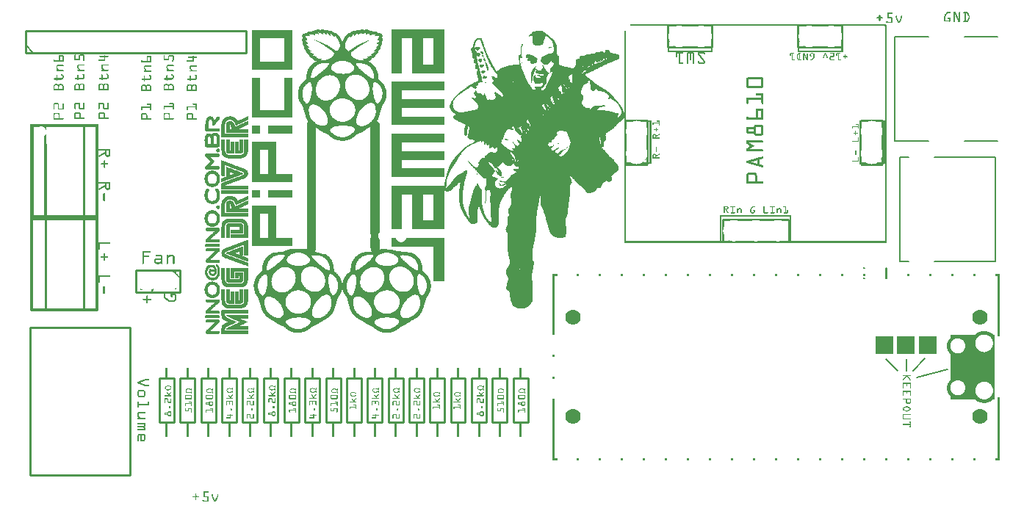
<source format=gto>
G04 MADE WITH FRITZING*
G04 WWW.FRITZING.ORG*
G04 DOUBLE SIDED*
G04 HOLES PLATED*
G04 CONTOUR ON CENTER OF CONTOUR VECTOR*
%ASAXBY*%
%FSLAX23Y23*%
%MOIN*%
%OFA0B0*%
%SFA1.0B1.0*%
%ADD10C,0.070000*%
%ADD11R,0.082490X0.082490*%
%ADD12R,0.308611X0.426722X0.281945X0.400056*%
%ADD13C,0.013333*%
%ADD14C,0.010000*%
%ADD15C,0.006944*%
%ADD16C,0.005000*%
%ADD17C,0.008000*%
%ADD18C,0.011111*%
%ADD19R,0.001000X0.001000*%
%LNSILK1*%
G90*
G70*
G54D10*
X4372Y567D03*
X4372Y1016D03*
X2525Y567D03*
X2525Y1016D03*
G54D11*
X3940Y890D03*
X4038Y890D03*
X4136Y890D03*
G54D13*
X71Y1463D02*
X366Y1463D01*
X366Y1050D01*
X71Y1050D01*
X71Y1463D01*
D02*
G54D14*
X743Y1232D02*
X543Y1232D01*
D02*
X543Y1232D02*
X543Y1132D01*
D02*
X543Y1132D02*
X743Y1132D01*
D02*
X743Y1132D02*
X743Y1232D01*
G54D15*
D02*
X4010Y1272D02*
X4010Y1745D01*
D02*
X4443Y1272D02*
X4443Y1331D01*
D02*
X4443Y1686D02*
X4443Y1745D01*
D02*
X4443Y1272D02*
X4167Y1272D01*
D02*
X4010Y1272D02*
X4049Y1272D01*
D02*
X4443Y1272D02*
X4443Y1745D01*
D02*
X4443Y1745D02*
X4167Y1745D01*
D02*
X4010Y1745D02*
X4049Y1745D01*
G54D16*
D02*
X4226Y779D02*
X4086Y743D01*
D02*
X4124Y830D02*
X4071Y773D01*
D02*
X3945Y828D02*
X4001Y775D01*
D02*
X4041Y828D02*
X4041Y775D01*
G54D17*
D02*
X4454Y1818D02*
X4304Y1818D01*
D02*
X4454Y2290D02*
X4304Y2290D01*
D02*
X4139Y2290D02*
X3985Y2290D01*
D02*
X3985Y2290D02*
X3985Y1818D01*
D02*
X3985Y1818D02*
X4139Y1818D01*
G54D14*
D02*
X1311Y539D02*
X1311Y739D01*
D02*
X1311Y739D02*
X1377Y739D01*
D02*
X1377Y739D02*
X1377Y539D01*
D02*
X1377Y539D02*
X1311Y539D01*
D02*
X744Y539D02*
X744Y739D01*
D02*
X744Y739D02*
X810Y739D01*
D02*
X810Y739D02*
X810Y539D01*
D02*
X810Y539D02*
X744Y539D01*
D02*
X1878Y539D02*
X1878Y739D01*
D02*
X1878Y739D02*
X1944Y739D01*
D02*
X1944Y739D02*
X1944Y539D01*
D02*
X1944Y539D02*
X1878Y539D01*
D02*
X1122Y539D02*
X1122Y739D01*
D02*
X1122Y739D02*
X1188Y739D01*
D02*
X1188Y739D02*
X1188Y539D01*
D02*
X1188Y539D02*
X1122Y539D01*
D02*
X1783Y539D02*
X1783Y739D01*
D02*
X1783Y739D02*
X1849Y739D01*
D02*
X1849Y739D02*
X1849Y539D01*
D02*
X1849Y539D02*
X1783Y539D01*
D02*
X839Y539D02*
X839Y739D01*
D02*
X839Y739D02*
X905Y739D01*
D02*
X905Y739D02*
X905Y539D01*
D02*
X905Y539D02*
X839Y539D01*
D02*
X1689Y539D02*
X1689Y739D01*
D02*
X1689Y739D02*
X1755Y739D01*
D02*
X1755Y739D02*
X1755Y539D01*
D02*
X1755Y539D02*
X1689Y539D01*
D02*
X1594Y539D02*
X1594Y739D01*
D02*
X1594Y739D02*
X1660Y739D01*
D02*
X1660Y739D02*
X1660Y539D01*
D02*
X1660Y539D02*
X1594Y539D01*
D02*
X1406Y539D02*
X1406Y739D01*
D02*
X1406Y739D02*
X1472Y739D01*
D02*
X1472Y739D02*
X1472Y539D01*
D02*
X1472Y539D02*
X1406Y539D01*
D02*
X1217Y539D02*
X1217Y739D01*
D02*
X1217Y739D02*
X1283Y739D01*
D02*
X1283Y739D02*
X1283Y539D01*
D02*
X1283Y539D02*
X1217Y539D01*
D02*
X1500Y539D02*
X1500Y739D01*
D02*
X1500Y739D02*
X1566Y739D01*
D02*
X1566Y739D02*
X1566Y539D01*
D02*
X1566Y539D02*
X1500Y539D01*
D02*
X650Y539D02*
X650Y739D01*
D02*
X650Y739D02*
X716Y739D01*
D02*
X716Y739D02*
X716Y539D01*
D02*
X716Y539D02*
X650Y539D01*
D02*
X2256Y539D02*
X2256Y739D01*
D02*
X2256Y739D02*
X2322Y739D01*
D02*
X2322Y739D02*
X2322Y539D01*
D02*
X2322Y539D02*
X2256Y539D01*
D02*
X2161Y539D02*
X2161Y739D01*
D02*
X2161Y739D02*
X2227Y739D01*
D02*
X2227Y739D02*
X2227Y539D01*
D02*
X2227Y539D02*
X2161Y539D01*
D02*
X1972Y539D02*
X1972Y739D01*
D02*
X1972Y739D02*
X2038Y739D01*
D02*
X2038Y739D02*
X2038Y539D01*
D02*
X2038Y539D02*
X1972Y539D01*
D02*
X1028Y539D02*
X1028Y739D01*
D02*
X1028Y739D02*
X1094Y739D01*
D02*
X1094Y739D02*
X1094Y539D01*
D02*
X1094Y539D02*
X1028Y539D01*
D02*
X933Y539D02*
X933Y739D01*
D02*
X933Y739D02*
X999Y739D01*
D02*
X999Y739D02*
X999Y539D01*
D02*
X999Y539D02*
X933Y539D01*
D02*
X2067Y539D02*
X2067Y739D01*
D02*
X2067Y739D02*
X2133Y739D01*
D02*
X2133Y739D02*
X2133Y539D01*
D02*
X2133Y539D02*
X2067Y539D01*
D02*
X42Y2218D02*
X1042Y2218D01*
D02*
X1042Y2218D02*
X1042Y2318D01*
D02*
X1042Y2318D02*
X42Y2318D01*
D02*
X42Y2318D02*
X42Y2218D01*
G54D16*
D02*
X77Y2218D02*
X42Y2253D01*
G54D14*
D02*
X62Y300D02*
X515Y300D01*
D02*
X515Y300D02*
X515Y969D01*
D02*
X515Y969D02*
X62Y969D01*
D02*
X62Y969D02*
X62Y300D01*
G54D18*
D02*
X305Y1886D02*
X305Y1477D01*
D02*
X305Y1461D02*
X305Y1052D01*
D02*
X132Y1461D02*
X133Y1050D01*
G36*
X2294Y2163D02*
X2296Y2175D01*
X2293Y2175D01*
X2294Y2163D01*
G37*
D02*
G36*
X2240Y1795D02*
X2234Y1801D01*
X2240Y1795D01*
G37*
D02*
G36*
X1607Y2276D02*
X1608Y2276D01*
X1607Y2277D01*
X1607Y2276D01*
G37*
D02*
G54D19*
X4226Y2403D02*
X4238Y2403D01*
X4254Y2403D02*
X4262Y2403D01*
X4280Y2403D02*
X4282Y2403D01*
X4300Y2403D02*
X4314Y2403D01*
X4224Y2402D02*
X4239Y2402D01*
X4254Y2402D02*
X4262Y2402D01*
X4279Y2402D02*
X4283Y2402D01*
X4299Y2402D02*
X4316Y2402D01*
X4223Y2401D02*
X4240Y2401D01*
X4254Y2401D02*
X4263Y2401D01*
X4279Y2401D02*
X4283Y2401D01*
X4298Y2401D02*
X4317Y2401D01*
X4222Y2400D02*
X4240Y2400D01*
X4254Y2400D02*
X4263Y2400D01*
X4278Y2400D02*
X4284Y2400D01*
X4298Y2400D02*
X4318Y2400D01*
X3953Y2399D02*
X3975Y2399D01*
X4221Y2399D02*
X4240Y2399D01*
X4254Y2399D02*
X4263Y2399D01*
X4278Y2399D02*
X4284Y2399D01*
X4298Y2399D02*
X4319Y2399D01*
X3953Y2398D02*
X3976Y2398D01*
X4220Y2398D02*
X4239Y2398D01*
X4254Y2398D02*
X4264Y2398D01*
X4278Y2398D02*
X4284Y2398D01*
X4299Y2398D02*
X4320Y2398D01*
X3953Y2397D02*
X3976Y2397D01*
X4219Y2397D02*
X4227Y2397D01*
X4254Y2397D02*
X4264Y2397D01*
X4278Y2397D02*
X4284Y2397D01*
X4304Y2397D02*
X4309Y2397D01*
X4314Y2397D02*
X4320Y2397D01*
X3953Y2396D02*
X3976Y2396D01*
X4219Y2396D02*
X4225Y2396D01*
X4254Y2396D02*
X4265Y2396D01*
X4278Y2396D02*
X4284Y2396D01*
X4304Y2396D02*
X4309Y2396D01*
X4315Y2396D02*
X4321Y2396D01*
X3953Y2395D02*
X3976Y2395D01*
X4218Y2395D02*
X4225Y2395D01*
X4254Y2395D02*
X4265Y2395D01*
X4278Y2395D02*
X4284Y2395D01*
X4304Y2395D02*
X4309Y2395D01*
X4315Y2395D02*
X4321Y2395D01*
X3953Y2394D02*
X3975Y2394D01*
X4217Y2394D02*
X4224Y2394D01*
X4254Y2394D02*
X4266Y2394D01*
X4278Y2394D02*
X4284Y2394D01*
X4304Y2394D02*
X4309Y2394D01*
X4316Y2394D02*
X4322Y2394D01*
X3953Y2393D02*
X3958Y2393D01*
X4216Y2393D02*
X4223Y2393D01*
X4254Y2393D02*
X4266Y2393D01*
X4278Y2393D02*
X4284Y2393D01*
X4304Y2393D02*
X4309Y2393D01*
X4316Y2393D02*
X4322Y2393D01*
X3953Y2392D02*
X3958Y2392D01*
X4215Y2392D02*
X4222Y2392D01*
X4254Y2392D02*
X4266Y2392D01*
X4278Y2392D02*
X4284Y2392D01*
X4304Y2392D02*
X4309Y2392D01*
X4317Y2392D02*
X4323Y2392D01*
X3918Y2391D02*
X3918Y2391D01*
X3953Y2391D02*
X3958Y2391D01*
X4215Y2391D02*
X4221Y2391D01*
X4254Y2391D02*
X4267Y2391D01*
X4278Y2391D02*
X4284Y2391D01*
X4304Y2391D02*
X4309Y2391D01*
X4317Y2391D02*
X4323Y2391D01*
X3916Y2390D02*
X3920Y2390D01*
X3953Y2390D02*
X3958Y2390D01*
X4214Y2390D02*
X4221Y2390D01*
X4254Y2390D02*
X4260Y2390D01*
X4262Y2390D02*
X4267Y2390D01*
X4278Y2390D02*
X4284Y2390D01*
X4304Y2390D02*
X4309Y2390D01*
X4318Y2390D02*
X4324Y2390D01*
X3916Y2389D02*
X3920Y2389D01*
X3953Y2389D02*
X3958Y2389D01*
X4213Y2389D02*
X4220Y2389D01*
X4254Y2389D02*
X4260Y2389D01*
X4262Y2389D02*
X4268Y2389D01*
X4278Y2389D02*
X4284Y2389D01*
X4304Y2389D02*
X4309Y2389D01*
X4318Y2389D02*
X4324Y2389D01*
X3915Y2388D02*
X3921Y2388D01*
X3953Y2388D02*
X3958Y2388D01*
X4213Y2388D02*
X4219Y2388D01*
X4254Y2388D02*
X4260Y2388D01*
X4263Y2388D02*
X4268Y2388D01*
X4278Y2388D02*
X4284Y2388D01*
X4304Y2388D02*
X4309Y2388D01*
X4319Y2388D02*
X4325Y2388D01*
X3915Y2387D02*
X3921Y2387D01*
X3953Y2387D02*
X3958Y2387D01*
X4212Y2387D02*
X4218Y2387D01*
X4254Y2387D02*
X4260Y2387D01*
X4263Y2387D02*
X4269Y2387D01*
X4278Y2387D02*
X4284Y2387D01*
X4304Y2387D02*
X4309Y2387D01*
X4319Y2387D02*
X4325Y2387D01*
X3915Y2386D02*
X3921Y2386D01*
X3953Y2386D02*
X3958Y2386D01*
X3992Y2386D02*
X3995Y2386D01*
X4016Y2386D02*
X4019Y2386D01*
X4212Y2386D02*
X4218Y2386D01*
X4254Y2386D02*
X4260Y2386D01*
X4263Y2386D02*
X4269Y2386D01*
X4278Y2386D02*
X4284Y2386D01*
X4304Y2386D02*
X4309Y2386D01*
X4320Y2386D02*
X4326Y2386D01*
X3915Y2385D02*
X3921Y2385D01*
X3953Y2385D02*
X3958Y2385D01*
X3991Y2385D02*
X3995Y2385D01*
X4015Y2385D02*
X4020Y2385D01*
X4211Y2385D02*
X4217Y2385D01*
X4254Y2385D02*
X4260Y2385D01*
X4264Y2385D02*
X4270Y2385D01*
X4278Y2385D02*
X4284Y2385D01*
X4304Y2385D02*
X4309Y2385D01*
X4320Y2385D02*
X4326Y2385D01*
X3915Y2384D02*
X3921Y2384D01*
X3953Y2384D02*
X3958Y2384D01*
X3991Y2384D02*
X3996Y2384D01*
X4015Y2384D02*
X4020Y2384D01*
X4211Y2384D02*
X4216Y2384D01*
X4254Y2384D02*
X4260Y2384D01*
X4264Y2384D02*
X4270Y2384D01*
X4278Y2384D02*
X4284Y2384D01*
X4304Y2384D02*
X4309Y2384D01*
X4321Y2384D02*
X4326Y2384D01*
X3915Y2383D02*
X3921Y2383D01*
X3953Y2383D02*
X3958Y2383D01*
X3991Y2383D02*
X3996Y2383D01*
X4015Y2383D02*
X4020Y2383D01*
X4211Y2383D02*
X4216Y2383D01*
X4254Y2383D02*
X4260Y2383D01*
X4265Y2383D02*
X4270Y2383D01*
X4278Y2383D02*
X4284Y2383D01*
X4304Y2383D02*
X4309Y2383D01*
X4321Y2383D02*
X4327Y2383D01*
X3915Y2382D02*
X3921Y2382D01*
X3953Y2382D02*
X3958Y2382D01*
X3991Y2382D02*
X3996Y2382D01*
X4015Y2382D02*
X4020Y2382D01*
X4211Y2382D02*
X4216Y2382D01*
X4254Y2382D02*
X4260Y2382D01*
X4265Y2382D02*
X4271Y2382D01*
X4278Y2382D02*
X4284Y2382D01*
X4304Y2382D02*
X4309Y2382D01*
X4322Y2382D02*
X4327Y2382D01*
X3915Y2381D02*
X3921Y2381D01*
X3953Y2381D02*
X3958Y2381D01*
X3991Y2381D02*
X3996Y2381D01*
X4015Y2381D02*
X4020Y2381D01*
X4211Y2381D02*
X4216Y2381D01*
X4254Y2381D02*
X4260Y2381D01*
X4266Y2381D02*
X4271Y2381D01*
X4278Y2381D02*
X4284Y2381D01*
X4304Y2381D02*
X4309Y2381D01*
X4322Y2381D02*
X4327Y2381D01*
X3915Y2380D02*
X3921Y2380D01*
X3953Y2380D02*
X3958Y2380D01*
X3991Y2380D02*
X3996Y2380D01*
X4015Y2380D02*
X4020Y2380D01*
X4211Y2380D02*
X4216Y2380D01*
X4254Y2380D02*
X4260Y2380D01*
X4266Y2380D02*
X4272Y2380D01*
X4278Y2380D02*
X4284Y2380D01*
X4304Y2380D02*
X4309Y2380D01*
X4322Y2380D02*
X4327Y2380D01*
X3906Y2379D02*
X3930Y2379D01*
X3953Y2379D02*
X3971Y2379D01*
X3991Y2379D02*
X3996Y2379D01*
X4015Y2379D02*
X4020Y2379D01*
X4211Y2379D02*
X4216Y2379D01*
X4254Y2379D02*
X4260Y2379D01*
X4266Y2379D02*
X4272Y2379D01*
X4278Y2379D02*
X4284Y2379D01*
X4304Y2379D02*
X4309Y2379D01*
X4322Y2379D02*
X4327Y2379D01*
X3904Y2378D02*
X3932Y2378D01*
X3953Y2378D02*
X3973Y2378D01*
X3991Y2378D02*
X3996Y2378D01*
X4014Y2378D02*
X4020Y2378D01*
X4211Y2378D02*
X4216Y2378D01*
X4254Y2378D02*
X4260Y2378D01*
X4267Y2378D02*
X4273Y2378D01*
X4278Y2378D02*
X4284Y2378D01*
X4304Y2378D02*
X4309Y2378D01*
X4322Y2378D02*
X4327Y2378D01*
X3904Y2377D02*
X3932Y2377D01*
X3953Y2377D02*
X3975Y2377D01*
X3991Y2377D02*
X3997Y2377D01*
X4014Y2377D02*
X4019Y2377D01*
X4211Y2377D02*
X4216Y2377D01*
X4227Y2377D02*
X4240Y2377D01*
X4254Y2377D02*
X4260Y2377D01*
X4267Y2377D02*
X4273Y2377D01*
X4278Y2377D02*
X4284Y2377D01*
X4304Y2377D02*
X4309Y2377D01*
X4321Y2377D02*
X4327Y2377D01*
X3904Y2376D02*
X3933Y2376D01*
X3953Y2376D02*
X3975Y2376D01*
X3992Y2376D02*
X3997Y2376D01*
X4013Y2376D02*
X4019Y2376D01*
X4211Y2376D02*
X4216Y2376D01*
X4226Y2376D02*
X4240Y2376D01*
X4254Y2376D02*
X4260Y2376D01*
X4268Y2376D02*
X4273Y2376D01*
X4278Y2376D02*
X4284Y2376D01*
X4304Y2376D02*
X4309Y2376D01*
X4321Y2376D02*
X4327Y2376D01*
X3904Y2375D02*
X3932Y2375D01*
X3953Y2375D02*
X3976Y2375D01*
X3992Y2375D02*
X3998Y2375D01*
X4013Y2375D02*
X4018Y2375D01*
X4211Y2375D02*
X4216Y2375D01*
X4226Y2375D02*
X4240Y2375D01*
X4254Y2375D02*
X4260Y2375D01*
X4268Y2375D02*
X4274Y2375D01*
X4278Y2375D02*
X4284Y2375D01*
X4304Y2375D02*
X4309Y2375D01*
X4321Y2375D02*
X4326Y2375D01*
X3904Y2374D02*
X3932Y2374D01*
X3953Y2374D02*
X3976Y2374D01*
X3992Y2374D02*
X3998Y2374D01*
X4012Y2374D02*
X4018Y2374D01*
X4211Y2374D02*
X4216Y2374D01*
X4226Y2374D02*
X4240Y2374D01*
X4254Y2374D02*
X4260Y2374D01*
X4269Y2374D02*
X4274Y2374D01*
X4278Y2374D02*
X4284Y2374D01*
X4304Y2374D02*
X4309Y2374D01*
X4320Y2374D02*
X4326Y2374D01*
X3915Y2373D02*
X3921Y2373D01*
X3971Y2373D02*
X3976Y2373D01*
X3993Y2373D02*
X3999Y2373D01*
X4012Y2373D02*
X4018Y2373D01*
X4211Y2373D02*
X4216Y2373D01*
X4226Y2373D02*
X4240Y2373D01*
X4254Y2373D02*
X4260Y2373D01*
X4269Y2373D02*
X4275Y2373D01*
X4278Y2373D02*
X4284Y2373D01*
X4304Y2373D02*
X4309Y2373D01*
X4320Y2373D02*
X4325Y2373D01*
X3915Y2372D02*
X3921Y2372D01*
X3971Y2372D02*
X3976Y2372D01*
X3993Y2372D02*
X3999Y2372D01*
X4012Y2372D02*
X4017Y2372D01*
X4211Y2372D02*
X4216Y2372D01*
X4227Y2372D02*
X4240Y2372D01*
X4254Y2372D02*
X4260Y2372D01*
X4270Y2372D02*
X4275Y2372D01*
X4278Y2372D02*
X4284Y2372D01*
X4304Y2372D02*
X4309Y2372D01*
X4319Y2372D02*
X4325Y2372D01*
X3915Y2371D02*
X3921Y2371D01*
X3971Y2371D02*
X3976Y2371D01*
X3994Y2371D02*
X3999Y2371D01*
X4011Y2371D02*
X4017Y2371D01*
X4211Y2371D02*
X4216Y2371D01*
X4235Y2371D02*
X4240Y2371D01*
X4254Y2371D02*
X4260Y2371D01*
X4270Y2371D02*
X4276Y2371D01*
X4278Y2371D02*
X4284Y2371D01*
X4304Y2371D02*
X4309Y2371D01*
X4319Y2371D02*
X4324Y2371D01*
X3915Y2370D02*
X3921Y2370D01*
X3971Y2370D02*
X3976Y2370D01*
X3994Y2370D02*
X4000Y2370D01*
X4011Y2370D02*
X4016Y2370D01*
X4211Y2370D02*
X4216Y2370D01*
X4235Y2370D02*
X4240Y2370D01*
X4254Y2370D02*
X4260Y2370D01*
X4270Y2370D02*
X4276Y2370D01*
X4278Y2370D02*
X4284Y2370D01*
X4304Y2370D02*
X4309Y2370D01*
X4318Y2370D02*
X4324Y2370D01*
X3915Y2369D02*
X3921Y2369D01*
X3971Y2369D02*
X3976Y2369D01*
X3995Y2369D02*
X4000Y2369D01*
X4010Y2369D02*
X4016Y2369D01*
X4211Y2369D02*
X4216Y2369D01*
X4235Y2369D02*
X4240Y2369D01*
X4254Y2369D02*
X4260Y2369D01*
X4271Y2369D02*
X4284Y2369D01*
X4304Y2369D02*
X4309Y2369D01*
X4318Y2369D02*
X4323Y2369D01*
X3915Y2368D02*
X3921Y2368D01*
X3971Y2368D02*
X3976Y2368D01*
X3995Y2368D02*
X4001Y2368D01*
X4010Y2368D02*
X4015Y2368D01*
X4211Y2368D02*
X4216Y2368D01*
X4235Y2368D02*
X4240Y2368D01*
X4254Y2368D02*
X4260Y2368D01*
X4271Y2368D02*
X4284Y2368D01*
X4304Y2368D02*
X4309Y2368D01*
X4317Y2368D02*
X4323Y2368D01*
X3915Y2367D02*
X3921Y2367D01*
X3971Y2367D02*
X3976Y2367D01*
X3995Y2367D02*
X4001Y2367D01*
X4009Y2367D02*
X4015Y2367D01*
X4211Y2367D02*
X4216Y2367D01*
X4235Y2367D02*
X4240Y2367D01*
X4254Y2367D02*
X4260Y2367D01*
X4272Y2367D02*
X4284Y2367D01*
X4304Y2367D02*
X4309Y2367D01*
X4317Y2367D02*
X4322Y2367D01*
X3915Y2366D02*
X3921Y2366D01*
X3971Y2366D02*
X3976Y2366D01*
X3996Y2366D02*
X4002Y2366D01*
X4009Y2366D02*
X4015Y2366D01*
X4211Y2366D02*
X4216Y2366D01*
X4235Y2366D02*
X4240Y2366D01*
X4254Y2366D02*
X4260Y2366D01*
X4272Y2366D02*
X4284Y2366D01*
X4304Y2366D02*
X4309Y2366D01*
X4316Y2366D02*
X4322Y2366D01*
X3915Y2365D02*
X3921Y2365D01*
X3971Y2365D02*
X3976Y2365D01*
X3996Y2365D02*
X4002Y2365D01*
X4008Y2365D02*
X4014Y2365D01*
X4211Y2365D02*
X4216Y2365D01*
X4235Y2365D02*
X4240Y2365D01*
X4254Y2365D02*
X4260Y2365D01*
X4273Y2365D02*
X4284Y2365D01*
X4304Y2365D02*
X4309Y2365D01*
X4315Y2365D02*
X4321Y2365D01*
X3915Y2364D02*
X3921Y2364D01*
X3971Y2364D02*
X3976Y2364D01*
X3997Y2364D02*
X4002Y2364D01*
X4008Y2364D02*
X4014Y2364D01*
X4211Y2364D02*
X4216Y2364D01*
X4234Y2364D02*
X4240Y2364D01*
X4254Y2364D02*
X4260Y2364D01*
X4273Y2364D02*
X4284Y2364D01*
X4304Y2364D02*
X4309Y2364D01*
X4315Y2364D02*
X4321Y2364D01*
X3916Y2363D02*
X3920Y2363D01*
X3971Y2363D02*
X3976Y2363D01*
X3997Y2363D02*
X4003Y2363D01*
X4008Y2363D02*
X4013Y2363D01*
X4211Y2363D02*
X4217Y2363D01*
X4234Y2363D02*
X4240Y2363D01*
X4254Y2363D02*
X4260Y2363D01*
X4273Y2363D02*
X4284Y2363D01*
X4304Y2363D02*
X4309Y2363D01*
X4314Y2363D02*
X4320Y2363D01*
X3916Y2362D02*
X3920Y2362D01*
X3971Y2362D02*
X3976Y2362D01*
X3998Y2362D02*
X4003Y2362D01*
X4007Y2362D02*
X4013Y2362D01*
X4211Y2362D02*
X4239Y2362D01*
X4254Y2362D02*
X4260Y2362D01*
X4274Y2362D02*
X4284Y2362D01*
X4300Y2362D02*
X4320Y2362D01*
X3949Y2361D02*
X3950Y2361D01*
X3971Y2361D02*
X3976Y2361D01*
X3998Y2361D02*
X4004Y2361D01*
X4007Y2361D02*
X4012Y2361D01*
X4212Y2361D02*
X4239Y2361D01*
X4254Y2361D02*
X4260Y2361D01*
X4274Y2361D02*
X4284Y2361D01*
X4299Y2361D02*
X4319Y2361D01*
X3948Y2360D02*
X3952Y2360D01*
X3971Y2360D02*
X3976Y2360D01*
X3999Y2360D02*
X4004Y2360D01*
X4006Y2360D02*
X4012Y2360D01*
X4213Y2360D02*
X4238Y2360D01*
X4254Y2360D02*
X4260Y2360D01*
X4275Y2360D02*
X4284Y2360D01*
X4298Y2360D02*
X4319Y2360D01*
X3947Y2359D02*
X3955Y2359D01*
X3971Y2359D02*
X3976Y2359D01*
X3999Y2359D02*
X4011Y2359D01*
X4232Y2359D02*
X4237Y2359D01*
X4254Y2359D02*
X4259Y2359D01*
X4275Y2359D02*
X4284Y2359D01*
X4298Y2359D02*
X4318Y2359D01*
X3947Y2358D02*
X3976Y2358D01*
X3999Y2358D02*
X4011Y2358D01*
X4255Y2358D02*
X4259Y2358D01*
X4276Y2358D02*
X4284Y2358D01*
X4298Y2358D02*
X4317Y2358D01*
X3947Y2357D02*
X3976Y2357D01*
X4000Y2357D02*
X4011Y2357D01*
X4255Y2357D02*
X4258Y2357D01*
X4276Y2357D02*
X4284Y2357D01*
X4299Y2357D02*
X4315Y2357D01*
X3948Y2356D02*
X3976Y2356D01*
X4000Y2356D02*
X4010Y2356D01*
X3949Y2355D02*
X3975Y2355D01*
X4001Y2355D02*
X4010Y2355D01*
X3952Y2354D02*
X3974Y2354D01*
X4001Y2354D02*
X4009Y2354D01*
X3954Y2353D02*
X3972Y2353D01*
X4002Y2353D02*
X4008Y2353D01*
X2787Y2346D02*
X3947Y2346D01*
X2787Y2345D02*
X3948Y2345D01*
X2787Y2344D02*
X3948Y2344D01*
X2787Y2343D02*
X3948Y2343D01*
X2787Y2342D02*
X3948Y2342D01*
X2787Y2341D02*
X3948Y2341D01*
X2787Y2340D02*
X3002Y2340D01*
X3014Y2340D02*
X3102Y2340D01*
X3114Y2340D02*
X3592Y2340D01*
X3605Y2340D02*
X3692Y2340D01*
X3705Y2340D02*
X3948Y2340D01*
X2954Y2339D02*
X2997Y2339D01*
X3020Y2339D02*
X3097Y2339D01*
X3120Y2339D02*
X3163Y2339D01*
X3544Y2339D02*
X3587Y2339D01*
X3610Y2339D02*
X3687Y2339D01*
X3710Y2339D02*
X3753Y2339D01*
X3941Y2339D02*
X3948Y2339D01*
X2954Y2338D02*
X2993Y2338D01*
X3024Y2338D02*
X3093Y2338D01*
X3124Y2338D02*
X3163Y2338D01*
X3544Y2338D02*
X3583Y2338D01*
X3614Y2338D02*
X3683Y2338D01*
X3714Y2338D02*
X3753Y2338D01*
X3942Y2338D02*
X3948Y2338D01*
X2954Y2337D02*
X2990Y2337D01*
X3027Y2337D02*
X3090Y2337D01*
X3126Y2337D02*
X3163Y2337D01*
X3544Y2337D02*
X3580Y2337D01*
X3617Y2337D02*
X3680Y2337D01*
X3717Y2337D02*
X3753Y2337D01*
X3942Y2337D02*
X3948Y2337D01*
X2954Y2336D02*
X2963Y2336D01*
X3154Y2336D02*
X3163Y2336D01*
X3544Y2336D02*
X3554Y2336D01*
X3744Y2336D02*
X3753Y2336D01*
X3942Y2336D02*
X3948Y2336D01*
X2954Y2335D02*
X2963Y2335D01*
X3154Y2335D02*
X3163Y2335D01*
X3544Y2335D02*
X3554Y2335D01*
X3744Y2335D02*
X3753Y2335D01*
X3942Y2335D02*
X3948Y2335D01*
X2954Y2334D02*
X2963Y2334D01*
X3154Y2334D02*
X3163Y2334D01*
X3544Y2334D02*
X3554Y2334D01*
X3744Y2334D02*
X3753Y2334D01*
X3942Y2334D02*
X3948Y2334D01*
X2954Y2333D02*
X2963Y2333D01*
X3154Y2333D02*
X3163Y2333D01*
X3544Y2333D02*
X3554Y2333D01*
X3744Y2333D02*
X3753Y2333D01*
X3942Y2333D02*
X3948Y2333D01*
X2954Y2332D02*
X2963Y2332D01*
X3154Y2332D02*
X3163Y2332D01*
X3544Y2332D02*
X3554Y2332D01*
X3744Y2332D02*
X3753Y2332D01*
X3942Y2332D02*
X3948Y2332D01*
X2954Y2331D02*
X2963Y2331D01*
X3154Y2331D02*
X3163Y2331D01*
X3544Y2331D02*
X3554Y2331D01*
X3744Y2331D02*
X3753Y2331D01*
X3942Y2331D02*
X3948Y2331D01*
X2954Y2330D02*
X2963Y2330D01*
X3154Y2330D02*
X3163Y2330D01*
X3544Y2330D02*
X3554Y2330D01*
X3744Y2330D02*
X3753Y2330D01*
X3942Y2330D02*
X3948Y2330D01*
X2954Y2329D02*
X2963Y2329D01*
X3154Y2329D02*
X3163Y2329D01*
X3544Y2329D02*
X3554Y2329D01*
X3744Y2329D02*
X3753Y2329D01*
X3942Y2329D02*
X3948Y2329D01*
X2954Y2328D02*
X2963Y2328D01*
X3154Y2328D02*
X3163Y2328D01*
X3544Y2328D02*
X3554Y2328D01*
X3744Y2328D02*
X3753Y2328D01*
X3942Y2328D02*
X3948Y2328D01*
X2954Y2327D02*
X2963Y2327D01*
X3154Y2327D02*
X3163Y2327D01*
X3544Y2327D02*
X3554Y2327D01*
X3744Y2327D02*
X3753Y2327D01*
X3942Y2327D02*
X3948Y2327D01*
X2954Y2326D02*
X2963Y2326D01*
X3154Y2326D02*
X3163Y2326D01*
X3544Y2326D02*
X3554Y2326D01*
X3744Y2326D02*
X3753Y2326D01*
X3942Y2326D02*
X3948Y2326D01*
X2954Y2325D02*
X2963Y2325D01*
X3154Y2325D02*
X3163Y2325D01*
X3544Y2325D02*
X3554Y2325D01*
X3744Y2325D02*
X3753Y2325D01*
X3942Y2325D02*
X3948Y2325D01*
X1385Y2324D02*
X1390Y2324D01*
X1569Y2324D02*
X1573Y2324D01*
X2954Y2324D02*
X2963Y2324D01*
X3154Y2324D02*
X3163Y2324D01*
X3544Y2324D02*
X3554Y2324D01*
X3744Y2324D02*
X3753Y2324D01*
X3942Y2324D02*
X3948Y2324D01*
X1366Y2323D02*
X1371Y2323D01*
X1383Y2323D02*
X1393Y2323D01*
X1566Y2323D02*
X1575Y2323D01*
X1588Y2323D02*
X1594Y2323D01*
X2954Y2323D02*
X2963Y2323D01*
X3154Y2323D02*
X3163Y2323D01*
X3544Y2323D02*
X3554Y2323D01*
X3744Y2323D02*
X3753Y2323D01*
X3942Y2323D02*
X3948Y2323D01*
X1363Y2322D02*
X1375Y2322D01*
X1382Y2322D02*
X1396Y2322D01*
X1563Y2322D02*
X1577Y2322D01*
X1584Y2322D02*
X1597Y2322D01*
X1703Y2322D02*
X1941Y2322D01*
X2954Y2322D02*
X2963Y2322D01*
X3154Y2322D02*
X3163Y2322D01*
X3544Y2322D02*
X3554Y2322D01*
X3744Y2322D02*
X3753Y2322D01*
X3942Y2322D02*
X3948Y2322D01*
X1071Y2321D02*
X1253Y2321D01*
X1361Y2321D02*
X1398Y2321D01*
X1560Y2321D02*
X1598Y2321D01*
X1702Y2321D02*
X1941Y2321D01*
X2954Y2321D02*
X2963Y2321D01*
X3154Y2321D02*
X3163Y2321D01*
X3544Y2321D02*
X3554Y2321D01*
X3744Y2321D02*
X3753Y2321D01*
X3942Y2321D02*
X3948Y2321D01*
X1071Y2320D02*
X1253Y2320D01*
X1359Y2320D02*
X1412Y2320D01*
X1545Y2320D02*
X1600Y2320D01*
X1702Y2320D02*
X1941Y2320D01*
X2954Y2320D02*
X2963Y2320D01*
X3154Y2320D02*
X3163Y2320D01*
X3544Y2320D02*
X3554Y2320D01*
X3744Y2320D02*
X3753Y2320D01*
X3942Y2320D02*
X3948Y2320D01*
X1071Y2319D02*
X1253Y2319D01*
X1354Y2319D02*
X1415Y2319D01*
X1543Y2319D02*
X1604Y2319D01*
X1609Y2319D02*
X1609Y2319D01*
X1702Y2319D02*
X1941Y2319D01*
X2767Y2319D02*
X2767Y2319D01*
X2954Y2319D02*
X2963Y2319D01*
X3154Y2319D02*
X3163Y2319D01*
X3544Y2319D02*
X3554Y2319D01*
X3744Y2319D02*
X3753Y2319D01*
X3942Y2319D02*
X3948Y2319D01*
X1071Y2318D02*
X1253Y2318D01*
X1346Y2318D02*
X1417Y2318D01*
X1542Y2318D02*
X1613Y2318D01*
X1702Y2318D02*
X1941Y2318D01*
X2761Y2318D02*
X2767Y2318D01*
X2954Y2318D02*
X2963Y2318D01*
X3154Y2318D02*
X3163Y2318D01*
X3544Y2318D02*
X3554Y2318D01*
X3744Y2318D02*
X3753Y2318D01*
X3942Y2318D02*
X3948Y2318D01*
X1071Y2317D02*
X1253Y2317D01*
X1344Y2317D02*
X1423Y2317D01*
X1531Y2317D02*
X1532Y2317D01*
X1536Y2317D02*
X1615Y2317D01*
X1702Y2317D02*
X1941Y2317D01*
X2761Y2317D02*
X2767Y2317D01*
X2954Y2317D02*
X2963Y2317D01*
X3154Y2317D02*
X3163Y2317D01*
X3544Y2317D02*
X3554Y2317D01*
X3744Y2317D02*
X3753Y2317D01*
X3942Y2317D02*
X3948Y2317D01*
X1071Y2316D02*
X1253Y2316D01*
X1343Y2316D02*
X1431Y2316D01*
X1527Y2316D02*
X1617Y2316D01*
X1702Y2316D02*
X1941Y2316D01*
X2356Y2316D02*
X2389Y2316D01*
X2761Y2316D02*
X2767Y2316D01*
X2954Y2316D02*
X2963Y2316D01*
X3154Y2316D02*
X3163Y2316D01*
X3544Y2316D02*
X3554Y2316D01*
X3744Y2316D02*
X3753Y2316D01*
X3942Y2316D02*
X3948Y2316D01*
X1071Y2315D02*
X1253Y2315D01*
X1341Y2315D02*
X1433Y2315D01*
X1525Y2315D02*
X1618Y2315D01*
X1702Y2315D02*
X1941Y2315D01*
X2355Y2315D02*
X2390Y2315D01*
X2761Y2315D02*
X2767Y2315D01*
X2954Y2315D02*
X2963Y2315D01*
X3154Y2315D02*
X3163Y2315D01*
X3544Y2315D02*
X3554Y2315D01*
X3744Y2315D02*
X3753Y2315D01*
X3942Y2315D02*
X3948Y2315D01*
X1071Y2314D02*
X1253Y2314D01*
X1329Y2314D02*
X1435Y2314D01*
X1524Y2314D02*
X1622Y2314D01*
X1702Y2314D02*
X1941Y2314D01*
X2352Y2314D02*
X2391Y2314D01*
X2761Y2314D02*
X2767Y2314D01*
X2954Y2314D02*
X2963Y2314D01*
X3154Y2314D02*
X3163Y2314D01*
X3544Y2314D02*
X3554Y2314D01*
X3744Y2314D02*
X3753Y2314D01*
X3942Y2314D02*
X3948Y2314D01*
X1071Y2313D02*
X1253Y2313D01*
X1325Y2313D02*
X1436Y2313D01*
X1522Y2313D02*
X1633Y2313D01*
X1702Y2313D02*
X1941Y2313D01*
X2348Y2313D02*
X2393Y2313D01*
X2761Y2313D02*
X2767Y2313D01*
X2954Y2313D02*
X2963Y2313D01*
X3154Y2313D02*
X3163Y2313D01*
X3544Y2313D02*
X3554Y2313D01*
X3744Y2313D02*
X3753Y2313D01*
X3942Y2313D02*
X3948Y2313D01*
X1071Y2312D02*
X1253Y2312D01*
X1323Y2312D02*
X1437Y2312D01*
X1521Y2312D02*
X1635Y2312D01*
X1702Y2312D02*
X1941Y2312D01*
X2345Y2312D02*
X2394Y2312D01*
X2761Y2312D02*
X2767Y2312D01*
X2954Y2312D02*
X2963Y2312D01*
X3154Y2312D02*
X3163Y2312D01*
X3544Y2312D02*
X3554Y2312D01*
X3744Y2312D02*
X3753Y2312D01*
X3942Y2312D02*
X3948Y2312D01*
X1071Y2311D02*
X1253Y2311D01*
X1322Y2311D02*
X1438Y2311D01*
X1520Y2311D02*
X1637Y2311D01*
X1702Y2311D02*
X1941Y2311D01*
X2344Y2311D02*
X2395Y2311D01*
X2761Y2311D02*
X2767Y2311D01*
X2954Y2311D02*
X2963Y2311D01*
X3154Y2311D02*
X3163Y2311D01*
X3544Y2311D02*
X3553Y2311D01*
X3744Y2311D02*
X3753Y2311D01*
X3942Y2311D02*
X3948Y2311D01*
X1071Y2310D02*
X1253Y2310D01*
X1320Y2310D02*
X1440Y2310D01*
X1519Y2310D02*
X1638Y2310D01*
X1702Y2310D02*
X1941Y2310D01*
X2343Y2310D02*
X2396Y2310D01*
X2761Y2310D02*
X2767Y2310D01*
X2954Y2310D02*
X2963Y2310D01*
X3154Y2310D02*
X3163Y2310D01*
X3544Y2310D02*
X3553Y2310D01*
X3744Y2310D02*
X3753Y2310D01*
X3942Y2310D02*
X3948Y2310D01*
X1071Y2309D02*
X1253Y2309D01*
X1319Y2309D02*
X1370Y2309D01*
X1373Y2309D02*
X1391Y2309D01*
X1393Y2309D02*
X1441Y2309D01*
X1517Y2309D02*
X1568Y2309D01*
X1570Y2309D02*
X1588Y2309D01*
X1590Y2309D02*
X1640Y2309D01*
X1702Y2309D02*
X1941Y2309D01*
X2341Y2309D02*
X2398Y2309D01*
X2761Y2309D02*
X2767Y2309D01*
X2954Y2309D02*
X2962Y2309D01*
X3154Y2309D02*
X3163Y2309D01*
X3544Y2309D02*
X3553Y2309D01*
X3745Y2309D02*
X3753Y2309D01*
X3942Y2309D02*
X3948Y2309D01*
X1071Y2308D02*
X1253Y2308D01*
X1318Y2308D02*
X1371Y2308D01*
X1377Y2308D02*
X1391Y2308D01*
X1396Y2308D02*
X1448Y2308D01*
X1513Y2308D02*
X1565Y2308D01*
X1570Y2308D02*
X1585Y2308D01*
X1589Y2308D02*
X1641Y2308D01*
X1702Y2308D02*
X1941Y2308D01*
X2340Y2308D02*
X2399Y2308D01*
X2761Y2308D02*
X2767Y2308D01*
X2954Y2308D02*
X2962Y2308D01*
X3154Y2308D02*
X3163Y2308D01*
X3544Y2308D02*
X3552Y2308D01*
X3745Y2308D02*
X3753Y2308D01*
X3942Y2308D02*
X3948Y2308D01*
X1071Y2307D02*
X1253Y2307D01*
X1316Y2307D02*
X1371Y2307D01*
X1380Y2307D02*
X1391Y2307D01*
X1397Y2307D02*
X1450Y2307D01*
X1508Y2307D02*
X1563Y2307D01*
X1569Y2307D02*
X1582Y2307D01*
X1589Y2307D02*
X1642Y2307D01*
X1702Y2307D02*
X1941Y2307D01*
X2340Y2307D02*
X2400Y2307D01*
X2761Y2307D02*
X2767Y2307D01*
X2954Y2307D02*
X2962Y2307D01*
X3155Y2307D02*
X3163Y2307D01*
X3544Y2307D02*
X3552Y2307D01*
X3745Y2307D02*
X3753Y2307D01*
X3942Y2307D02*
X3948Y2307D01*
X1071Y2306D02*
X1253Y2306D01*
X1311Y2306D02*
X1372Y2306D01*
X1382Y2306D02*
X1392Y2306D01*
X1399Y2306D02*
X1410Y2306D01*
X1413Y2306D02*
X1452Y2306D01*
X1506Y2306D02*
X1548Y2306D01*
X1550Y2306D02*
X1562Y2306D01*
X1568Y2306D02*
X1579Y2306D01*
X1588Y2306D02*
X1651Y2306D01*
X1702Y2306D02*
X1941Y2306D01*
X2339Y2306D02*
X2401Y2306D01*
X2761Y2306D02*
X2767Y2306D01*
X2954Y2306D02*
X2961Y2306D01*
X3155Y2306D02*
X3163Y2306D01*
X3544Y2306D02*
X3552Y2306D01*
X3746Y2306D02*
X3753Y2306D01*
X3942Y2306D02*
X3948Y2306D01*
X1071Y2305D02*
X1253Y2305D01*
X1306Y2305D02*
X1353Y2305D01*
X1359Y2305D02*
X1373Y2305D01*
X1384Y2305D02*
X1392Y2305D01*
X1400Y2305D02*
X1410Y2305D01*
X1415Y2305D02*
X1453Y2305D01*
X1505Y2305D02*
X1546Y2305D01*
X1550Y2305D02*
X1560Y2305D01*
X1568Y2305D02*
X1577Y2305D01*
X1588Y2305D02*
X1602Y2305D01*
X1607Y2305D02*
X1654Y2305D01*
X1702Y2305D02*
X1941Y2305D01*
X2338Y2305D02*
X2403Y2305D01*
X2761Y2305D02*
X2767Y2305D01*
X2954Y2305D02*
X2961Y2305D01*
X3155Y2305D02*
X3163Y2305D01*
X3544Y2305D02*
X3551Y2305D01*
X3746Y2305D02*
X3753Y2305D01*
X3942Y2305D02*
X3948Y2305D01*
X1071Y2304D02*
X1253Y2304D01*
X1303Y2304D02*
X1354Y2304D01*
X1363Y2304D02*
X1373Y2304D01*
X1386Y2304D02*
X1392Y2304D01*
X1402Y2304D02*
X1410Y2304D01*
X1416Y2304D02*
X1455Y2304D01*
X1504Y2304D02*
X1545Y2304D01*
X1550Y2304D02*
X1559Y2304D01*
X1568Y2304D02*
X1574Y2304D01*
X1587Y2304D02*
X1598Y2304D01*
X1607Y2304D02*
X1656Y2304D01*
X1702Y2304D02*
X1941Y2304D01*
X2337Y2304D02*
X2404Y2304D01*
X2761Y2304D02*
X2767Y2304D01*
X2954Y2304D02*
X2961Y2304D01*
X3156Y2304D02*
X3163Y2304D01*
X3544Y2304D02*
X3551Y2304D01*
X3746Y2304D02*
X3753Y2304D01*
X3942Y2304D02*
X3948Y2304D01*
X1071Y2303D02*
X1253Y2303D01*
X1301Y2303D02*
X1355Y2303D01*
X1366Y2303D02*
X1374Y2303D01*
X1388Y2303D02*
X1392Y2303D01*
X1403Y2303D02*
X1410Y2303D01*
X1417Y2303D02*
X1426Y2303D01*
X1428Y2303D02*
X1456Y2303D01*
X1503Y2303D02*
X1532Y2303D01*
X1534Y2303D02*
X1544Y2303D01*
X1551Y2303D02*
X1558Y2303D01*
X1568Y2303D02*
X1571Y2303D01*
X1587Y2303D02*
X1595Y2303D01*
X1606Y2303D02*
X1658Y2303D01*
X1702Y2303D02*
X1941Y2303D01*
X2336Y2303D02*
X2405Y2303D01*
X2761Y2303D02*
X2767Y2303D01*
X2954Y2303D02*
X2961Y2303D01*
X3156Y2303D02*
X3163Y2303D01*
X3544Y2303D02*
X3551Y2303D01*
X3746Y2303D02*
X3753Y2303D01*
X3942Y2303D02*
X3948Y2303D01*
X1071Y2302D02*
X1253Y2302D01*
X1300Y2302D02*
X1355Y2302D01*
X1369Y2302D02*
X1373Y2302D01*
X1391Y2302D02*
X1391Y2302D01*
X1404Y2302D02*
X1409Y2302D01*
X1418Y2302D02*
X1426Y2302D01*
X1430Y2302D02*
X1457Y2302D01*
X1502Y2302D02*
X1531Y2302D01*
X1534Y2302D02*
X1542Y2302D01*
X1551Y2302D02*
X1556Y2302D01*
X1587Y2302D02*
X1591Y2302D01*
X1605Y2302D02*
X1659Y2302D01*
X1702Y2302D02*
X1941Y2302D01*
X2335Y2302D02*
X2407Y2302D01*
X2761Y2302D02*
X2767Y2302D01*
X2954Y2302D02*
X2960Y2302D01*
X3156Y2302D02*
X3163Y2302D01*
X3544Y2302D02*
X3551Y2302D01*
X3747Y2302D02*
X3753Y2302D01*
X3942Y2302D02*
X3948Y2302D01*
X1071Y2301D02*
X1253Y2301D01*
X1300Y2301D02*
X1356Y2301D01*
X1373Y2301D02*
X1373Y2301D01*
X1405Y2301D02*
X1409Y2301D01*
X1419Y2301D02*
X1427Y2301D01*
X1431Y2301D02*
X1458Y2301D01*
X1501Y2301D02*
X1529Y2301D01*
X1534Y2301D02*
X1541Y2301D01*
X1551Y2301D02*
X1555Y2301D01*
X1605Y2301D02*
X1623Y2301D01*
X1627Y2301D02*
X1659Y2301D01*
X1702Y2301D02*
X1941Y2301D01*
X2334Y2301D02*
X2408Y2301D01*
X2761Y2301D02*
X2767Y2301D01*
X2954Y2301D02*
X2960Y2301D01*
X3156Y2301D02*
X3163Y2301D01*
X3544Y2301D02*
X3551Y2301D01*
X3747Y2301D02*
X3753Y2301D01*
X3942Y2301D02*
X3948Y2301D01*
X1071Y2300D02*
X1253Y2300D01*
X1299Y2300D02*
X1329Y2300D01*
X1346Y2300D02*
X1356Y2300D01*
X1407Y2300D02*
X1408Y2300D01*
X1420Y2300D02*
X1426Y2300D01*
X1432Y2300D02*
X1459Y2300D01*
X1500Y2300D02*
X1528Y2300D01*
X1534Y2300D02*
X1540Y2300D01*
X1552Y2300D02*
X1554Y2300D01*
X1605Y2300D02*
X1616Y2300D01*
X1630Y2300D02*
X1660Y2300D01*
X1702Y2300D02*
X1941Y2300D01*
X2333Y2300D02*
X2410Y2300D01*
X2761Y2300D02*
X2767Y2300D01*
X2954Y2300D02*
X2960Y2300D01*
X3156Y2300D02*
X3163Y2300D01*
X3544Y2300D02*
X3550Y2300D01*
X3747Y2300D02*
X3753Y2300D01*
X3942Y2300D02*
X3948Y2300D01*
X1071Y2299D02*
X1253Y2299D01*
X1299Y2299D02*
X1330Y2299D01*
X1349Y2299D02*
X1356Y2299D01*
X1421Y2299D02*
X1426Y2299D01*
X1433Y2299D02*
X1460Y2299D01*
X1499Y2299D02*
X1527Y2299D01*
X1534Y2299D02*
X1539Y2299D01*
X1605Y2299D02*
X1612Y2299D01*
X1630Y2299D02*
X1660Y2299D01*
X1702Y2299D02*
X1941Y2299D01*
X2331Y2299D02*
X2411Y2299D01*
X2761Y2299D02*
X2767Y2299D01*
X2954Y2299D02*
X2960Y2299D01*
X3157Y2299D02*
X3163Y2299D01*
X3544Y2299D02*
X3550Y2299D01*
X3747Y2299D02*
X3753Y2299D01*
X3942Y2299D02*
X3948Y2299D01*
X1071Y2298D02*
X1253Y2298D01*
X1298Y2298D02*
X1331Y2298D01*
X1422Y2298D02*
X1426Y2298D01*
X1434Y2298D02*
X1461Y2298D01*
X1498Y2298D02*
X1526Y2298D01*
X1534Y2298D02*
X1538Y2298D01*
X1606Y2298D02*
X1608Y2298D01*
X1629Y2298D02*
X1661Y2298D01*
X1702Y2298D02*
X1941Y2298D01*
X2330Y2298D02*
X2412Y2298D01*
X2761Y2298D02*
X2767Y2298D01*
X2954Y2298D02*
X2960Y2298D01*
X3157Y2298D02*
X3163Y2298D01*
X3544Y2298D02*
X3550Y2298D01*
X3747Y2298D02*
X3753Y2298D01*
X3942Y2298D02*
X3948Y2298D01*
X1071Y2297D02*
X1253Y2297D01*
X1298Y2297D02*
X1332Y2297D01*
X1423Y2297D02*
X1425Y2297D01*
X1435Y2297D02*
X1462Y2297D01*
X1497Y2297D02*
X1526Y2297D01*
X1535Y2297D02*
X1538Y2297D01*
X1628Y2297D02*
X1661Y2297D01*
X1702Y2297D02*
X1941Y2297D01*
X2328Y2297D02*
X2414Y2297D01*
X2761Y2297D02*
X2767Y2297D01*
X2954Y2297D02*
X2959Y2297D01*
X3157Y2297D02*
X3163Y2297D01*
X3544Y2297D02*
X3550Y2297D01*
X3747Y2297D02*
X3753Y2297D01*
X3942Y2297D02*
X3948Y2297D01*
X1071Y2296D02*
X1253Y2296D01*
X1298Y2296D02*
X1333Y2296D01*
X1424Y2296D02*
X1425Y2296D01*
X1436Y2296D02*
X1463Y2296D01*
X1496Y2296D02*
X1525Y2296D01*
X1535Y2296D02*
X1537Y2296D01*
X1627Y2296D02*
X1661Y2296D01*
X1702Y2296D02*
X1941Y2296D01*
X2327Y2296D02*
X2415Y2296D01*
X2761Y2296D02*
X2767Y2296D01*
X2954Y2296D02*
X2959Y2296D01*
X3157Y2296D02*
X3163Y2296D01*
X3544Y2296D02*
X3550Y2296D01*
X3748Y2296D02*
X3753Y2296D01*
X3942Y2296D02*
X3948Y2296D01*
X1071Y2295D02*
X1253Y2295D01*
X1298Y2295D02*
X1333Y2295D01*
X1437Y2295D02*
X1464Y2295D01*
X1495Y2295D02*
X1524Y2295D01*
X1627Y2295D02*
X1661Y2295D01*
X1702Y2295D02*
X1941Y2295D01*
X2326Y2295D02*
X2338Y2295D01*
X2342Y2295D02*
X2402Y2295D01*
X2404Y2295D02*
X2416Y2295D01*
X2761Y2295D02*
X2767Y2295D01*
X2954Y2295D02*
X2959Y2295D01*
X3157Y2295D02*
X3163Y2295D01*
X3544Y2295D02*
X3550Y2295D01*
X3748Y2295D02*
X3753Y2295D01*
X3942Y2295D02*
X3948Y2295D01*
X1071Y2294D02*
X1253Y2294D01*
X1298Y2294D02*
X1334Y2294D01*
X1438Y2294D02*
X1445Y2294D01*
X1448Y2294D02*
X1465Y2294D01*
X1494Y2294D02*
X1523Y2294D01*
X1626Y2294D02*
X1661Y2294D01*
X1702Y2294D02*
X1941Y2294D01*
X2326Y2294D02*
X2334Y2294D01*
X2342Y2294D02*
X2402Y2294D01*
X2406Y2294D02*
X2417Y2294D01*
X2761Y2294D02*
X2767Y2294D01*
X2954Y2294D02*
X2959Y2294D01*
X3157Y2294D02*
X3163Y2294D01*
X3544Y2294D02*
X3550Y2294D01*
X3748Y2294D02*
X3753Y2294D01*
X3942Y2294D02*
X3948Y2294D01*
X1071Y2293D02*
X1253Y2293D01*
X1298Y2293D02*
X1312Y2293D01*
X1438Y2293D02*
X1445Y2293D01*
X1449Y2293D02*
X1466Y2293D01*
X1494Y2293D02*
X1513Y2293D01*
X1515Y2293D02*
X1522Y2293D01*
X1648Y2293D02*
X1661Y2293D01*
X1702Y2293D02*
X1941Y2293D01*
X2326Y2293D02*
X2332Y2293D01*
X2342Y2293D02*
X2401Y2293D01*
X2407Y2293D02*
X2419Y2293D01*
X2761Y2293D02*
X2767Y2293D01*
X2954Y2293D02*
X2959Y2293D01*
X3157Y2293D02*
X3163Y2293D01*
X3544Y2293D02*
X3550Y2293D01*
X3748Y2293D02*
X3753Y2293D01*
X3942Y2293D02*
X3948Y2293D01*
X1071Y2292D02*
X1253Y2292D01*
X1298Y2292D02*
X1312Y2292D01*
X1439Y2292D02*
X1445Y2292D01*
X1449Y2292D02*
X1466Y2292D01*
X1493Y2292D02*
X1511Y2292D01*
X1515Y2292D02*
X1521Y2292D01*
X1648Y2292D02*
X1661Y2292D01*
X1702Y2292D02*
X1941Y2292D01*
X2327Y2292D02*
X2330Y2292D01*
X2342Y2292D02*
X2401Y2292D01*
X2408Y2292D02*
X2420Y2292D01*
X2761Y2292D02*
X2767Y2292D01*
X2954Y2292D02*
X2959Y2292D01*
X3157Y2292D02*
X3163Y2292D01*
X3544Y2292D02*
X3550Y2292D01*
X3748Y2292D02*
X3753Y2292D01*
X3942Y2292D02*
X3948Y2292D01*
X1071Y2291D02*
X1253Y2291D01*
X1298Y2291D02*
X1313Y2291D01*
X1440Y2291D02*
X1445Y2291D01*
X1450Y2291D02*
X1467Y2291D01*
X1492Y2291D02*
X1510Y2291D01*
X1516Y2291D02*
X1521Y2291D01*
X1647Y2291D02*
X1660Y2291D01*
X1702Y2291D02*
X1941Y2291D01*
X2327Y2291D02*
X2328Y2291D01*
X2342Y2291D02*
X2401Y2291D01*
X2410Y2291D02*
X2421Y2291D01*
X2761Y2291D02*
X2767Y2291D01*
X2954Y2291D02*
X2959Y2291D01*
X3157Y2291D02*
X3163Y2291D01*
X3544Y2291D02*
X3550Y2291D01*
X3748Y2291D02*
X3753Y2291D01*
X3942Y2291D02*
X3948Y2291D01*
X1071Y2290D02*
X1253Y2290D01*
X1299Y2290D02*
X1313Y2290D01*
X1441Y2290D02*
X1444Y2290D01*
X1451Y2290D02*
X1468Y2290D01*
X1492Y2290D02*
X1509Y2290D01*
X1516Y2290D02*
X1520Y2290D01*
X1647Y2290D02*
X1660Y2290D01*
X1702Y2290D02*
X1941Y2290D01*
X2342Y2290D02*
X2400Y2290D01*
X2411Y2290D02*
X2423Y2290D01*
X2761Y2290D02*
X2767Y2290D01*
X2954Y2290D02*
X2959Y2290D01*
X3157Y2290D02*
X3163Y2290D01*
X3544Y2290D02*
X3550Y2290D01*
X3748Y2290D02*
X3753Y2290D01*
X3942Y2290D02*
X3948Y2290D01*
X1071Y2289D02*
X1253Y2289D01*
X1299Y2289D02*
X1314Y2289D01*
X1442Y2289D02*
X1444Y2289D01*
X1452Y2289D02*
X1468Y2289D01*
X1491Y2289D02*
X1509Y2289D01*
X1516Y2289D02*
X1519Y2289D01*
X1646Y2289D02*
X1660Y2289D01*
X1702Y2289D02*
X1941Y2289D01*
X2342Y2289D02*
X2400Y2289D01*
X2412Y2289D02*
X2424Y2289D01*
X2761Y2289D02*
X2767Y2289D01*
X2954Y2289D02*
X2959Y2289D01*
X3157Y2289D02*
X3163Y2289D01*
X3544Y2289D02*
X3550Y2289D01*
X3748Y2289D02*
X3753Y2289D01*
X3942Y2289D02*
X3948Y2289D01*
X1071Y2288D02*
X1253Y2288D01*
X1299Y2288D02*
X1315Y2288D01*
X1452Y2288D02*
X1469Y2288D01*
X1490Y2288D02*
X1508Y2288D01*
X1517Y2288D02*
X1517Y2288D01*
X1646Y2288D02*
X1660Y2288D01*
X1702Y2288D02*
X1941Y2288D01*
X2342Y2288D02*
X2400Y2288D01*
X2413Y2288D02*
X2425Y2288D01*
X2761Y2288D02*
X2767Y2288D01*
X2954Y2288D02*
X2959Y2288D01*
X3157Y2288D02*
X3163Y2288D01*
X3544Y2288D02*
X3550Y2288D01*
X3748Y2288D02*
X3753Y2288D01*
X3942Y2288D02*
X3948Y2288D01*
X1071Y2287D02*
X1253Y2287D01*
X1300Y2287D02*
X1315Y2287D01*
X1453Y2287D02*
X1470Y2287D01*
X1490Y2287D02*
X1507Y2287D01*
X1645Y2287D02*
X1660Y2287D01*
X1702Y2287D02*
X1941Y2287D01*
X2342Y2287D02*
X2399Y2287D01*
X2414Y2287D02*
X2426Y2287D01*
X2761Y2287D02*
X2767Y2287D01*
X2954Y2287D02*
X2959Y2287D01*
X3157Y2287D02*
X3163Y2287D01*
X3544Y2287D02*
X3550Y2287D01*
X3747Y2287D02*
X3753Y2287D01*
X3942Y2287D02*
X3948Y2287D01*
X1071Y2286D02*
X1253Y2286D01*
X1300Y2286D02*
X1316Y2286D01*
X1454Y2286D02*
X1470Y2286D01*
X1489Y2286D02*
X1506Y2286D01*
X1644Y2286D02*
X1659Y2286D01*
X1702Y2286D02*
X1941Y2286D01*
X2342Y2286D02*
X2399Y2286D01*
X2416Y2286D02*
X2427Y2286D01*
X2761Y2286D02*
X2767Y2286D01*
X2954Y2286D02*
X2960Y2286D01*
X3157Y2286D02*
X3163Y2286D01*
X3544Y2286D02*
X3550Y2286D01*
X3747Y2286D02*
X3753Y2286D01*
X3942Y2286D02*
X3948Y2286D01*
X1071Y2285D02*
X1106Y2285D01*
X1217Y2285D02*
X1253Y2285D01*
X1300Y2285D02*
X1317Y2285D01*
X1455Y2285D02*
X1471Y2285D01*
X1489Y2285D02*
X1505Y2285D01*
X1644Y2285D02*
X1659Y2285D01*
X1702Y2285D02*
X1941Y2285D01*
X2097Y2285D02*
X2109Y2285D01*
X2342Y2285D02*
X2399Y2285D01*
X2417Y2285D02*
X2429Y2285D01*
X2761Y2285D02*
X2767Y2285D01*
X2954Y2285D02*
X2960Y2285D01*
X3157Y2285D02*
X3163Y2285D01*
X3544Y2285D02*
X3550Y2285D01*
X3747Y2285D02*
X3753Y2285D01*
X3942Y2285D02*
X3948Y2285D01*
X1071Y2284D02*
X1106Y2284D01*
X1217Y2284D02*
X1253Y2284D01*
X1300Y2284D02*
X1317Y2284D01*
X1456Y2284D02*
X1472Y2284D01*
X1488Y2284D02*
X1505Y2284D01*
X1643Y2284D02*
X1659Y2284D01*
X1702Y2284D02*
X1941Y2284D01*
X2094Y2284D02*
X2109Y2284D01*
X2342Y2284D02*
X2398Y2284D01*
X2418Y2284D02*
X2430Y2284D01*
X2761Y2284D02*
X2767Y2284D01*
X2954Y2284D02*
X2960Y2284D01*
X3157Y2284D02*
X3163Y2284D01*
X3544Y2284D02*
X3550Y2284D01*
X3747Y2284D02*
X3753Y2284D01*
X3942Y2284D02*
X3948Y2284D01*
X1071Y2283D02*
X1106Y2283D01*
X1217Y2283D02*
X1253Y2283D01*
X1299Y2283D02*
X1318Y2283D01*
X1456Y2283D02*
X1472Y2283D01*
X1488Y2283D02*
X1504Y2283D01*
X1643Y2283D02*
X1660Y2283D01*
X1702Y2283D02*
X1941Y2283D01*
X2091Y2283D02*
X2110Y2283D01*
X2342Y2283D02*
X2398Y2283D01*
X2419Y2283D02*
X2431Y2283D01*
X2761Y2283D02*
X2767Y2283D01*
X2954Y2283D02*
X2960Y2283D01*
X3156Y2283D02*
X3163Y2283D01*
X3544Y2283D02*
X3550Y2283D01*
X3747Y2283D02*
X3753Y2283D01*
X3942Y2283D02*
X3948Y2283D01*
X1071Y2282D02*
X1106Y2282D01*
X1217Y2282D02*
X1253Y2282D01*
X1299Y2282D02*
X1318Y2282D01*
X1457Y2282D02*
X1473Y2282D01*
X1487Y2282D02*
X1503Y2282D01*
X1642Y2282D02*
X1661Y2282D01*
X1702Y2282D02*
X1749Y2282D01*
X1798Y2282D02*
X1845Y2282D01*
X1894Y2282D02*
X1941Y2282D01*
X2090Y2282D02*
X2111Y2282D01*
X2342Y2282D02*
X2398Y2282D01*
X2420Y2282D02*
X2432Y2282D01*
X2761Y2282D02*
X2767Y2282D01*
X2954Y2282D02*
X2960Y2282D01*
X3156Y2282D02*
X3163Y2282D01*
X3544Y2282D02*
X3551Y2282D01*
X3747Y2282D02*
X3753Y2282D01*
X3942Y2282D02*
X3948Y2282D01*
X1071Y2281D02*
X1106Y2281D01*
X1217Y2281D02*
X1253Y2281D01*
X1298Y2281D02*
X1318Y2281D01*
X1458Y2281D02*
X1473Y2281D01*
X1487Y2281D02*
X1503Y2281D01*
X1642Y2281D02*
X1661Y2281D01*
X1702Y2281D02*
X1749Y2281D01*
X1798Y2281D02*
X1845Y2281D01*
X1894Y2281D02*
X1941Y2281D01*
X2088Y2281D02*
X2111Y2281D01*
X2342Y2281D02*
X2397Y2281D01*
X2421Y2281D02*
X2433Y2281D01*
X2761Y2281D02*
X2767Y2281D01*
X2954Y2281D02*
X2960Y2281D01*
X3156Y2281D02*
X3163Y2281D01*
X3544Y2281D02*
X3551Y2281D01*
X3746Y2281D02*
X3753Y2281D01*
X3942Y2281D02*
X3948Y2281D01*
X1071Y2280D02*
X1106Y2280D01*
X1217Y2280D02*
X1253Y2280D01*
X1298Y2280D02*
X1319Y2280D01*
X1458Y2280D02*
X1474Y2280D01*
X1486Y2280D02*
X1502Y2280D01*
X1641Y2280D02*
X1662Y2280D01*
X1702Y2280D02*
X1749Y2280D01*
X1798Y2280D02*
X1845Y2280D01*
X1894Y2280D02*
X1941Y2280D01*
X2087Y2280D02*
X2112Y2280D01*
X2342Y2280D02*
X2397Y2280D01*
X2423Y2280D02*
X2434Y2280D01*
X2761Y2280D02*
X2767Y2280D01*
X2954Y2280D02*
X2961Y2280D01*
X3156Y2280D02*
X3163Y2280D01*
X3544Y2280D02*
X3551Y2280D01*
X3746Y2280D02*
X3753Y2280D01*
X3942Y2280D02*
X3948Y2280D01*
X1071Y2279D02*
X1106Y2279D01*
X1217Y2279D02*
X1253Y2279D01*
X1297Y2279D02*
X1319Y2279D01*
X1459Y2279D02*
X1474Y2279D01*
X1486Y2279D02*
X1501Y2279D01*
X1641Y2279D02*
X1662Y2279D01*
X1702Y2279D02*
X1749Y2279D01*
X1798Y2279D02*
X1845Y2279D01*
X1894Y2279D02*
X1941Y2279D01*
X2086Y2279D02*
X2112Y2279D01*
X2342Y2279D02*
X2397Y2279D01*
X2424Y2279D02*
X2435Y2279D01*
X2761Y2279D02*
X2767Y2279D01*
X2954Y2279D02*
X2961Y2279D01*
X3155Y2279D02*
X3163Y2279D01*
X3544Y2279D02*
X3551Y2279D01*
X3746Y2279D02*
X3753Y2279D01*
X3942Y2279D02*
X3948Y2279D01*
X1071Y2278D02*
X1106Y2278D01*
X1217Y2278D02*
X1253Y2278D01*
X1297Y2278D02*
X1319Y2278D01*
X1460Y2278D02*
X1475Y2278D01*
X1485Y2278D02*
X1501Y2278D01*
X1641Y2278D02*
X1662Y2278D01*
X1702Y2278D02*
X1749Y2278D01*
X1798Y2278D02*
X1845Y2278D01*
X1894Y2278D02*
X1941Y2278D01*
X2085Y2278D02*
X2094Y2278D01*
X2103Y2278D02*
X2113Y2278D01*
X2342Y2278D02*
X2396Y2278D01*
X2425Y2278D02*
X2436Y2278D01*
X2761Y2278D02*
X2767Y2278D01*
X2954Y2278D02*
X2961Y2278D01*
X3155Y2278D02*
X3163Y2278D01*
X3544Y2278D02*
X3552Y2278D01*
X3746Y2278D02*
X3753Y2278D01*
X3942Y2278D02*
X3948Y2278D01*
X1071Y2277D02*
X1106Y2277D01*
X1217Y2277D02*
X1253Y2277D01*
X1297Y2277D02*
X1319Y2277D01*
X1460Y2277D02*
X1475Y2277D01*
X1485Y2277D02*
X1500Y2277D01*
X1641Y2277D02*
X1662Y2277D01*
X1702Y2277D02*
X1749Y2277D01*
X1798Y2277D02*
X1845Y2277D01*
X1894Y2277D02*
X1941Y2277D01*
X2084Y2277D02*
X2093Y2277D01*
X2105Y2277D02*
X2113Y2277D01*
X2342Y2277D02*
X2396Y2277D01*
X2426Y2277D02*
X2437Y2277D01*
X2761Y2277D02*
X2767Y2277D01*
X2954Y2277D02*
X2961Y2277D01*
X3155Y2277D02*
X3163Y2277D01*
X3544Y2277D02*
X3552Y2277D01*
X3745Y2277D02*
X3753Y2277D01*
X3942Y2277D02*
X3948Y2277D01*
X1071Y2276D02*
X1106Y2276D01*
X1217Y2276D02*
X1253Y2276D01*
X1297Y2276D02*
X1320Y2276D01*
X1354Y2276D02*
X1355Y2276D01*
X1461Y2276D02*
X1475Y2276D01*
X1484Y2276D02*
X1500Y2276D01*
X1640Y2276D02*
X1662Y2276D01*
X1702Y2276D02*
X1749Y2276D01*
X1798Y2276D02*
X1845Y2276D01*
X1894Y2276D02*
X1941Y2276D01*
X2083Y2276D02*
X2092Y2276D01*
X2106Y2276D02*
X2114Y2276D01*
X2342Y2276D02*
X2396Y2276D01*
X2427Y2276D02*
X2438Y2276D01*
X2761Y2276D02*
X2767Y2276D01*
X2954Y2276D02*
X2962Y2276D01*
X3155Y2276D02*
X3163Y2276D01*
X3544Y2276D02*
X3552Y2276D01*
X3745Y2276D02*
X3753Y2276D01*
X3942Y2276D02*
X3948Y2276D01*
X1071Y2275D02*
X1106Y2275D01*
X1217Y2275D02*
X1253Y2275D01*
X1297Y2275D02*
X1311Y2275D01*
X1355Y2275D02*
X1359Y2275D01*
X1462Y2275D02*
X1476Y2275D01*
X1484Y2275D02*
X1499Y2275D01*
X1603Y2275D02*
X1605Y2275D01*
X1641Y2275D02*
X1662Y2275D01*
X1702Y2275D02*
X1749Y2275D01*
X1798Y2275D02*
X1845Y2275D01*
X1894Y2275D02*
X1941Y2275D01*
X2082Y2275D02*
X2091Y2275D01*
X2106Y2275D02*
X2114Y2275D01*
X2342Y2275D02*
X2395Y2275D01*
X2428Y2275D02*
X2439Y2275D01*
X2761Y2275D02*
X2767Y2275D01*
X2954Y2275D02*
X2962Y2275D01*
X3154Y2275D02*
X3163Y2275D01*
X3544Y2275D02*
X3553Y2275D01*
X3745Y2275D02*
X3753Y2275D01*
X3942Y2275D02*
X3948Y2275D01*
X1071Y2274D02*
X1106Y2274D01*
X1217Y2274D02*
X1253Y2274D01*
X1297Y2274D02*
X1311Y2274D01*
X1357Y2274D02*
X1361Y2274D01*
X1462Y2274D02*
X1476Y2274D01*
X1484Y2274D02*
X1499Y2274D01*
X1600Y2274D02*
X1603Y2274D01*
X1649Y2274D02*
X1662Y2274D01*
X1702Y2274D02*
X1749Y2274D01*
X1798Y2274D02*
X1845Y2274D01*
X1894Y2274D02*
X1941Y2274D01*
X2082Y2274D02*
X2091Y2274D01*
X2107Y2274D02*
X2114Y2274D01*
X2342Y2274D02*
X2395Y2274D01*
X2429Y2274D02*
X2439Y2274D01*
X2761Y2274D02*
X2767Y2274D01*
X2954Y2274D02*
X2963Y2274D01*
X3154Y2274D02*
X3163Y2274D01*
X3544Y2274D02*
X3553Y2274D01*
X3744Y2274D02*
X3753Y2274D01*
X3942Y2274D02*
X3948Y2274D01*
X1071Y2273D02*
X1106Y2273D01*
X1217Y2273D02*
X1253Y2273D01*
X1297Y2273D02*
X1312Y2273D01*
X1359Y2273D02*
X1364Y2273D01*
X1463Y2273D02*
X1477Y2273D01*
X1483Y2273D02*
X1498Y2273D01*
X1597Y2273D02*
X1601Y2273D01*
X1649Y2273D02*
X1662Y2273D01*
X1702Y2273D02*
X1749Y2273D01*
X1798Y2273D02*
X1845Y2273D01*
X1894Y2273D02*
X1941Y2273D01*
X2081Y2273D02*
X2090Y2273D01*
X2107Y2273D02*
X2115Y2273D01*
X2342Y2273D02*
X2395Y2273D01*
X2430Y2273D02*
X2440Y2273D01*
X2761Y2273D02*
X2767Y2273D01*
X2954Y2273D02*
X2963Y2273D01*
X3154Y2273D02*
X3163Y2273D01*
X3544Y2273D02*
X3553Y2273D01*
X3744Y2273D02*
X3753Y2273D01*
X3942Y2273D02*
X3948Y2273D01*
X1071Y2272D02*
X1106Y2272D01*
X1217Y2272D02*
X1253Y2272D01*
X1298Y2272D02*
X1312Y2272D01*
X1361Y2272D02*
X1367Y2272D01*
X1463Y2272D02*
X1477Y2272D01*
X1483Y2272D02*
X1498Y2272D01*
X1595Y2272D02*
X1599Y2272D01*
X1648Y2272D02*
X1661Y2272D01*
X1702Y2272D02*
X1749Y2272D01*
X1798Y2272D02*
X1845Y2272D01*
X1894Y2272D02*
X1941Y2272D01*
X2080Y2272D02*
X2089Y2272D01*
X2107Y2272D02*
X2115Y2272D01*
X2342Y2272D02*
X2394Y2272D01*
X2431Y2272D02*
X2441Y2272D01*
X2761Y2272D02*
X2767Y2272D01*
X2954Y2272D02*
X2963Y2272D01*
X3154Y2272D02*
X3163Y2272D01*
X3544Y2272D02*
X3554Y2272D01*
X3744Y2272D02*
X3753Y2272D01*
X3942Y2272D02*
X3948Y2272D01*
X1071Y2271D02*
X1106Y2271D01*
X1217Y2271D02*
X1253Y2271D01*
X1298Y2271D02*
X1313Y2271D01*
X1363Y2271D02*
X1369Y2271D01*
X1464Y2271D02*
X1477Y2271D01*
X1482Y2271D02*
X1497Y2271D01*
X1592Y2271D02*
X1598Y2271D01*
X1648Y2271D02*
X1661Y2271D01*
X1702Y2271D02*
X1749Y2271D01*
X1798Y2271D02*
X1845Y2271D01*
X1894Y2271D02*
X1941Y2271D01*
X2080Y2271D02*
X2089Y2271D01*
X2108Y2271D02*
X2116Y2271D01*
X2342Y2271D02*
X2394Y2271D01*
X2432Y2271D02*
X2442Y2271D01*
X2761Y2271D02*
X2767Y2271D01*
X2954Y2271D02*
X2964Y2271D01*
X3154Y2271D02*
X3163Y2271D01*
X3544Y2271D02*
X3554Y2271D01*
X3744Y2271D02*
X3753Y2271D01*
X3942Y2271D02*
X3948Y2271D01*
X1071Y2270D02*
X1106Y2270D01*
X1217Y2270D02*
X1253Y2270D01*
X1298Y2270D02*
X1314Y2270D01*
X1365Y2270D02*
X1372Y2270D01*
X1464Y2270D02*
X1478Y2270D01*
X1482Y2270D02*
X1497Y2270D01*
X1589Y2270D02*
X1596Y2270D01*
X1647Y2270D02*
X1661Y2270D01*
X1702Y2270D02*
X1749Y2270D01*
X1798Y2270D02*
X1845Y2270D01*
X1894Y2270D02*
X1941Y2270D01*
X2079Y2270D02*
X2088Y2270D01*
X2108Y2270D02*
X2116Y2270D01*
X2342Y2270D02*
X2394Y2270D01*
X2432Y2270D02*
X2443Y2270D01*
X2761Y2270D02*
X2767Y2270D01*
X2954Y2270D02*
X2964Y2270D01*
X3154Y2270D02*
X3163Y2270D01*
X3544Y2270D02*
X3555Y2270D01*
X3744Y2270D02*
X3753Y2270D01*
X3942Y2270D02*
X3948Y2270D01*
X1071Y2269D02*
X1106Y2269D01*
X1217Y2269D02*
X1253Y2269D01*
X1299Y2269D02*
X1315Y2269D01*
X1367Y2269D02*
X1374Y2269D01*
X1465Y2269D02*
X1478Y2269D01*
X1481Y2269D02*
X1496Y2269D01*
X1587Y2269D02*
X1594Y2269D01*
X1646Y2269D02*
X1660Y2269D01*
X1702Y2269D02*
X1749Y2269D01*
X1798Y2269D02*
X1845Y2269D01*
X1894Y2269D02*
X1941Y2269D01*
X2079Y2269D02*
X2087Y2269D01*
X2109Y2269D02*
X2116Y2269D01*
X2343Y2269D02*
X2393Y2269D01*
X2433Y2269D02*
X2443Y2269D01*
X2761Y2269D02*
X2767Y2269D01*
X2954Y2269D02*
X2965Y2269D01*
X3154Y2269D02*
X3163Y2269D01*
X3544Y2269D02*
X3555Y2269D01*
X3744Y2269D02*
X3753Y2269D01*
X3942Y2269D02*
X3948Y2269D01*
X1071Y2268D02*
X1106Y2268D01*
X1217Y2268D02*
X1253Y2268D01*
X1299Y2268D02*
X1316Y2268D01*
X1369Y2268D02*
X1376Y2268D01*
X1465Y2268D02*
X1478Y2268D01*
X1481Y2268D02*
X1496Y2268D01*
X1584Y2268D02*
X1592Y2268D01*
X1645Y2268D02*
X1660Y2268D01*
X1702Y2268D02*
X1749Y2268D01*
X1798Y2268D02*
X1845Y2268D01*
X1894Y2268D02*
X1941Y2268D01*
X2078Y2268D02*
X2087Y2268D01*
X2109Y2268D02*
X2117Y2268D01*
X2343Y2268D02*
X2393Y2268D01*
X2433Y2268D02*
X2444Y2268D01*
X2761Y2268D02*
X2767Y2268D01*
X2954Y2268D02*
X2965Y2268D01*
X3154Y2268D02*
X3163Y2268D01*
X3544Y2268D02*
X3556Y2268D01*
X3744Y2268D02*
X3753Y2268D01*
X3942Y2268D02*
X3948Y2268D01*
X1071Y2267D02*
X1106Y2267D01*
X1217Y2267D02*
X1253Y2267D01*
X1300Y2267D02*
X1317Y2267D01*
X1370Y2267D02*
X1379Y2267D01*
X1465Y2267D02*
X1495Y2267D01*
X1582Y2267D02*
X1591Y2267D01*
X1644Y2267D02*
X1660Y2267D01*
X1702Y2267D02*
X1749Y2267D01*
X1798Y2267D02*
X1845Y2267D01*
X1894Y2267D02*
X1941Y2267D01*
X2078Y2267D02*
X2086Y2267D01*
X2110Y2267D02*
X2117Y2267D01*
X2343Y2267D02*
X2393Y2267D01*
X2434Y2267D02*
X2445Y2267D01*
X2761Y2267D02*
X2767Y2267D01*
X2954Y2267D02*
X2963Y2267D01*
X2965Y2267D02*
X2966Y2267D01*
X3154Y2267D02*
X3163Y2267D01*
X3544Y2267D02*
X3556Y2267D01*
X3744Y2267D02*
X3753Y2267D01*
X3942Y2267D02*
X3948Y2267D01*
X1071Y2266D02*
X1106Y2266D01*
X1217Y2266D02*
X1253Y2266D01*
X1301Y2266D02*
X1318Y2266D01*
X1372Y2266D02*
X1381Y2266D01*
X1466Y2266D02*
X1495Y2266D01*
X1580Y2266D02*
X1589Y2266D01*
X1643Y2266D02*
X1659Y2266D01*
X1702Y2266D02*
X1749Y2266D01*
X1798Y2266D02*
X1845Y2266D01*
X1894Y2266D02*
X1941Y2266D01*
X2078Y2266D02*
X2086Y2266D01*
X2110Y2266D02*
X2118Y2266D01*
X2343Y2266D02*
X2392Y2266D01*
X2434Y2266D02*
X2445Y2266D01*
X2761Y2266D02*
X2767Y2266D01*
X2954Y2266D02*
X2963Y2266D01*
X2966Y2266D02*
X2967Y2266D01*
X3154Y2266D02*
X3163Y2266D01*
X3544Y2266D02*
X3554Y2266D01*
X3556Y2266D02*
X3557Y2266D01*
X3744Y2266D02*
X3753Y2266D01*
X3942Y2266D02*
X3948Y2266D01*
X1071Y2265D02*
X1106Y2265D01*
X1217Y2265D02*
X1253Y2265D01*
X1301Y2265D02*
X1319Y2265D01*
X1374Y2265D02*
X1383Y2265D01*
X1466Y2265D02*
X1494Y2265D01*
X1577Y2265D02*
X1587Y2265D01*
X1642Y2265D02*
X1659Y2265D01*
X1702Y2265D02*
X1749Y2265D01*
X1798Y2265D02*
X1845Y2265D01*
X1894Y2265D02*
X1941Y2265D01*
X2077Y2265D02*
X2085Y2265D01*
X2110Y2265D02*
X2118Y2265D01*
X2344Y2265D02*
X2392Y2265D01*
X2434Y2265D02*
X2446Y2265D01*
X2761Y2265D02*
X2767Y2265D01*
X2954Y2265D02*
X2963Y2265D01*
X2967Y2265D02*
X2967Y2265D01*
X3154Y2265D02*
X3163Y2265D01*
X3544Y2265D02*
X3554Y2265D01*
X3557Y2265D02*
X3558Y2265D01*
X3744Y2265D02*
X3753Y2265D01*
X3942Y2265D02*
X3948Y2265D01*
X1071Y2264D02*
X1106Y2264D01*
X1217Y2264D02*
X1253Y2264D01*
X1301Y2264D02*
X1320Y2264D01*
X1376Y2264D02*
X1385Y2264D01*
X1466Y2264D02*
X1494Y2264D01*
X1575Y2264D02*
X1585Y2264D01*
X1640Y2264D02*
X1659Y2264D01*
X1702Y2264D02*
X1749Y2264D01*
X1798Y2264D02*
X1845Y2264D01*
X1894Y2264D02*
X1941Y2264D01*
X2077Y2264D02*
X2085Y2264D01*
X2111Y2264D02*
X2118Y2264D01*
X2344Y2264D02*
X2392Y2264D01*
X2435Y2264D02*
X2446Y2264D01*
X2761Y2264D02*
X2767Y2264D01*
X2954Y2264D02*
X2963Y2264D01*
X2968Y2264D02*
X2968Y2264D01*
X3154Y2264D02*
X3163Y2264D01*
X3544Y2264D02*
X3554Y2264D01*
X3558Y2264D02*
X3558Y2264D01*
X3744Y2264D02*
X3753Y2264D01*
X3942Y2264D02*
X3948Y2264D01*
X1071Y2263D02*
X1106Y2263D01*
X1217Y2263D02*
X1253Y2263D01*
X1301Y2263D02*
X1321Y2263D01*
X1378Y2263D02*
X1388Y2263D01*
X1467Y2263D02*
X1494Y2263D01*
X1573Y2263D02*
X1583Y2263D01*
X1639Y2263D02*
X1658Y2263D01*
X1702Y2263D02*
X1749Y2263D01*
X1798Y2263D02*
X1845Y2263D01*
X1894Y2263D02*
X1941Y2263D01*
X2077Y2263D02*
X2084Y2263D01*
X2111Y2263D02*
X2119Y2263D01*
X2344Y2263D02*
X2391Y2263D01*
X2435Y2263D02*
X2447Y2263D01*
X2761Y2263D02*
X2767Y2263D01*
X2954Y2263D02*
X2963Y2263D01*
X2969Y2263D02*
X2969Y2263D01*
X3154Y2263D02*
X3163Y2263D01*
X3544Y2263D02*
X3554Y2263D01*
X3559Y2263D02*
X3559Y2263D01*
X3744Y2263D02*
X3753Y2263D01*
X3942Y2263D02*
X3948Y2263D01*
X1071Y2262D02*
X1106Y2262D01*
X1217Y2262D02*
X1253Y2262D01*
X1301Y2262D02*
X1322Y2262D01*
X1380Y2262D02*
X1390Y2262D01*
X1467Y2262D02*
X1493Y2262D01*
X1570Y2262D02*
X1582Y2262D01*
X1638Y2262D02*
X1658Y2262D01*
X1702Y2262D02*
X1749Y2262D01*
X1798Y2262D02*
X1845Y2262D01*
X1894Y2262D02*
X1941Y2262D01*
X2076Y2262D02*
X2084Y2262D01*
X2111Y2262D02*
X2119Y2262D01*
X2345Y2262D02*
X2391Y2262D01*
X2435Y2262D02*
X2447Y2262D01*
X2761Y2262D02*
X2767Y2262D01*
X2954Y2262D02*
X2963Y2262D01*
X3154Y2262D02*
X3163Y2262D01*
X3544Y2262D02*
X3554Y2262D01*
X3560Y2262D02*
X3560Y2262D01*
X3744Y2262D02*
X3753Y2262D01*
X3942Y2262D02*
X3948Y2262D01*
X1071Y2261D02*
X1106Y2261D01*
X1217Y2261D02*
X1253Y2261D01*
X1301Y2261D02*
X1323Y2261D01*
X1381Y2261D02*
X1392Y2261D01*
X1467Y2261D02*
X1493Y2261D01*
X1568Y2261D02*
X1580Y2261D01*
X1637Y2261D02*
X1658Y2261D01*
X1702Y2261D02*
X1749Y2261D01*
X1798Y2261D02*
X1845Y2261D01*
X1894Y2261D02*
X1941Y2261D01*
X2076Y2261D02*
X2084Y2261D01*
X2112Y2261D02*
X2119Y2261D01*
X2345Y2261D02*
X2391Y2261D01*
X2436Y2261D02*
X2448Y2261D01*
X2761Y2261D02*
X2767Y2261D01*
X2954Y2261D02*
X2963Y2261D01*
X3154Y2261D02*
X3163Y2261D01*
X3544Y2261D02*
X3554Y2261D01*
X3561Y2261D02*
X3561Y2261D01*
X3744Y2261D02*
X3753Y2261D01*
X3942Y2261D02*
X3948Y2261D01*
X1071Y2260D02*
X1106Y2260D01*
X1217Y2260D02*
X1253Y2260D01*
X1301Y2260D02*
X1324Y2260D01*
X1383Y2260D02*
X1394Y2260D01*
X1468Y2260D02*
X1493Y2260D01*
X1566Y2260D02*
X1578Y2260D01*
X1637Y2260D02*
X1658Y2260D01*
X1702Y2260D02*
X1749Y2260D01*
X1798Y2260D02*
X1845Y2260D01*
X1894Y2260D02*
X1941Y2260D01*
X2076Y2260D02*
X2083Y2260D01*
X2112Y2260D02*
X2120Y2260D01*
X2346Y2260D02*
X2390Y2260D01*
X2436Y2260D02*
X2448Y2260D01*
X2761Y2260D02*
X2767Y2260D01*
X2954Y2260D02*
X2963Y2260D01*
X3154Y2260D02*
X3163Y2260D01*
X3544Y2260D02*
X3554Y2260D01*
X3744Y2260D02*
X3753Y2260D01*
X3942Y2260D02*
X3948Y2260D01*
X1071Y2259D02*
X1106Y2259D01*
X1217Y2259D02*
X1253Y2259D01*
X1301Y2259D02*
X1324Y2259D01*
X1385Y2259D02*
X1396Y2259D01*
X1468Y2259D02*
X1493Y2259D01*
X1564Y2259D02*
X1576Y2259D01*
X1637Y2259D02*
X1658Y2259D01*
X1702Y2259D02*
X1749Y2259D01*
X1798Y2259D02*
X1845Y2259D01*
X1894Y2259D02*
X1941Y2259D01*
X2076Y2259D02*
X2083Y2259D01*
X2113Y2259D02*
X2120Y2259D01*
X2346Y2259D02*
X2390Y2259D01*
X2436Y2259D02*
X2449Y2259D01*
X2761Y2259D02*
X2767Y2259D01*
X2954Y2259D02*
X2963Y2259D01*
X3154Y2259D02*
X3163Y2259D01*
X3544Y2259D02*
X3554Y2259D01*
X3744Y2259D02*
X3753Y2259D01*
X3942Y2259D02*
X3948Y2259D01*
X1071Y2258D02*
X1106Y2258D01*
X1217Y2258D02*
X1253Y2258D01*
X1301Y2258D02*
X1323Y2258D01*
X1386Y2258D02*
X1398Y2258D01*
X1468Y2258D02*
X1492Y2258D01*
X1562Y2258D02*
X1574Y2258D01*
X1637Y2258D02*
X1658Y2258D01*
X1702Y2258D02*
X1749Y2258D01*
X1798Y2258D02*
X1845Y2258D01*
X1894Y2258D02*
X1941Y2258D01*
X2075Y2258D02*
X2082Y2258D01*
X2113Y2258D02*
X2120Y2258D01*
X2294Y2258D02*
X2294Y2258D01*
X2347Y2258D02*
X2390Y2258D01*
X2436Y2258D02*
X2449Y2258D01*
X2761Y2258D02*
X2767Y2258D01*
X2954Y2258D02*
X2963Y2258D01*
X3154Y2258D02*
X3163Y2258D01*
X3544Y2258D02*
X3554Y2258D01*
X3744Y2258D02*
X3753Y2258D01*
X3942Y2258D02*
X3948Y2258D01*
X1071Y2257D02*
X1106Y2257D01*
X1217Y2257D02*
X1253Y2257D01*
X1301Y2257D02*
X1315Y2257D01*
X1388Y2257D02*
X1401Y2257D01*
X1468Y2257D02*
X1492Y2257D01*
X1560Y2257D02*
X1573Y2257D01*
X1645Y2257D02*
X1658Y2257D01*
X1702Y2257D02*
X1749Y2257D01*
X1798Y2257D02*
X1845Y2257D01*
X1894Y2257D02*
X1941Y2257D01*
X2075Y2257D02*
X2082Y2257D01*
X2113Y2257D02*
X2121Y2257D01*
X2294Y2257D02*
X2297Y2257D01*
X2348Y2257D02*
X2389Y2257D01*
X2437Y2257D02*
X2450Y2257D01*
X2761Y2257D02*
X2767Y2257D01*
X2954Y2257D02*
X2963Y2257D01*
X3154Y2257D02*
X3163Y2257D01*
X3544Y2257D02*
X3554Y2257D01*
X3744Y2257D02*
X3753Y2257D01*
X3942Y2257D02*
X3948Y2257D01*
X1071Y2256D02*
X1106Y2256D01*
X1217Y2256D02*
X1253Y2256D01*
X1301Y2256D02*
X1315Y2256D01*
X1390Y2256D02*
X1403Y2256D01*
X1469Y2256D02*
X1492Y2256D01*
X1558Y2256D02*
X1571Y2256D01*
X1645Y2256D02*
X1658Y2256D01*
X1702Y2256D02*
X1749Y2256D01*
X1798Y2256D02*
X1845Y2256D01*
X1894Y2256D02*
X1941Y2256D01*
X2075Y2256D02*
X2082Y2256D01*
X2114Y2256D02*
X2121Y2256D01*
X2294Y2256D02*
X2300Y2256D01*
X2348Y2256D02*
X2389Y2256D01*
X2437Y2256D02*
X2450Y2256D01*
X2761Y2256D02*
X2767Y2256D01*
X2954Y2256D02*
X2963Y2256D01*
X3154Y2256D02*
X3163Y2256D01*
X3544Y2256D02*
X3554Y2256D01*
X3744Y2256D02*
X3753Y2256D01*
X3942Y2256D02*
X3948Y2256D01*
X1071Y2255D02*
X1106Y2255D01*
X1217Y2255D02*
X1253Y2255D01*
X1301Y2255D02*
X1316Y2255D01*
X1391Y2255D02*
X1405Y2255D01*
X1469Y2255D02*
X1492Y2255D01*
X1556Y2255D02*
X1569Y2255D01*
X1644Y2255D02*
X1658Y2255D01*
X1702Y2255D02*
X1749Y2255D01*
X1798Y2255D02*
X1845Y2255D01*
X1894Y2255D02*
X1941Y2255D01*
X2075Y2255D02*
X2082Y2255D01*
X2114Y2255D02*
X2121Y2255D01*
X2293Y2255D02*
X2299Y2255D01*
X2349Y2255D02*
X2389Y2255D01*
X2437Y2255D02*
X2450Y2255D01*
X2761Y2255D02*
X2767Y2255D01*
X2954Y2255D02*
X2963Y2255D01*
X3154Y2255D02*
X3163Y2255D01*
X3544Y2255D02*
X3554Y2255D01*
X3744Y2255D02*
X3753Y2255D01*
X3942Y2255D02*
X3948Y2255D01*
X1071Y2254D02*
X1106Y2254D01*
X1217Y2254D02*
X1253Y2254D01*
X1302Y2254D02*
X1317Y2254D01*
X1393Y2254D02*
X1407Y2254D01*
X1469Y2254D02*
X1492Y2254D01*
X1554Y2254D02*
X1568Y2254D01*
X1643Y2254D02*
X1657Y2254D01*
X1702Y2254D02*
X1749Y2254D01*
X1798Y2254D02*
X1845Y2254D01*
X1894Y2254D02*
X1941Y2254D01*
X2074Y2254D02*
X2081Y2254D01*
X2115Y2254D02*
X2122Y2254D01*
X2293Y2254D02*
X2299Y2254D01*
X2351Y2254D02*
X2388Y2254D01*
X2437Y2254D02*
X2451Y2254D01*
X2761Y2254D02*
X2767Y2254D01*
X2954Y2254D02*
X2963Y2254D01*
X3154Y2254D02*
X3163Y2254D01*
X3544Y2254D02*
X3554Y2254D01*
X3568Y2254D02*
X3568Y2254D01*
X3744Y2254D02*
X3753Y2254D01*
X3942Y2254D02*
X3948Y2254D01*
X1071Y2253D02*
X1106Y2253D01*
X1217Y2253D02*
X1253Y2253D01*
X1302Y2253D02*
X1318Y2253D01*
X1395Y2253D02*
X1409Y2253D01*
X1469Y2253D02*
X1491Y2253D01*
X1552Y2253D02*
X1566Y2253D01*
X1642Y2253D02*
X1657Y2253D01*
X1702Y2253D02*
X1749Y2253D01*
X1798Y2253D02*
X1845Y2253D01*
X1894Y2253D02*
X1941Y2253D01*
X2074Y2253D02*
X2081Y2253D01*
X2115Y2253D02*
X2122Y2253D01*
X2293Y2253D02*
X2298Y2253D01*
X2352Y2253D02*
X2383Y2253D01*
X2437Y2253D02*
X2451Y2253D01*
X2761Y2253D02*
X2767Y2253D01*
X2954Y2253D02*
X2963Y2253D01*
X2979Y2253D02*
X2979Y2253D01*
X3154Y2253D02*
X3163Y2253D01*
X3544Y2253D02*
X3554Y2253D01*
X3569Y2253D02*
X3569Y2253D01*
X3744Y2253D02*
X3753Y2253D01*
X3942Y2253D02*
X3948Y2253D01*
X1071Y2252D02*
X1106Y2252D01*
X1217Y2252D02*
X1253Y2252D01*
X1302Y2252D02*
X1319Y2252D01*
X1396Y2252D02*
X1411Y2252D01*
X1469Y2252D02*
X1491Y2252D01*
X1550Y2252D02*
X1565Y2252D01*
X1642Y2252D02*
X1656Y2252D01*
X1702Y2252D02*
X1749Y2252D01*
X1798Y2252D02*
X1845Y2252D01*
X1894Y2252D02*
X1941Y2252D01*
X2074Y2252D02*
X2081Y2252D01*
X2115Y2252D02*
X2122Y2252D01*
X2293Y2252D02*
X2298Y2252D01*
X2354Y2252D02*
X2378Y2252D01*
X2437Y2252D02*
X2451Y2252D01*
X2761Y2252D02*
X2767Y2252D01*
X2954Y2252D02*
X2963Y2252D01*
X2980Y2252D02*
X2980Y2252D01*
X3154Y2252D02*
X3163Y2252D01*
X3544Y2252D02*
X3554Y2252D01*
X3570Y2252D02*
X3570Y2252D01*
X3744Y2252D02*
X3753Y2252D01*
X3942Y2252D02*
X3948Y2252D01*
X1071Y2251D02*
X1106Y2251D01*
X1217Y2251D02*
X1253Y2251D01*
X1303Y2251D02*
X1320Y2251D01*
X1398Y2251D02*
X1412Y2251D01*
X1469Y2251D02*
X1491Y2251D01*
X1548Y2251D02*
X1563Y2251D01*
X1641Y2251D02*
X1656Y2251D01*
X1702Y2251D02*
X1749Y2251D01*
X1798Y2251D02*
X1845Y2251D01*
X1894Y2251D02*
X1941Y2251D01*
X2074Y2251D02*
X2081Y2251D01*
X2116Y2251D02*
X2123Y2251D01*
X2292Y2251D02*
X2297Y2251D01*
X2356Y2251D02*
X2373Y2251D01*
X2438Y2251D02*
X2452Y2251D01*
X2761Y2251D02*
X2767Y2251D01*
X2954Y2251D02*
X2963Y2251D01*
X2981Y2251D02*
X2981Y2251D01*
X3154Y2251D02*
X3163Y2251D01*
X3544Y2251D02*
X3554Y2251D01*
X3571Y2251D02*
X3572Y2251D01*
X3744Y2251D02*
X3753Y2251D01*
X3942Y2251D02*
X3948Y2251D01*
X1071Y2250D02*
X1106Y2250D01*
X1217Y2250D02*
X1253Y2250D01*
X1304Y2250D02*
X1321Y2250D01*
X1399Y2250D02*
X1414Y2250D01*
X1469Y2250D02*
X1491Y2250D01*
X1547Y2250D02*
X1561Y2250D01*
X1640Y2250D02*
X1655Y2250D01*
X1702Y2250D02*
X1749Y2250D01*
X1798Y2250D02*
X1845Y2250D01*
X1894Y2250D02*
X1941Y2250D01*
X2073Y2250D02*
X2081Y2250D01*
X2116Y2250D02*
X2123Y2250D01*
X2292Y2250D02*
X2297Y2250D01*
X2359Y2250D02*
X2368Y2250D01*
X2438Y2250D02*
X2452Y2250D01*
X2761Y2250D02*
X2767Y2250D01*
X2954Y2250D02*
X2963Y2250D01*
X2982Y2250D02*
X2983Y2250D01*
X3154Y2250D02*
X3163Y2250D01*
X3544Y2250D02*
X3554Y2250D01*
X3572Y2250D02*
X3574Y2250D01*
X3744Y2250D02*
X3753Y2250D01*
X3942Y2250D02*
X3948Y2250D01*
X1071Y2249D02*
X1106Y2249D01*
X1217Y2249D02*
X1253Y2249D01*
X1305Y2249D02*
X1322Y2249D01*
X1401Y2249D02*
X1416Y2249D01*
X1469Y2249D02*
X1491Y2249D01*
X1545Y2249D02*
X1560Y2249D01*
X1639Y2249D02*
X1655Y2249D01*
X1702Y2249D02*
X1749Y2249D01*
X1798Y2249D02*
X1845Y2249D01*
X1894Y2249D02*
X1941Y2249D01*
X2073Y2249D02*
X2080Y2249D01*
X2116Y2249D02*
X2123Y2249D01*
X2292Y2249D02*
X2296Y2249D01*
X2438Y2249D02*
X2452Y2249D01*
X2761Y2249D02*
X2767Y2249D01*
X2954Y2249D02*
X2963Y2249D01*
X2983Y2249D02*
X2985Y2249D01*
X3154Y2249D02*
X3163Y2249D01*
X3544Y2249D02*
X3554Y2249D01*
X3573Y2249D02*
X3575Y2249D01*
X3744Y2249D02*
X3753Y2249D01*
X3942Y2249D02*
X3948Y2249D01*
X1071Y2248D02*
X1106Y2248D01*
X1217Y2248D02*
X1253Y2248D01*
X1305Y2248D02*
X1323Y2248D01*
X1402Y2248D02*
X1418Y2248D01*
X1469Y2248D02*
X1491Y2248D01*
X1543Y2248D02*
X1558Y2248D01*
X1638Y2248D02*
X1654Y2248D01*
X1702Y2248D02*
X1749Y2248D01*
X1798Y2248D02*
X1845Y2248D01*
X1894Y2248D02*
X1941Y2248D01*
X2073Y2248D02*
X2080Y2248D01*
X2117Y2248D02*
X2124Y2248D01*
X2292Y2248D02*
X2296Y2248D01*
X2438Y2248D02*
X2452Y2248D01*
X2761Y2248D02*
X2767Y2248D01*
X2954Y2248D02*
X2963Y2248D01*
X2984Y2248D02*
X2987Y2248D01*
X3154Y2248D02*
X3163Y2248D01*
X3544Y2248D02*
X3554Y2248D01*
X3574Y2248D02*
X3577Y2248D01*
X3744Y2248D02*
X3753Y2248D01*
X3942Y2248D02*
X3948Y2248D01*
X1071Y2247D02*
X1106Y2247D01*
X1217Y2247D02*
X1253Y2247D01*
X1306Y2247D02*
X1324Y2247D01*
X1404Y2247D02*
X1420Y2247D01*
X1469Y2247D02*
X1491Y2247D01*
X1541Y2247D02*
X1557Y2247D01*
X1637Y2247D02*
X1653Y2247D01*
X1702Y2247D02*
X1749Y2247D01*
X1798Y2247D02*
X1845Y2247D01*
X1894Y2247D02*
X1941Y2247D01*
X2073Y2247D02*
X2080Y2247D01*
X2117Y2247D02*
X2124Y2247D01*
X2292Y2247D02*
X2295Y2247D01*
X2438Y2247D02*
X2452Y2247D01*
X2761Y2247D02*
X2767Y2247D01*
X2954Y2247D02*
X2963Y2247D01*
X2985Y2247D02*
X2989Y2247D01*
X3154Y2247D02*
X3163Y2247D01*
X3544Y2247D02*
X3554Y2247D01*
X3575Y2247D02*
X3579Y2247D01*
X3744Y2247D02*
X3753Y2247D01*
X3942Y2247D02*
X3948Y2247D01*
X1071Y2246D02*
X1106Y2246D01*
X1217Y2246D02*
X1253Y2246D01*
X1307Y2246D02*
X1325Y2246D01*
X1405Y2246D02*
X1421Y2246D01*
X1469Y2246D02*
X1491Y2246D01*
X1540Y2246D02*
X1555Y2246D01*
X1636Y2246D02*
X1653Y2246D01*
X1702Y2246D02*
X1749Y2246D01*
X1798Y2246D02*
X1845Y2246D01*
X1894Y2246D02*
X1941Y2246D01*
X2072Y2246D02*
X2080Y2246D01*
X2117Y2246D02*
X2124Y2246D01*
X2291Y2246D02*
X2295Y2246D01*
X2438Y2246D02*
X2453Y2246D01*
X2761Y2246D02*
X2767Y2246D01*
X2954Y2246D02*
X2992Y2246D01*
X3025Y2246D02*
X3092Y2246D01*
X3125Y2246D02*
X3163Y2246D01*
X3544Y2246D02*
X3582Y2246D01*
X3615Y2246D02*
X3682Y2246D01*
X3715Y2246D02*
X3753Y2246D01*
X3942Y2246D02*
X3948Y2246D01*
X1071Y2245D02*
X1106Y2245D01*
X1217Y2245D02*
X1253Y2245D01*
X1307Y2245D02*
X1326Y2245D01*
X1407Y2245D02*
X1423Y2245D01*
X1469Y2245D02*
X1491Y2245D01*
X1538Y2245D02*
X1554Y2245D01*
X1634Y2245D02*
X1653Y2245D01*
X1702Y2245D02*
X1749Y2245D01*
X1798Y2245D02*
X1845Y2245D01*
X1894Y2245D02*
X1941Y2245D01*
X2072Y2245D02*
X2080Y2245D01*
X2118Y2245D02*
X2125Y2245D01*
X2291Y2245D02*
X2295Y2245D01*
X2421Y2245D02*
X2421Y2245D01*
X2439Y2245D02*
X2453Y2245D01*
X2761Y2245D02*
X2767Y2245D01*
X2954Y2245D02*
X2995Y2245D01*
X3021Y2245D02*
X3095Y2245D01*
X3121Y2245D02*
X3163Y2245D01*
X3544Y2245D02*
X3585Y2245D01*
X3612Y2245D02*
X3685Y2245D01*
X3712Y2245D02*
X3753Y2245D01*
X3942Y2245D02*
X3948Y2245D01*
X1071Y2244D02*
X1106Y2244D01*
X1217Y2244D02*
X1253Y2244D01*
X1307Y2244D02*
X1328Y2244D01*
X1408Y2244D02*
X1424Y2244D01*
X1468Y2244D02*
X1491Y2244D01*
X1537Y2244D02*
X1552Y2244D01*
X1633Y2244D02*
X1653Y2244D01*
X1702Y2244D02*
X1749Y2244D01*
X1798Y2244D02*
X1845Y2244D01*
X1894Y2244D02*
X1941Y2244D01*
X2071Y2244D02*
X2080Y2244D01*
X2118Y2244D02*
X2125Y2244D01*
X2291Y2244D02*
X2294Y2244D01*
X2419Y2244D02*
X2425Y2244D01*
X2439Y2244D02*
X2453Y2244D01*
X2761Y2244D02*
X2767Y2244D01*
X2954Y2244D02*
X3000Y2244D01*
X3017Y2244D02*
X3100Y2244D01*
X3117Y2244D02*
X3163Y2244D01*
X3544Y2244D02*
X3590Y2244D01*
X3607Y2244D02*
X3690Y2244D01*
X3707Y2244D02*
X3753Y2244D01*
X3942Y2244D02*
X3948Y2244D01*
X1071Y2243D02*
X1106Y2243D01*
X1217Y2243D02*
X1253Y2243D01*
X1307Y2243D02*
X1328Y2243D01*
X1410Y2243D02*
X1426Y2243D01*
X1468Y2243D02*
X1492Y2243D01*
X1535Y2243D02*
X1551Y2243D01*
X1632Y2243D02*
X1652Y2243D01*
X1702Y2243D02*
X1749Y2243D01*
X1798Y2243D02*
X1845Y2243D01*
X1894Y2243D02*
X1941Y2243D01*
X2071Y2243D02*
X2080Y2243D01*
X2087Y2243D02*
X2098Y2243D01*
X2119Y2243D02*
X2125Y2243D01*
X2291Y2243D02*
X2294Y2243D01*
X2419Y2243D02*
X2427Y2243D01*
X2439Y2243D02*
X2453Y2243D01*
X2761Y2243D02*
X2767Y2243D01*
X2954Y2243D02*
X3163Y2243D01*
X3544Y2243D02*
X3753Y2243D01*
X3942Y2243D02*
X3948Y2243D01*
X1071Y2242D02*
X1106Y2242D01*
X1217Y2242D02*
X1253Y2242D01*
X1307Y2242D02*
X1329Y2242D01*
X1411Y2242D02*
X1427Y2242D01*
X1468Y2242D02*
X1492Y2242D01*
X1534Y2242D02*
X1549Y2242D01*
X1632Y2242D02*
X1652Y2242D01*
X1702Y2242D02*
X1749Y2242D01*
X1798Y2242D02*
X1845Y2242D01*
X1894Y2242D02*
X1941Y2242D01*
X2070Y2242D02*
X2080Y2242D01*
X2085Y2242D02*
X2101Y2242D01*
X2119Y2242D02*
X2126Y2242D01*
X2291Y2242D02*
X2294Y2242D01*
X2418Y2242D02*
X2428Y2242D01*
X2439Y2242D02*
X2453Y2242D01*
X2761Y2242D02*
X2767Y2242D01*
X2954Y2242D02*
X3162Y2242D01*
X3544Y2242D02*
X3753Y2242D01*
X3942Y2242D02*
X3948Y2242D01*
X1071Y2241D02*
X1106Y2241D01*
X1217Y2241D02*
X1253Y2241D01*
X1307Y2241D02*
X1327Y2241D01*
X1413Y2241D02*
X1429Y2241D01*
X1468Y2241D02*
X1492Y2241D01*
X1532Y2241D02*
X1548Y2241D01*
X1632Y2241D02*
X1652Y2241D01*
X1702Y2241D02*
X1749Y2241D01*
X1798Y2241D02*
X1845Y2241D01*
X1894Y2241D02*
X1941Y2241D01*
X2070Y2241D02*
X2080Y2241D01*
X2085Y2241D02*
X2104Y2241D01*
X2119Y2241D02*
X2126Y2241D01*
X2291Y2241D02*
X2293Y2241D01*
X2418Y2241D02*
X2425Y2241D01*
X2439Y2241D02*
X2453Y2241D01*
X2761Y2241D02*
X2767Y2241D01*
X2958Y2241D02*
X3160Y2241D01*
X3548Y2241D02*
X3751Y2241D01*
X3942Y2241D02*
X3948Y2241D01*
X1071Y2240D02*
X1106Y2240D01*
X1217Y2240D02*
X1253Y2240D01*
X1307Y2240D02*
X1321Y2240D01*
X1414Y2240D02*
X1430Y2240D01*
X1467Y2240D02*
X1493Y2240D01*
X1531Y2240D02*
X1546Y2240D01*
X1639Y2240D02*
X1652Y2240D01*
X1702Y2240D02*
X1749Y2240D01*
X1798Y2240D02*
X1845Y2240D01*
X1894Y2240D02*
X1941Y2240D01*
X2069Y2240D02*
X2080Y2240D01*
X2085Y2240D02*
X2106Y2240D01*
X2120Y2240D02*
X2126Y2240D01*
X2291Y2240D02*
X2293Y2240D01*
X2418Y2240D02*
X2422Y2240D01*
X2439Y2240D02*
X2453Y2240D01*
X2761Y2240D02*
X2767Y2240D01*
X2958Y2240D02*
X3160Y2240D01*
X3548Y2240D02*
X3751Y2240D01*
X3942Y2240D02*
X3948Y2240D01*
X1071Y2239D02*
X1106Y2239D01*
X1217Y2239D02*
X1253Y2239D01*
X1307Y2239D02*
X1322Y2239D01*
X1415Y2239D02*
X1432Y2239D01*
X1467Y2239D02*
X1493Y2239D01*
X1529Y2239D02*
X1545Y2239D01*
X1638Y2239D02*
X1652Y2239D01*
X1702Y2239D02*
X1749Y2239D01*
X1798Y2239D02*
X1845Y2239D01*
X1894Y2239D02*
X1941Y2239D01*
X2068Y2239D02*
X2081Y2239D01*
X2085Y2239D02*
X2106Y2239D01*
X2120Y2239D02*
X2127Y2239D01*
X2291Y2239D02*
X2293Y2239D01*
X2418Y2239D02*
X2418Y2239D01*
X2439Y2239D02*
X2454Y2239D01*
X2761Y2239D02*
X2767Y2239D01*
X2958Y2239D02*
X3160Y2239D01*
X3548Y2239D02*
X3751Y2239D01*
X3942Y2239D02*
X3948Y2239D01*
X1071Y2238D02*
X1106Y2238D01*
X1217Y2238D02*
X1253Y2238D01*
X1308Y2238D02*
X1323Y2238D01*
X1417Y2238D02*
X1433Y2238D01*
X1466Y2238D02*
X1493Y2238D01*
X1528Y2238D02*
X1544Y2238D01*
X1637Y2238D02*
X1652Y2238D01*
X1702Y2238D02*
X1749Y2238D01*
X1798Y2238D02*
X1845Y2238D01*
X1894Y2238D02*
X1941Y2238D01*
X2067Y2238D02*
X2081Y2238D01*
X2085Y2238D02*
X2105Y2238D01*
X2120Y2238D02*
X2127Y2238D01*
X2291Y2238D02*
X2293Y2238D01*
X2439Y2238D02*
X2454Y2238D01*
X2761Y2238D02*
X2767Y2238D01*
X2958Y2238D02*
X3160Y2238D01*
X3548Y2238D02*
X3751Y2238D01*
X3942Y2238D02*
X3948Y2238D01*
X1071Y2237D02*
X1106Y2237D01*
X1217Y2237D02*
X1253Y2237D01*
X1308Y2237D02*
X1324Y2237D01*
X1418Y2237D02*
X1435Y2237D01*
X1466Y2237D02*
X1494Y2237D01*
X1526Y2237D02*
X1542Y2237D01*
X1636Y2237D02*
X1652Y2237D01*
X1702Y2237D02*
X1749Y2237D01*
X1798Y2237D02*
X1845Y2237D01*
X1894Y2237D02*
X1941Y2237D01*
X2066Y2237D02*
X2081Y2237D01*
X2085Y2237D02*
X2104Y2237D01*
X2121Y2237D02*
X2127Y2237D01*
X2291Y2237D02*
X2293Y2237D01*
X2439Y2237D02*
X2454Y2237D01*
X2761Y2237D02*
X2767Y2237D01*
X2958Y2237D02*
X3160Y2237D01*
X3548Y2237D02*
X3751Y2237D01*
X3942Y2237D02*
X3948Y2237D01*
X1071Y2236D02*
X1106Y2236D01*
X1217Y2236D02*
X1253Y2236D01*
X1308Y2236D02*
X1325Y2236D01*
X1420Y2236D02*
X1436Y2236D01*
X1465Y2236D02*
X1495Y2236D01*
X1525Y2236D02*
X1541Y2236D01*
X1635Y2236D02*
X1651Y2236D01*
X1702Y2236D02*
X1749Y2236D01*
X1798Y2236D02*
X1845Y2236D01*
X1894Y2236D02*
X1941Y2236D01*
X2065Y2236D02*
X2081Y2236D01*
X2085Y2236D02*
X2103Y2236D01*
X2121Y2236D02*
X2128Y2236D01*
X2290Y2236D02*
X2292Y2236D01*
X2440Y2236D02*
X2454Y2236D01*
X2761Y2236D02*
X2767Y2236D01*
X2958Y2236D02*
X2963Y2236D01*
X3154Y2236D02*
X3160Y2236D01*
X3548Y2236D02*
X3554Y2236D01*
X3745Y2236D02*
X3751Y2236D01*
X3942Y2236D02*
X3948Y2236D01*
X1071Y2235D02*
X1106Y2235D01*
X1217Y2235D02*
X1253Y2235D01*
X1308Y2235D02*
X1326Y2235D01*
X1421Y2235D02*
X1438Y2235D01*
X1465Y2235D02*
X1495Y2235D01*
X1523Y2235D02*
X1539Y2235D01*
X1634Y2235D02*
X1651Y2235D01*
X1702Y2235D02*
X1749Y2235D01*
X1798Y2235D02*
X1845Y2235D01*
X1894Y2235D02*
X1941Y2235D01*
X2064Y2235D02*
X2081Y2235D01*
X2085Y2235D02*
X2103Y2235D01*
X2122Y2235D02*
X2128Y2235D01*
X2290Y2235D02*
X2292Y2235D01*
X2440Y2235D02*
X2454Y2235D01*
X2761Y2235D02*
X2767Y2235D01*
X2958Y2235D02*
X2963Y2235D01*
X3154Y2235D02*
X3160Y2235D01*
X3548Y2235D02*
X3554Y2235D01*
X3745Y2235D02*
X3751Y2235D01*
X3942Y2235D02*
X3948Y2235D01*
X1071Y2234D02*
X1106Y2234D01*
X1217Y2234D02*
X1253Y2234D01*
X1309Y2234D02*
X1328Y2234D01*
X1422Y2234D02*
X1439Y2234D01*
X1464Y2234D02*
X1496Y2234D01*
X1522Y2234D02*
X1538Y2234D01*
X1633Y2234D02*
X1650Y2234D01*
X1702Y2234D02*
X1749Y2234D01*
X1798Y2234D02*
X1845Y2234D01*
X1894Y2234D02*
X1941Y2234D01*
X2064Y2234D02*
X2082Y2234D01*
X2086Y2234D02*
X2102Y2234D01*
X2122Y2234D02*
X2128Y2234D01*
X2290Y2234D02*
X2292Y2234D01*
X2440Y2234D02*
X2454Y2234D01*
X2761Y2234D02*
X2767Y2234D01*
X2958Y2234D02*
X2963Y2234D01*
X3154Y2234D02*
X3160Y2234D01*
X3548Y2234D02*
X3554Y2234D01*
X3745Y2234D02*
X3751Y2234D01*
X3942Y2234D02*
X3948Y2234D01*
X1071Y2233D02*
X1106Y2233D01*
X1217Y2233D02*
X1253Y2233D01*
X1310Y2233D02*
X1329Y2233D01*
X1424Y2233D02*
X1441Y2233D01*
X1463Y2233D02*
X1497Y2233D01*
X1521Y2233D02*
X1537Y2233D01*
X1632Y2233D02*
X1650Y2233D01*
X1702Y2233D02*
X1749Y2233D01*
X1798Y2233D02*
X1845Y2233D01*
X1894Y2233D02*
X1941Y2233D01*
X2064Y2233D02*
X2082Y2233D01*
X2086Y2233D02*
X2101Y2233D01*
X2122Y2233D02*
X2129Y2233D01*
X2290Y2233D02*
X2292Y2233D01*
X2440Y2233D02*
X2454Y2233D01*
X2761Y2233D02*
X2767Y2233D01*
X2958Y2233D02*
X2963Y2233D01*
X3154Y2233D02*
X3160Y2233D01*
X3548Y2233D02*
X3554Y2233D01*
X3745Y2233D02*
X3751Y2233D01*
X3942Y2233D02*
X3948Y2233D01*
X1071Y2232D02*
X1106Y2232D01*
X1217Y2232D02*
X1253Y2232D01*
X1310Y2232D02*
X1330Y2232D01*
X1425Y2232D02*
X1442Y2232D01*
X1462Y2232D02*
X1498Y2232D01*
X1519Y2232D02*
X1535Y2232D01*
X1630Y2232D02*
X1649Y2232D01*
X1702Y2232D02*
X1749Y2232D01*
X1798Y2232D02*
X1845Y2232D01*
X1894Y2232D02*
X1941Y2232D01*
X2064Y2232D02*
X2083Y2232D01*
X2086Y2232D02*
X2100Y2232D01*
X2123Y2232D02*
X2129Y2232D01*
X2290Y2232D02*
X2292Y2232D01*
X2440Y2232D02*
X2454Y2232D01*
X2761Y2232D02*
X2767Y2232D01*
X2958Y2232D02*
X2963Y2232D01*
X3154Y2232D02*
X3160Y2232D01*
X3548Y2232D02*
X3554Y2232D01*
X3745Y2232D02*
X3751Y2232D01*
X3942Y2232D02*
X3948Y2232D01*
X1071Y2231D02*
X1106Y2231D01*
X1217Y2231D02*
X1253Y2231D01*
X1311Y2231D02*
X1332Y2231D01*
X1426Y2231D02*
X1443Y2231D01*
X1462Y2231D02*
X1499Y2231D01*
X1518Y2231D02*
X1534Y2231D01*
X1629Y2231D02*
X1648Y2231D01*
X1702Y2231D02*
X1749Y2231D01*
X1798Y2231D02*
X1845Y2231D01*
X1894Y2231D02*
X1941Y2231D01*
X2064Y2231D02*
X2083Y2231D01*
X2086Y2231D02*
X2099Y2231D01*
X2123Y2231D02*
X2129Y2231D01*
X2290Y2231D02*
X2292Y2231D01*
X2440Y2231D02*
X2454Y2231D01*
X2761Y2231D02*
X2767Y2231D01*
X2958Y2231D02*
X2963Y2231D01*
X3154Y2231D02*
X3160Y2231D01*
X3548Y2231D02*
X3554Y2231D01*
X3745Y2231D02*
X3751Y2231D01*
X3942Y2231D02*
X3948Y2231D01*
X1071Y2230D02*
X1106Y2230D01*
X1217Y2230D02*
X1253Y2230D01*
X1312Y2230D02*
X1333Y2230D01*
X1428Y2230D02*
X1445Y2230D01*
X1461Y2230D02*
X1500Y2230D01*
X1516Y2230D02*
X1533Y2230D01*
X1627Y2230D02*
X1647Y2230D01*
X1702Y2230D02*
X1749Y2230D01*
X1798Y2230D02*
X1845Y2230D01*
X1894Y2230D02*
X1941Y2230D01*
X2065Y2230D02*
X2084Y2230D01*
X2086Y2230D02*
X2098Y2230D01*
X2123Y2230D02*
X2130Y2230D01*
X2290Y2230D02*
X2292Y2230D01*
X2440Y2230D02*
X2454Y2230D01*
X2675Y2230D02*
X2689Y2230D01*
X2761Y2230D02*
X2767Y2230D01*
X2958Y2230D02*
X2963Y2230D01*
X3154Y2230D02*
X3160Y2230D01*
X3548Y2230D02*
X3554Y2230D01*
X3745Y2230D02*
X3751Y2230D01*
X3942Y2230D02*
X3948Y2230D01*
X1071Y2229D02*
X1106Y2229D01*
X1217Y2229D02*
X1253Y2229D01*
X1314Y2229D02*
X1334Y2229D01*
X1429Y2229D02*
X1446Y2229D01*
X1459Y2229D02*
X1501Y2229D01*
X1515Y2229D02*
X1532Y2229D01*
X1626Y2229D02*
X1646Y2229D01*
X1702Y2229D02*
X1749Y2229D01*
X1798Y2229D02*
X1845Y2229D01*
X1894Y2229D02*
X1941Y2229D01*
X2065Y2229D02*
X2084Y2229D01*
X2089Y2229D02*
X2096Y2229D01*
X2124Y2229D02*
X2130Y2229D01*
X2290Y2229D02*
X2292Y2229D01*
X2440Y2229D02*
X2454Y2229D01*
X2674Y2229D02*
X2690Y2229D01*
X2761Y2229D02*
X2767Y2229D01*
X2958Y2229D02*
X2963Y2229D01*
X3154Y2229D02*
X3160Y2229D01*
X3548Y2229D02*
X3554Y2229D01*
X3745Y2229D02*
X3751Y2229D01*
X3942Y2229D02*
X3948Y2229D01*
X1071Y2228D02*
X1106Y2228D01*
X1217Y2228D02*
X1253Y2228D01*
X1315Y2228D02*
X1336Y2228D01*
X1430Y2228D02*
X1448Y2228D01*
X1458Y2228D02*
X1503Y2228D01*
X1513Y2228D02*
X1530Y2228D01*
X1625Y2228D02*
X1644Y2228D01*
X1702Y2228D02*
X1749Y2228D01*
X1798Y2228D02*
X1845Y2228D01*
X1894Y2228D02*
X1941Y2228D01*
X2065Y2228D02*
X2085Y2228D01*
X2124Y2228D02*
X2130Y2228D01*
X2290Y2228D02*
X2292Y2228D01*
X2440Y2228D02*
X2454Y2228D01*
X2674Y2228D02*
X2691Y2228D01*
X2761Y2228D02*
X2767Y2228D01*
X2958Y2228D02*
X2964Y2228D01*
X3154Y2228D02*
X3160Y2228D01*
X3548Y2228D02*
X3554Y2228D01*
X3744Y2228D02*
X3751Y2228D01*
X3942Y2228D02*
X3948Y2228D01*
X1071Y2227D02*
X1106Y2227D01*
X1217Y2227D02*
X1253Y2227D01*
X1315Y2227D02*
X1337Y2227D01*
X1431Y2227D02*
X1449Y2227D01*
X1457Y2227D02*
X1504Y2227D01*
X1512Y2227D02*
X1529Y2227D01*
X1624Y2227D02*
X1644Y2227D01*
X1702Y2227D02*
X1749Y2227D01*
X1798Y2227D02*
X1845Y2227D01*
X1894Y2227D02*
X1941Y2227D01*
X2065Y2227D02*
X2086Y2227D01*
X2124Y2227D02*
X2131Y2227D01*
X2290Y2227D02*
X2292Y2227D01*
X2440Y2227D02*
X2454Y2227D01*
X2674Y2227D02*
X2691Y2227D01*
X2761Y2227D02*
X2767Y2227D01*
X2958Y2227D02*
X3160Y2227D01*
X3548Y2227D02*
X3751Y2227D01*
X3942Y2227D02*
X3948Y2227D01*
X1071Y2226D02*
X1106Y2226D01*
X1217Y2226D02*
X1253Y2226D01*
X1315Y2226D02*
X1338Y2226D01*
X1433Y2226D02*
X1451Y2226D01*
X1455Y2226D02*
X1505Y2226D01*
X1511Y2226D02*
X1528Y2226D01*
X1623Y2226D02*
X1644Y2226D01*
X1702Y2226D02*
X1749Y2226D01*
X1798Y2226D02*
X1845Y2226D01*
X1894Y2226D02*
X1941Y2226D01*
X2066Y2226D02*
X2086Y2226D01*
X2125Y2226D02*
X2131Y2226D01*
X2290Y2226D02*
X2292Y2226D01*
X2440Y2226D02*
X2454Y2226D01*
X2659Y2226D02*
X2659Y2226D01*
X2673Y2226D02*
X2691Y2226D01*
X2761Y2226D02*
X2767Y2226D01*
X2958Y2226D02*
X3160Y2226D01*
X3548Y2226D02*
X3751Y2226D01*
X3942Y2226D02*
X3948Y2226D01*
X1071Y2225D02*
X1106Y2225D01*
X1217Y2225D02*
X1253Y2225D01*
X1315Y2225D02*
X1337Y2225D01*
X1434Y2225D02*
X1507Y2225D01*
X1509Y2225D02*
X1527Y2225D01*
X1624Y2225D02*
X1644Y2225D01*
X1702Y2225D02*
X1749Y2225D01*
X1798Y2225D02*
X1845Y2225D01*
X1894Y2225D02*
X1941Y2225D01*
X2066Y2225D02*
X2087Y2225D01*
X2108Y2225D02*
X2115Y2225D01*
X2125Y2225D02*
X2131Y2225D01*
X2290Y2225D02*
X2292Y2225D01*
X2440Y2225D02*
X2454Y2225D01*
X2657Y2225D02*
X2660Y2225D01*
X2673Y2225D02*
X2692Y2225D01*
X2761Y2225D02*
X2767Y2225D01*
X2958Y2225D02*
X3160Y2225D01*
X3548Y2225D02*
X3751Y2225D01*
X3942Y2225D02*
X3948Y2225D01*
X1071Y2224D02*
X1106Y2224D01*
X1217Y2224D02*
X1253Y2224D01*
X1316Y2224D02*
X1330Y2224D01*
X1435Y2224D02*
X1526Y2224D01*
X1630Y2224D02*
X1644Y2224D01*
X1702Y2224D02*
X1749Y2224D01*
X1798Y2224D02*
X1845Y2224D01*
X1894Y2224D02*
X1941Y2224D01*
X2066Y2224D02*
X2088Y2224D01*
X2108Y2224D02*
X2116Y2224D01*
X2126Y2224D02*
X2132Y2224D01*
X2290Y2224D02*
X2292Y2224D01*
X2439Y2224D02*
X2454Y2224D01*
X2655Y2224D02*
X2661Y2224D01*
X2672Y2224D02*
X2692Y2224D01*
X2761Y2224D02*
X2767Y2224D01*
X2958Y2224D02*
X3160Y2224D01*
X3548Y2224D02*
X3751Y2224D01*
X3942Y2224D02*
X3948Y2224D01*
X1071Y2223D02*
X1106Y2223D01*
X1217Y2223D02*
X1253Y2223D01*
X1316Y2223D02*
X1330Y2223D01*
X1436Y2223D02*
X1525Y2223D01*
X1630Y2223D02*
X1644Y2223D01*
X1702Y2223D02*
X1749Y2223D01*
X1798Y2223D02*
X1845Y2223D01*
X1894Y2223D02*
X1941Y2223D01*
X2067Y2223D02*
X2089Y2223D01*
X2108Y2223D02*
X2117Y2223D01*
X2126Y2223D02*
X2132Y2223D01*
X2290Y2223D02*
X2292Y2223D01*
X2439Y2223D02*
X2454Y2223D01*
X2653Y2223D02*
X2662Y2223D01*
X2672Y2223D02*
X2692Y2223D01*
X2761Y2223D02*
X2767Y2223D01*
X2958Y2223D02*
X3160Y2223D01*
X3548Y2223D02*
X3751Y2223D01*
X3942Y2223D02*
X3948Y2223D01*
X1071Y2222D02*
X1106Y2222D01*
X1217Y2222D02*
X1253Y2222D01*
X1316Y2222D02*
X1331Y2222D01*
X1437Y2222D02*
X1524Y2222D01*
X1629Y2222D02*
X1643Y2222D01*
X1702Y2222D02*
X1749Y2222D01*
X1798Y2222D02*
X1845Y2222D01*
X1894Y2222D02*
X1941Y2222D01*
X2067Y2222D02*
X2089Y2222D01*
X2108Y2222D02*
X2117Y2222D01*
X2126Y2222D02*
X2132Y2222D01*
X2290Y2222D02*
X2292Y2222D01*
X2438Y2222D02*
X2454Y2222D01*
X2649Y2222D02*
X2664Y2222D01*
X2672Y2222D02*
X2692Y2222D01*
X2761Y2222D02*
X2767Y2222D01*
X2958Y2222D02*
X3160Y2222D01*
X3548Y2222D02*
X3751Y2222D01*
X3942Y2222D02*
X3948Y2222D01*
X1071Y2221D02*
X1106Y2221D01*
X1217Y2221D02*
X1253Y2221D01*
X1317Y2221D02*
X1333Y2221D01*
X1438Y2221D02*
X1523Y2221D01*
X1628Y2221D02*
X1643Y2221D01*
X1702Y2221D02*
X1749Y2221D01*
X1798Y2221D02*
X1845Y2221D01*
X1894Y2221D02*
X1941Y2221D01*
X2067Y2221D02*
X2089Y2221D01*
X2108Y2221D02*
X2117Y2221D01*
X2127Y2221D02*
X2133Y2221D01*
X2290Y2221D02*
X2292Y2221D01*
X2438Y2221D02*
X2454Y2221D01*
X2640Y2221D02*
X2665Y2221D01*
X2671Y2221D02*
X2692Y2221D01*
X2761Y2221D02*
X2767Y2221D01*
X2958Y2221D02*
X3160Y2221D01*
X3548Y2221D02*
X3750Y2221D01*
X3942Y2221D02*
X3948Y2221D01*
X1071Y2220D02*
X1106Y2220D01*
X1217Y2220D02*
X1253Y2220D01*
X1317Y2220D02*
X1334Y2220D01*
X1439Y2220D02*
X1521Y2220D01*
X1626Y2220D02*
X1643Y2220D01*
X1702Y2220D02*
X1749Y2220D01*
X1798Y2220D02*
X1845Y2220D01*
X1894Y2220D02*
X1941Y2220D01*
X2067Y2220D02*
X2088Y2220D01*
X2108Y2220D02*
X2118Y2220D01*
X2127Y2220D02*
X2133Y2220D01*
X2290Y2220D02*
X2292Y2220D01*
X2437Y2220D02*
X2454Y2220D01*
X2634Y2220D02*
X2666Y2220D01*
X2671Y2220D02*
X2693Y2220D01*
X2761Y2220D02*
X2767Y2220D01*
X2994Y2220D02*
X3026Y2220D01*
X3047Y2220D02*
X3059Y2220D01*
X3061Y2220D02*
X3073Y2220D01*
X3096Y2220D02*
X3122Y2220D01*
X3942Y2220D02*
X3948Y2220D01*
X1071Y2219D02*
X1106Y2219D01*
X1217Y2219D02*
X1253Y2219D01*
X1317Y2219D02*
X1336Y2219D01*
X1440Y2219D02*
X1520Y2219D01*
X1625Y2219D02*
X1642Y2219D01*
X1702Y2219D02*
X1749Y2219D01*
X1798Y2219D02*
X1845Y2219D01*
X1894Y2219D02*
X1941Y2219D01*
X2068Y2219D02*
X2088Y2219D01*
X2108Y2219D02*
X2118Y2219D01*
X2127Y2219D02*
X2134Y2219D01*
X2290Y2219D02*
X2292Y2219D01*
X2436Y2219D02*
X2454Y2219D01*
X2631Y2219D02*
X2667Y2219D01*
X2671Y2219D02*
X2695Y2219D01*
X2761Y2219D02*
X2767Y2219D01*
X2993Y2219D02*
X3026Y2219D01*
X3046Y2219D02*
X3073Y2219D01*
X3095Y2219D02*
X3124Y2219D01*
X3942Y2219D02*
X3948Y2219D01*
X1071Y2218D02*
X1106Y2218D01*
X1217Y2218D02*
X1253Y2218D01*
X1318Y2218D02*
X1338Y2218D01*
X1441Y2218D02*
X1520Y2218D01*
X1623Y2218D02*
X1642Y2218D01*
X1702Y2218D02*
X1749Y2218D01*
X1798Y2218D02*
X1845Y2218D01*
X1894Y2218D02*
X1941Y2218D01*
X2068Y2218D02*
X2088Y2218D01*
X2108Y2218D02*
X2118Y2218D01*
X2128Y2218D02*
X2134Y2218D01*
X2290Y2218D02*
X2292Y2218D01*
X2434Y2218D02*
X2454Y2218D01*
X2629Y2218D02*
X2668Y2218D01*
X2670Y2218D02*
X2699Y2218D01*
X2761Y2218D02*
X2767Y2218D01*
X2993Y2218D02*
X3026Y2218D01*
X3046Y2218D02*
X3074Y2218D01*
X3094Y2218D02*
X3124Y2218D01*
X3942Y2218D02*
X3948Y2218D01*
X1071Y2217D02*
X1106Y2217D01*
X1217Y2217D02*
X1253Y2217D01*
X1319Y2217D02*
X1340Y2217D01*
X1442Y2217D02*
X1519Y2217D01*
X1621Y2217D02*
X1641Y2217D01*
X1702Y2217D02*
X1749Y2217D01*
X1798Y2217D02*
X1845Y2217D01*
X1894Y2217D02*
X1941Y2217D01*
X2068Y2217D02*
X2088Y2217D01*
X2090Y2217D02*
X2099Y2217D01*
X2109Y2217D02*
X2118Y2217D01*
X2128Y2217D02*
X2134Y2217D01*
X2290Y2217D02*
X2292Y2217D01*
X2432Y2217D02*
X2454Y2217D01*
X2628Y2217D02*
X2703Y2217D01*
X2761Y2217D02*
X2767Y2217D01*
X2993Y2217D02*
X3026Y2217D01*
X3045Y2217D02*
X3074Y2217D01*
X3094Y2217D02*
X3125Y2217D01*
X3942Y2217D02*
X3948Y2217D01*
X1071Y2216D02*
X1106Y2216D01*
X1217Y2216D02*
X1253Y2216D01*
X1319Y2216D02*
X1341Y2216D01*
X1443Y2216D02*
X1518Y2216D01*
X1619Y2216D02*
X1640Y2216D01*
X1702Y2216D02*
X1749Y2216D01*
X1798Y2216D02*
X1845Y2216D01*
X1894Y2216D02*
X1941Y2216D01*
X2069Y2216D02*
X2088Y2216D01*
X2090Y2216D02*
X2101Y2216D01*
X2109Y2216D02*
X2118Y2216D01*
X2129Y2216D02*
X2135Y2216D01*
X2289Y2216D02*
X2292Y2216D01*
X2430Y2216D02*
X2454Y2216D01*
X2626Y2216D02*
X2707Y2216D01*
X2761Y2216D02*
X2767Y2216D01*
X2993Y2216D02*
X3026Y2216D01*
X3045Y2216D02*
X3075Y2216D01*
X3093Y2216D02*
X3126Y2216D01*
X3512Y2216D02*
X3530Y2216D01*
X3550Y2216D02*
X3560Y2216D01*
X3572Y2216D02*
X3576Y2216D01*
X3589Y2216D02*
X3590Y2216D01*
X3606Y2216D02*
X3617Y2216D01*
X3669Y2216D02*
X3673Y2216D01*
X3692Y2216D02*
X3711Y2216D01*
X3722Y2216D02*
X3740Y2216D01*
X3942Y2216D02*
X3948Y2216D01*
X1071Y2215D02*
X1106Y2215D01*
X1217Y2215D02*
X1253Y2215D01*
X1320Y2215D02*
X1343Y2215D01*
X1443Y2215D02*
X1517Y2215D01*
X1617Y2215D02*
X1639Y2215D01*
X1702Y2215D02*
X1749Y2215D01*
X1798Y2215D02*
X1845Y2215D01*
X1894Y2215D02*
X1941Y2215D01*
X2069Y2215D02*
X2088Y2215D01*
X2090Y2215D02*
X2103Y2215D01*
X2109Y2215D02*
X2118Y2215D01*
X2129Y2215D02*
X2135Y2215D01*
X2289Y2215D02*
X2292Y2215D01*
X2426Y2215D02*
X2454Y2215D01*
X2614Y2215D02*
X2619Y2215D01*
X2624Y2215D02*
X2710Y2215D01*
X2761Y2215D02*
X2767Y2215D01*
X2993Y2215D02*
X3024Y2215D01*
X3044Y2215D02*
X3075Y2215D01*
X3093Y2215D02*
X3126Y2215D01*
X3512Y2215D02*
X3531Y2215D01*
X3548Y2215D02*
X3561Y2215D01*
X3571Y2215D02*
X3577Y2215D01*
X3588Y2215D02*
X3591Y2215D01*
X3604Y2215D02*
X3619Y2215D01*
X3669Y2215D02*
X3674Y2215D01*
X3692Y2215D02*
X3711Y2215D01*
X3722Y2215D02*
X3741Y2215D01*
X3942Y2215D02*
X3948Y2215D01*
X1071Y2214D02*
X1106Y2214D01*
X1217Y2214D02*
X1253Y2214D01*
X1321Y2214D02*
X1345Y2214D01*
X1443Y2214D02*
X1517Y2214D01*
X1615Y2214D02*
X1638Y2214D01*
X1702Y2214D02*
X1749Y2214D01*
X1798Y2214D02*
X1845Y2214D01*
X1894Y2214D02*
X1941Y2214D01*
X2069Y2214D02*
X2088Y2214D01*
X2090Y2214D02*
X2104Y2214D01*
X2110Y2214D02*
X2118Y2214D01*
X2129Y2214D02*
X2135Y2214D01*
X2289Y2214D02*
X2292Y2214D01*
X2421Y2214D02*
X2454Y2214D01*
X2610Y2214D02*
X2714Y2214D01*
X2761Y2214D02*
X2767Y2214D01*
X2993Y2214D02*
X2999Y2214D01*
X3007Y2214D02*
X3013Y2214D01*
X3043Y2214D02*
X3051Y2214D01*
X3055Y2214D02*
X3064Y2214D01*
X3069Y2214D02*
X3076Y2214D01*
X3093Y2214D02*
X3099Y2214D01*
X3120Y2214D02*
X3126Y2214D01*
X3511Y2214D02*
X3531Y2214D01*
X3547Y2214D02*
X3561Y2214D01*
X3571Y2214D02*
X3577Y2214D01*
X3588Y2214D02*
X3591Y2214D01*
X3603Y2214D02*
X3620Y2214D01*
X3668Y2214D02*
X3675Y2214D01*
X3692Y2214D02*
X3711Y2214D01*
X3721Y2214D02*
X3741Y2214D01*
X3942Y2214D02*
X3948Y2214D01*
X1071Y2213D02*
X1106Y2213D01*
X1217Y2213D02*
X1253Y2213D01*
X1322Y2213D02*
X1347Y2213D01*
X1443Y2213D02*
X1517Y2213D01*
X1613Y2213D02*
X1637Y2213D01*
X1702Y2213D02*
X1749Y2213D01*
X1798Y2213D02*
X1845Y2213D01*
X1894Y2213D02*
X1941Y2213D01*
X2069Y2213D02*
X2088Y2213D01*
X2090Y2213D02*
X2105Y2213D01*
X2110Y2213D02*
X2118Y2213D01*
X2130Y2213D02*
X2136Y2213D01*
X2289Y2213D02*
X2292Y2213D01*
X2417Y2213D02*
X2454Y2213D01*
X2608Y2213D02*
X2718Y2213D01*
X2761Y2213D02*
X2767Y2213D01*
X2993Y2213D02*
X2999Y2213D01*
X3007Y2213D02*
X3013Y2213D01*
X3043Y2213D02*
X3050Y2213D01*
X3056Y2213D02*
X3064Y2213D01*
X3070Y2213D02*
X3076Y2213D01*
X3093Y2213D02*
X3100Y2213D01*
X3120Y2213D02*
X3126Y2213D01*
X3511Y2213D02*
X3531Y2213D01*
X3547Y2213D02*
X3561Y2213D01*
X3571Y2213D02*
X3578Y2213D01*
X3588Y2213D02*
X3591Y2213D01*
X3602Y2213D02*
X3620Y2213D01*
X3668Y2213D02*
X3675Y2213D01*
X3692Y2213D02*
X3711Y2213D01*
X3721Y2213D02*
X3741Y2213D01*
X3942Y2213D02*
X3948Y2213D01*
X1071Y2212D02*
X1106Y2212D01*
X1217Y2212D02*
X1253Y2212D01*
X1323Y2212D02*
X1349Y2212D01*
X1442Y2212D02*
X1518Y2212D01*
X1612Y2212D02*
X1636Y2212D01*
X1702Y2212D02*
X1749Y2212D01*
X1798Y2212D02*
X1845Y2212D01*
X1894Y2212D02*
X1941Y2212D01*
X2070Y2212D02*
X2088Y2212D01*
X2090Y2212D02*
X2106Y2212D01*
X2112Y2212D02*
X2119Y2212D01*
X2130Y2212D02*
X2136Y2212D01*
X2289Y2212D02*
X2292Y2212D01*
X2413Y2212D02*
X2454Y2212D01*
X2606Y2212D02*
X2721Y2212D01*
X2761Y2212D02*
X2767Y2212D01*
X2993Y2212D02*
X2999Y2212D01*
X3007Y2212D02*
X3013Y2212D01*
X3043Y2212D02*
X3049Y2212D01*
X3056Y2212D02*
X3063Y2212D01*
X3070Y2212D02*
X3077Y2212D01*
X3093Y2212D02*
X3100Y2212D01*
X3121Y2212D02*
X3126Y2212D01*
X3511Y2212D02*
X3515Y2212D01*
X3520Y2212D02*
X3523Y2212D01*
X3546Y2212D02*
X3551Y2212D01*
X3554Y2212D02*
X3557Y2212D01*
X3571Y2212D02*
X3578Y2212D01*
X3588Y2212D02*
X3591Y2212D01*
X3602Y2212D02*
X3606Y2212D01*
X3617Y2212D02*
X3621Y2212D01*
X3667Y2212D02*
X3675Y2212D01*
X3708Y2212D02*
X3711Y2212D01*
X3721Y2212D02*
X3725Y2212D01*
X3730Y2212D02*
X3733Y2212D01*
X3942Y2212D02*
X3948Y2212D01*
X1071Y2211D02*
X1106Y2211D01*
X1217Y2211D02*
X1253Y2211D01*
X1324Y2211D02*
X1350Y2211D01*
X1442Y2211D02*
X1518Y2211D01*
X1611Y2211D02*
X1635Y2211D01*
X1702Y2211D02*
X1749Y2211D01*
X1798Y2211D02*
X1845Y2211D01*
X1894Y2211D02*
X1941Y2211D01*
X2070Y2211D02*
X2088Y2211D01*
X2090Y2211D02*
X2106Y2211D01*
X2116Y2211D02*
X2118Y2211D01*
X2131Y2211D02*
X2137Y2211D01*
X2288Y2211D02*
X2293Y2211D01*
X2411Y2211D02*
X2454Y2211D01*
X2604Y2211D02*
X2725Y2211D01*
X2761Y2211D02*
X2767Y2211D01*
X2993Y2211D02*
X2999Y2211D01*
X3007Y2211D02*
X3013Y2211D01*
X3043Y2211D02*
X3049Y2211D01*
X3057Y2211D02*
X3063Y2211D01*
X3070Y2211D02*
X3077Y2211D01*
X3094Y2211D02*
X3101Y2211D01*
X3121Y2211D02*
X3126Y2211D01*
X3511Y2211D02*
X3515Y2211D01*
X3520Y2211D02*
X3523Y2211D01*
X3546Y2211D02*
X3550Y2211D01*
X3554Y2211D02*
X3557Y2211D01*
X3571Y2211D02*
X3578Y2211D01*
X3588Y2211D02*
X3591Y2211D01*
X3602Y2211D02*
X3605Y2211D01*
X3618Y2211D02*
X3621Y2211D01*
X3667Y2211D02*
X3670Y2211D01*
X3672Y2211D02*
X3676Y2211D01*
X3708Y2211D02*
X3711Y2211D01*
X3721Y2211D02*
X3725Y2211D01*
X3730Y2211D02*
X3733Y2211D01*
X3942Y2211D02*
X3948Y2211D01*
X1071Y2210D02*
X1106Y2210D01*
X1217Y2210D02*
X1253Y2210D01*
X1325Y2210D02*
X1351Y2210D01*
X1442Y2210D02*
X1518Y2210D01*
X1610Y2210D02*
X1634Y2210D01*
X1702Y2210D02*
X1749Y2210D01*
X1798Y2210D02*
X1845Y2210D01*
X1894Y2210D02*
X1941Y2210D01*
X2070Y2210D02*
X2088Y2210D01*
X2090Y2210D02*
X2105Y2210D01*
X2131Y2210D02*
X2137Y2210D01*
X2288Y2210D02*
X2293Y2210D01*
X2318Y2210D02*
X2326Y2210D01*
X2409Y2210D02*
X2454Y2210D01*
X2589Y2210D02*
X2594Y2210D01*
X2602Y2210D02*
X2729Y2210D01*
X2761Y2210D02*
X2767Y2210D01*
X2993Y2210D02*
X2999Y2210D01*
X3007Y2210D02*
X3013Y2210D01*
X3043Y2210D02*
X3049Y2210D01*
X3057Y2210D02*
X3063Y2210D01*
X3070Y2210D02*
X3077Y2210D01*
X3094Y2210D02*
X3102Y2210D01*
X3121Y2210D02*
X3126Y2210D01*
X3511Y2210D02*
X3515Y2210D01*
X3520Y2210D02*
X3523Y2210D01*
X3545Y2210D02*
X3549Y2210D01*
X3554Y2210D02*
X3557Y2210D01*
X3571Y2210D02*
X3579Y2210D01*
X3588Y2210D02*
X3591Y2210D01*
X3601Y2210D02*
X3605Y2210D01*
X3618Y2210D02*
X3621Y2210D01*
X3666Y2210D02*
X3670Y2210D01*
X3673Y2210D02*
X3676Y2210D01*
X3708Y2210D02*
X3711Y2210D01*
X3721Y2210D02*
X3725Y2210D01*
X3730Y2210D02*
X3733Y2210D01*
X3761Y2210D02*
X3762Y2210D01*
X3942Y2210D02*
X3948Y2210D01*
X266Y2209D02*
X268Y2209D01*
X289Y2209D02*
X307Y2209D01*
X1071Y2209D02*
X1106Y2209D01*
X1217Y2209D02*
X1253Y2209D01*
X1326Y2209D02*
X1349Y2209D01*
X1441Y2209D02*
X1519Y2209D01*
X1610Y2209D02*
X1633Y2209D01*
X1702Y2209D02*
X1749Y2209D01*
X1798Y2209D02*
X1845Y2209D01*
X1894Y2209D02*
X1941Y2209D01*
X2070Y2209D02*
X2088Y2209D01*
X2090Y2209D02*
X2105Y2209D01*
X2131Y2209D02*
X2138Y2209D01*
X2287Y2209D02*
X2293Y2209D01*
X2317Y2209D02*
X2331Y2209D01*
X2407Y2209D02*
X2455Y2209D01*
X2586Y2209D02*
X2733Y2209D01*
X2761Y2209D02*
X2767Y2209D01*
X2993Y2209D02*
X2999Y2209D01*
X3007Y2209D02*
X3013Y2209D01*
X3043Y2209D02*
X3049Y2209D01*
X3057Y2209D02*
X3063Y2209D01*
X3070Y2209D02*
X3077Y2209D01*
X3095Y2209D02*
X3103Y2209D01*
X3123Y2209D02*
X3124Y2209D01*
X3511Y2209D02*
X3515Y2209D01*
X3520Y2209D02*
X3523Y2209D01*
X3545Y2209D02*
X3549Y2209D01*
X3554Y2209D02*
X3557Y2209D01*
X3571Y2209D02*
X3579Y2209D01*
X3588Y2209D02*
X3591Y2209D01*
X3601Y2209D02*
X3605Y2209D01*
X3618Y2209D02*
X3621Y2209D01*
X3666Y2209D02*
X3670Y2209D01*
X3673Y2209D02*
X3677Y2209D01*
X3708Y2209D02*
X3711Y2209D01*
X3721Y2209D02*
X3725Y2209D01*
X3730Y2209D02*
X3733Y2209D01*
X3760Y2209D02*
X3763Y2209D01*
X3942Y2209D02*
X3948Y2209D01*
X265Y2208D02*
X269Y2208D01*
X287Y2208D02*
X308Y2208D01*
X1071Y2208D02*
X1106Y2208D01*
X1217Y2208D02*
X1253Y2208D01*
X1327Y2208D02*
X1344Y2208D01*
X1441Y2208D02*
X1519Y2208D01*
X1617Y2208D02*
X1632Y2208D01*
X1702Y2208D02*
X1749Y2208D01*
X1798Y2208D02*
X1845Y2208D01*
X1894Y2208D02*
X1941Y2208D01*
X2070Y2208D02*
X2088Y2208D01*
X2090Y2208D02*
X2105Y2208D01*
X2132Y2208D02*
X2138Y2208D01*
X2285Y2208D02*
X2293Y2208D01*
X2316Y2208D02*
X2335Y2208D01*
X2405Y2208D02*
X2455Y2208D01*
X2584Y2208D02*
X2736Y2208D01*
X2761Y2208D02*
X2767Y2208D01*
X2993Y2208D02*
X2999Y2208D01*
X3007Y2208D02*
X3013Y2208D01*
X3043Y2208D02*
X3049Y2208D01*
X3057Y2208D02*
X3063Y2208D01*
X3070Y2208D02*
X3077Y2208D01*
X3095Y2208D02*
X3103Y2208D01*
X3511Y2208D02*
X3515Y2208D01*
X3520Y2208D02*
X3523Y2208D01*
X3544Y2208D02*
X3548Y2208D01*
X3554Y2208D02*
X3557Y2208D01*
X3571Y2208D02*
X3580Y2208D01*
X3588Y2208D02*
X3591Y2208D01*
X3601Y2208D02*
X3605Y2208D01*
X3618Y2208D02*
X3621Y2208D01*
X3665Y2208D02*
X3669Y2208D01*
X3674Y2208D02*
X3677Y2208D01*
X3708Y2208D02*
X3711Y2208D01*
X3721Y2208D02*
X3725Y2208D01*
X3730Y2208D02*
X3733Y2208D01*
X3760Y2208D02*
X3763Y2208D01*
X3942Y2208D02*
X3948Y2208D01*
X196Y2207D02*
X213Y2207D01*
X264Y2207D02*
X269Y2207D01*
X286Y2207D02*
X309Y2207D01*
X400Y2207D02*
X403Y2207D01*
X670Y2207D02*
X672Y2207D01*
X693Y2207D02*
X711Y2207D01*
X1071Y2207D02*
X1106Y2207D01*
X1217Y2207D02*
X1253Y2207D01*
X1328Y2207D02*
X1345Y2207D01*
X1440Y2207D02*
X1520Y2207D01*
X1616Y2207D02*
X1631Y2207D01*
X1702Y2207D02*
X1749Y2207D01*
X1798Y2207D02*
X1845Y2207D01*
X1894Y2207D02*
X1941Y2207D01*
X2070Y2207D02*
X2088Y2207D01*
X2090Y2207D02*
X2104Y2207D01*
X2113Y2207D02*
X2120Y2207D01*
X2132Y2207D02*
X2138Y2207D01*
X2283Y2207D02*
X2293Y2207D01*
X2315Y2207D02*
X2338Y2207D01*
X2403Y2207D02*
X2456Y2207D01*
X2582Y2207D02*
X2736Y2207D01*
X2761Y2207D02*
X2767Y2207D01*
X2993Y2207D02*
X2999Y2207D01*
X3007Y2207D02*
X3013Y2207D01*
X3043Y2207D02*
X3049Y2207D01*
X3057Y2207D02*
X3063Y2207D01*
X3070Y2207D02*
X3077Y2207D01*
X3096Y2207D02*
X3104Y2207D01*
X3511Y2207D02*
X3515Y2207D01*
X3520Y2207D02*
X3523Y2207D01*
X3544Y2207D02*
X3548Y2207D01*
X3554Y2207D02*
X3557Y2207D01*
X3571Y2207D02*
X3575Y2207D01*
X3577Y2207D02*
X3580Y2207D01*
X3588Y2207D02*
X3591Y2207D01*
X3601Y2207D02*
X3605Y2207D01*
X3618Y2207D02*
X3621Y2207D01*
X3665Y2207D02*
X3669Y2207D01*
X3674Y2207D02*
X3678Y2207D01*
X3708Y2207D02*
X3711Y2207D01*
X3721Y2207D02*
X3725Y2207D01*
X3730Y2207D02*
X3733Y2207D01*
X3760Y2207D02*
X3763Y2207D01*
X3942Y2207D02*
X3948Y2207D01*
X195Y2206D02*
X214Y2206D01*
X264Y2206D02*
X269Y2206D01*
X285Y2206D02*
X310Y2206D01*
X399Y2206D02*
X404Y2206D01*
X669Y2206D02*
X673Y2206D01*
X692Y2206D02*
X712Y2206D01*
X1071Y2206D02*
X1106Y2206D01*
X1217Y2206D02*
X1253Y2206D01*
X1329Y2206D02*
X1346Y2206D01*
X1440Y2206D02*
X1520Y2206D01*
X1615Y2206D02*
X1630Y2206D01*
X1702Y2206D02*
X1749Y2206D01*
X1798Y2206D02*
X1845Y2206D01*
X1894Y2206D02*
X1941Y2206D01*
X2070Y2206D02*
X2088Y2206D01*
X2091Y2206D02*
X2104Y2206D01*
X2114Y2206D02*
X2120Y2206D01*
X2133Y2206D02*
X2139Y2206D01*
X2281Y2206D02*
X2293Y2206D01*
X2314Y2206D02*
X2341Y2206D01*
X2400Y2206D02*
X2456Y2206D01*
X2581Y2206D02*
X2736Y2206D01*
X2761Y2206D02*
X2767Y2206D01*
X2993Y2206D02*
X2999Y2206D01*
X3007Y2206D02*
X3013Y2206D01*
X3043Y2206D02*
X3049Y2206D01*
X3057Y2206D02*
X3063Y2206D01*
X3070Y2206D02*
X3077Y2206D01*
X3097Y2206D02*
X3105Y2206D01*
X3511Y2206D02*
X3515Y2206D01*
X3520Y2206D02*
X3523Y2206D01*
X3543Y2206D02*
X3547Y2206D01*
X3554Y2206D02*
X3557Y2206D01*
X3571Y2206D02*
X3575Y2206D01*
X3577Y2206D02*
X3581Y2206D01*
X3588Y2206D02*
X3591Y2206D01*
X3601Y2206D02*
X3605Y2206D01*
X3618Y2206D02*
X3621Y2206D01*
X3665Y2206D02*
X3668Y2206D01*
X3675Y2206D02*
X3678Y2206D01*
X3708Y2206D02*
X3711Y2206D01*
X3721Y2206D02*
X3725Y2206D01*
X3730Y2206D02*
X3733Y2206D01*
X3760Y2206D02*
X3763Y2206D01*
X3942Y2206D02*
X3948Y2206D01*
X194Y2205D02*
X215Y2205D01*
X264Y2205D02*
X269Y2205D01*
X285Y2205D02*
X310Y2205D01*
X382Y2205D02*
X416Y2205D01*
X595Y2205D02*
X610Y2205D01*
X669Y2205D02*
X674Y2205D01*
X691Y2205D02*
X713Y2205D01*
X1071Y2205D02*
X1106Y2205D01*
X1217Y2205D02*
X1253Y2205D01*
X1329Y2205D02*
X1348Y2205D01*
X1439Y2205D02*
X1521Y2205D01*
X1613Y2205D02*
X1630Y2205D01*
X1702Y2205D02*
X1749Y2205D01*
X1798Y2205D02*
X1845Y2205D01*
X1894Y2205D02*
X1941Y2205D01*
X2070Y2205D02*
X2088Y2205D01*
X2091Y2205D02*
X2104Y2205D01*
X2114Y2205D02*
X2120Y2205D01*
X2133Y2205D02*
X2140Y2205D01*
X2280Y2205D02*
X2294Y2205D01*
X2314Y2205D02*
X2343Y2205D01*
X2398Y2205D02*
X2459Y2205D01*
X2579Y2205D02*
X2736Y2205D01*
X2761Y2205D02*
X2767Y2205D01*
X2993Y2205D02*
X2999Y2205D01*
X3007Y2205D02*
X3013Y2205D01*
X3043Y2205D02*
X3049Y2205D01*
X3057Y2205D02*
X3063Y2205D01*
X3070Y2205D02*
X3077Y2205D01*
X3098Y2205D02*
X3106Y2205D01*
X3511Y2205D02*
X3515Y2205D01*
X3520Y2205D02*
X3523Y2205D01*
X3543Y2205D02*
X3546Y2205D01*
X3554Y2205D02*
X3557Y2205D01*
X3571Y2205D02*
X3575Y2205D01*
X3577Y2205D02*
X3581Y2205D01*
X3588Y2205D02*
X3591Y2205D01*
X3601Y2205D02*
X3610Y2205D01*
X3618Y2205D02*
X3621Y2205D01*
X3664Y2205D02*
X3668Y2205D01*
X3675Y2205D02*
X3679Y2205D01*
X3708Y2205D02*
X3711Y2205D01*
X3721Y2205D02*
X3725Y2205D01*
X3730Y2205D02*
X3733Y2205D01*
X3760Y2205D02*
X3763Y2205D01*
X3942Y2205D02*
X3948Y2205D01*
X194Y2204D02*
X215Y2204D01*
X264Y2204D02*
X269Y2204D01*
X285Y2204D02*
X310Y2204D01*
X379Y2204D02*
X418Y2204D01*
X593Y2204D02*
X612Y2204D01*
X669Y2204D02*
X674Y2204D01*
X690Y2204D02*
X714Y2204D01*
X801Y2204D02*
X803Y2204D01*
X1071Y2204D02*
X1106Y2204D01*
X1217Y2204D02*
X1253Y2204D01*
X1330Y2204D02*
X1350Y2204D01*
X1439Y2204D02*
X1522Y2204D01*
X1610Y2204D02*
X1629Y2204D01*
X1702Y2204D02*
X1749Y2204D01*
X1798Y2204D02*
X1845Y2204D01*
X1894Y2204D02*
X1941Y2204D01*
X2070Y2204D02*
X2088Y2204D01*
X2092Y2204D02*
X2103Y2204D01*
X2114Y2204D02*
X2121Y2204D01*
X2133Y2204D02*
X2140Y2204D01*
X2279Y2204D02*
X2294Y2204D01*
X2313Y2204D02*
X2345Y2204D01*
X2396Y2204D02*
X2461Y2204D01*
X2563Y2204D02*
X2736Y2204D01*
X2761Y2204D02*
X2767Y2204D01*
X2993Y2204D02*
X2999Y2204D01*
X3007Y2204D02*
X3013Y2204D01*
X3043Y2204D02*
X3049Y2204D01*
X3057Y2204D02*
X3063Y2204D01*
X3070Y2204D02*
X3077Y2204D01*
X3099Y2204D02*
X3107Y2204D01*
X3511Y2204D02*
X3515Y2204D01*
X3520Y2204D02*
X3523Y2204D01*
X3542Y2204D02*
X3546Y2204D01*
X3554Y2204D02*
X3557Y2204D01*
X3571Y2204D02*
X3575Y2204D01*
X3578Y2204D02*
X3582Y2204D01*
X3588Y2204D02*
X3591Y2204D01*
X3601Y2204D02*
X3611Y2204D01*
X3618Y2204D02*
X3621Y2204D01*
X3664Y2204D02*
X3667Y2204D01*
X3675Y2204D02*
X3679Y2204D01*
X3708Y2204D02*
X3711Y2204D01*
X3721Y2204D02*
X3725Y2204D01*
X3730Y2204D02*
X3733Y2204D01*
X3760Y2204D02*
X3763Y2204D01*
X3942Y2204D02*
X3948Y2204D01*
X194Y2203D02*
X215Y2203D01*
X264Y2203D02*
X269Y2203D01*
X285Y2203D02*
X290Y2203D01*
X305Y2203D02*
X310Y2203D01*
X378Y2203D02*
X419Y2203D01*
X592Y2203D02*
X612Y2203D01*
X669Y2203D02*
X674Y2203D01*
X689Y2203D02*
X715Y2203D01*
X800Y2203D02*
X804Y2203D01*
X1071Y2203D02*
X1106Y2203D01*
X1217Y2203D02*
X1253Y2203D01*
X1330Y2203D02*
X1353Y2203D01*
X1438Y2203D02*
X1522Y2203D01*
X1607Y2203D02*
X1629Y2203D01*
X1702Y2203D02*
X1749Y2203D01*
X1798Y2203D02*
X1845Y2203D01*
X1894Y2203D02*
X1941Y2203D01*
X2070Y2203D02*
X2088Y2203D01*
X2093Y2203D02*
X2103Y2203D01*
X2115Y2203D02*
X2121Y2203D01*
X2134Y2203D02*
X2141Y2203D01*
X2279Y2203D02*
X2294Y2203D01*
X2313Y2203D02*
X2347Y2203D01*
X2394Y2203D02*
X2463Y2203D01*
X2562Y2203D02*
X2736Y2203D01*
X2761Y2203D02*
X2767Y2203D01*
X2993Y2203D02*
X2999Y2203D01*
X3007Y2203D02*
X3013Y2203D01*
X3043Y2203D02*
X3049Y2203D01*
X3057Y2203D02*
X3063Y2203D01*
X3070Y2203D02*
X3077Y2203D01*
X3099Y2203D02*
X3107Y2203D01*
X3512Y2203D02*
X3515Y2203D01*
X3520Y2203D02*
X3523Y2203D01*
X3542Y2203D02*
X3545Y2203D01*
X3554Y2203D02*
X3557Y2203D01*
X3571Y2203D02*
X3575Y2203D01*
X3578Y2203D02*
X3582Y2203D01*
X3588Y2203D02*
X3591Y2203D01*
X3601Y2203D02*
X3611Y2203D01*
X3618Y2203D02*
X3621Y2203D01*
X3663Y2203D02*
X3667Y2203D01*
X3676Y2203D02*
X3679Y2203D01*
X3708Y2203D02*
X3711Y2203D01*
X3722Y2203D02*
X3724Y2203D01*
X3730Y2203D02*
X3733Y2203D01*
X3760Y2203D02*
X3763Y2203D01*
X3942Y2203D02*
X3948Y2203D01*
X194Y2202D02*
X215Y2202D01*
X264Y2202D02*
X269Y2202D01*
X285Y2202D02*
X290Y2202D01*
X305Y2202D02*
X310Y2202D01*
X378Y2202D02*
X419Y2202D01*
X592Y2202D02*
X613Y2202D01*
X669Y2202D02*
X674Y2202D01*
X689Y2202D02*
X715Y2202D01*
X800Y2202D02*
X805Y2202D01*
X1071Y2202D02*
X1106Y2202D01*
X1217Y2202D02*
X1253Y2202D01*
X1331Y2202D02*
X1356Y2202D01*
X1437Y2202D02*
X1523Y2202D01*
X1603Y2202D02*
X1629Y2202D01*
X1702Y2202D02*
X1749Y2202D01*
X1798Y2202D02*
X1845Y2202D01*
X1894Y2202D02*
X1941Y2202D01*
X2070Y2202D02*
X2089Y2202D01*
X2093Y2202D02*
X2102Y2202D01*
X2115Y2202D02*
X2121Y2202D01*
X2134Y2202D02*
X2141Y2202D01*
X2279Y2202D02*
X2294Y2202D01*
X2312Y2202D02*
X2349Y2202D01*
X2392Y2202D02*
X2464Y2202D01*
X2560Y2202D02*
X2736Y2202D01*
X2761Y2202D02*
X2767Y2202D01*
X2993Y2202D02*
X2999Y2202D01*
X3007Y2202D02*
X3013Y2202D01*
X3043Y2202D02*
X3049Y2202D01*
X3057Y2202D02*
X3063Y2202D01*
X3070Y2202D02*
X3077Y2202D01*
X3100Y2202D02*
X3108Y2202D01*
X3512Y2202D02*
X3514Y2202D01*
X3520Y2202D02*
X3523Y2202D01*
X3542Y2202D02*
X3545Y2202D01*
X3554Y2202D02*
X3557Y2202D01*
X3571Y2202D02*
X3575Y2202D01*
X3579Y2202D02*
X3582Y2202D01*
X3588Y2202D02*
X3591Y2202D01*
X3602Y2202D02*
X3610Y2202D01*
X3618Y2202D02*
X3621Y2202D01*
X3663Y2202D02*
X3666Y2202D01*
X3676Y2202D02*
X3680Y2202D01*
X3694Y2202D02*
X3711Y2202D01*
X3722Y2202D02*
X3724Y2202D01*
X3730Y2202D02*
X3733Y2202D01*
X3753Y2202D02*
X3770Y2202D01*
X3942Y2202D02*
X3948Y2202D01*
X194Y2201D02*
X200Y2201D01*
X210Y2201D02*
X215Y2201D01*
X264Y2201D02*
X269Y2201D01*
X285Y2201D02*
X290Y2201D01*
X305Y2201D02*
X310Y2201D01*
X378Y2201D02*
X419Y2201D01*
X592Y2201D02*
X613Y2201D01*
X669Y2201D02*
X674Y2201D01*
X689Y2201D02*
X694Y2201D01*
X709Y2201D02*
X715Y2201D01*
X781Y2201D02*
X819Y2201D01*
X1071Y2201D02*
X1106Y2201D01*
X1217Y2201D02*
X1253Y2201D01*
X1332Y2201D02*
X1359Y2201D01*
X1436Y2201D02*
X1524Y2201D01*
X1600Y2201D02*
X1628Y2201D01*
X1702Y2201D02*
X1749Y2201D01*
X1798Y2201D02*
X1845Y2201D01*
X1894Y2201D02*
X1941Y2201D01*
X2070Y2201D02*
X2089Y2201D01*
X2094Y2201D02*
X2099Y2201D01*
X2120Y2201D02*
X2121Y2201D01*
X2134Y2201D02*
X2142Y2201D01*
X2279Y2201D02*
X2294Y2201D01*
X2312Y2201D02*
X2351Y2201D01*
X2390Y2201D02*
X2464Y2201D01*
X2560Y2201D02*
X2736Y2201D01*
X2761Y2201D02*
X2767Y2201D01*
X2993Y2201D02*
X2999Y2201D01*
X3007Y2201D02*
X3013Y2201D01*
X3043Y2201D02*
X3049Y2201D01*
X3057Y2201D02*
X3063Y2201D01*
X3070Y2201D02*
X3077Y2201D01*
X3101Y2201D02*
X3109Y2201D01*
X3520Y2201D02*
X3523Y2201D01*
X3542Y2201D02*
X3545Y2201D01*
X3554Y2201D02*
X3557Y2201D01*
X3571Y2201D02*
X3575Y2201D01*
X3579Y2201D02*
X3583Y2201D01*
X3588Y2201D02*
X3591Y2201D01*
X3618Y2201D02*
X3621Y2201D01*
X3662Y2201D02*
X3666Y2201D01*
X3677Y2201D02*
X3680Y2201D01*
X3693Y2201D02*
X3711Y2201D01*
X3730Y2201D02*
X3733Y2201D01*
X3752Y2201D02*
X3771Y2201D01*
X3942Y2201D02*
X3948Y2201D01*
X194Y2200D02*
X199Y2200D01*
X210Y2200D02*
X215Y2200D01*
X264Y2200D02*
X269Y2200D01*
X285Y2200D02*
X290Y2200D01*
X305Y2200D02*
X310Y2200D01*
X379Y2200D02*
X419Y2200D01*
X592Y2200D02*
X613Y2200D01*
X669Y2200D02*
X674Y2200D01*
X689Y2200D02*
X694Y2200D01*
X710Y2200D02*
X715Y2200D01*
X780Y2200D02*
X820Y2200D01*
X1071Y2200D02*
X1106Y2200D01*
X1217Y2200D02*
X1253Y2200D01*
X1332Y2200D02*
X1361Y2200D01*
X1436Y2200D02*
X1525Y2200D01*
X1597Y2200D02*
X1627Y2200D01*
X1702Y2200D02*
X1749Y2200D01*
X1798Y2200D02*
X1845Y2200D01*
X1894Y2200D02*
X1941Y2200D01*
X2070Y2200D02*
X2089Y2200D01*
X2135Y2200D02*
X2142Y2200D01*
X2279Y2200D02*
X2295Y2200D01*
X2313Y2200D02*
X2353Y2200D01*
X2388Y2200D02*
X2464Y2200D01*
X2559Y2200D02*
X2736Y2200D01*
X2761Y2200D02*
X2767Y2200D01*
X2993Y2200D02*
X2999Y2200D01*
X3007Y2200D02*
X3013Y2200D01*
X3043Y2200D02*
X3049Y2200D01*
X3057Y2200D02*
X3063Y2200D01*
X3070Y2200D02*
X3077Y2200D01*
X3102Y2200D02*
X3110Y2200D01*
X3520Y2200D02*
X3523Y2200D01*
X3542Y2200D02*
X3545Y2200D01*
X3554Y2200D02*
X3557Y2200D01*
X3571Y2200D02*
X3575Y2200D01*
X3580Y2200D02*
X3583Y2200D01*
X3588Y2200D02*
X3591Y2200D01*
X3618Y2200D02*
X3621Y2200D01*
X3662Y2200D02*
X3666Y2200D01*
X3677Y2200D02*
X3681Y2200D01*
X3692Y2200D02*
X3710Y2200D01*
X3730Y2200D02*
X3733Y2200D01*
X3751Y2200D02*
X3771Y2200D01*
X3942Y2200D02*
X3948Y2200D01*
X194Y2199D02*
X199Y2199D01*
X210Y2199D02*
X215Y2199D01*
X264Y2199D02*
X269Y2199D01*
X285Y2199D02*
X290Y2199D01*
X305Y2199D02*
X310Y2199D01*
X381Y2199D02*
X417Y2199D01*
X592Y2199D02*
X613Y2199D01*
X669Y2199D02*
X674Y2199D01*
X689Y2199D02*
X694Y2199D01*
X710Y2199D02*
X715Y2199D01*
X779Y2199D02*
X820Y2199D01*
X1071Y2199D02*
X1106Y2199D01*
X1217Y2199D02*
X1253Y2199D01*
X1333Y2199D02*
X1364Y2199D01*
X1435Y2199D02*
X1526Y2199D01*
X1595Y2199D02*
X1626Y2199D01*
X1702Y2199D02*
X1749Y2199D01*
X1798Y2199D02*
X1845Y2199D01*
X1894Y2199D02*
X1941Y2199D01*
X2070Y2199D02*
X2089Y2199D01*
X2135Y2199D02*
X2143Y2199D01*
X2279Y2199D02*
X2295Y2199D01*
X2314Y2199D02*
X2354Y2199D01*
X2386Y2199D02*
X2464Y2199D01*
X2558Y2199D02*
X2736Y2199D01*
X2761Y2199D02*
X2767Y2199D01*
X2993Y2199D02*
X2999Y2199D01*
X3007Y2199D02*
X3013Y2199D01*
X3043Y2199D02*
X3049Y2199D01*
X3057Y2199D02*
X3063Y2199D01*
X3070Y2199D02*
X3077Y2199D01*
X3102Y2199D02*
X3110Y2199D01*
X3520Y2199D02*
X3523Y2199D01*
X3542Y2199D02*
X3545Y2199D01*
X3554Y2199D02*
X3557Y2199D01*
X3571Y2199D02*
X3575Y2199D01*
X3580Y2199D02*
X3584Y2199D01*
X3588Y2199D02*
X3591Y2199D01*
X3618Y2199D02*
X3621Y2199D01*
X3662Y2199D02*
X3665Y2199D01*
X3678Y2199D02*
X3681Y2199D01*
X3692Y2199D02*
X3709Y2199D01*
X3730Y2199D02*
X3733Y2199D01*
X3752Y2199D02*
X3771Y2199D01*
X3942Y2199D02*
X3948Y2199D01*
X194Y2198D02*
X199Y2198D01*
X210Y2198D02*
X215Y2198D01*
X264Y2198D02*
X269Y2198D01*
X285Y2198D02*
X290Y2198D01*
X305Y2198D02*
X310Y2198D01*
X399Y2198D02*
X404Y2198D01*
X592Y2198D02*
X597Y2198D01*
X607Y2198D02*
X613Y2198D01*
X669Y2198D02*
X674Y2198D01*
X689Y2198D02*
X694Y2198D01*
X710Y2198D02*
X715Y2198D01*
X779Y2198D02*
X820Y2198D01*
X1071Y2198D02*
X1106Y2198D01*
X1217Y2198D02*
X1253Y2198D01*
X1334Y2198D02*
X1365Y2198D01*
X1433Y2198D02*
X1527Y2198D01*
X1596Y2198D02*
X1625Y2198D01*
X1702Y2198D02*
X1749Y2198D01*
X1798Y2198D02*
X1845Y2198D01*
X1894Y2198D02*
X1941Y2198D01*
X2070Y2198D02*
X2089Y2198D01*
X2118Y2198D02*
X2118Y2198D01*
X2136Y2198D02*
X2143Y2198D01*
X2279Y2198D02*
X2295Y2198D01*
X2314Y2198D02*
X2356Y2198D01*
X2385Y2198D02*
X2464Y2198D01*
X2558Y2198D02*
X2736Y2198D01*
X2761Y2198D02*
X2767Y2198D01*
X2994Y2198D02*
X2998Y2198D01*
X3007Y2198D02*
X3013Y2198D01*
X3043Y2198D02*
X3049Y2198D01*
X3057Y2198D02*
X3063Y2198D01*
X3070Y2198D02*
X3077Y2198D01*
X3103Y2198D02*
X3111Y2198D01*
X3520Y2198D02*
X3523Y2198D01*
X3542Y2198D02*
X3545Y2198D01*
X3554Y2198D02*
X3557Y2198D01*
X3571Y2198D02*
X3575Y2198D01*
X3581Y2198D02*
X3584Y2198D01*
X3588Y2198D02*
X3591Y2198D01*
X3618Y2198D02*
X3621Y2198D01*
X3661Y2198D02*
X3665Y2198D01*
X3678Y2198D02*
X3681Y2198D01*
X3691Y2198D02*
X3695Y2198D01*
X3730Y2198D02*
X3733Y2198D01*
X3759Y2198D02*
X3763Y2198D01*
X3942Y2198D02*
X3948Y2198D01*
X194Y2197D02*
X199Y2197D01*
X210Y2197D02*
X215Y2197D01*
X264Y2197D02*
X269Y2197D01*
X285Y2197D02*
X290Y2197D01*
X305Y2197D02*
X310Y2197D01*
X399Y2197D02*
X404Y2197D01*
X592Y2197D02*
X597Y2197D01*
X607Y2197D02*
X613Y2197D01*
X669Y2197D02*
X674Y2197D01*
X689Y2197D02*
X694Y2197D01*
X710Y2197D02*
X715Y2197D01*
X780Y2197D02*
X820Y2197D01*
X1071Y2197D02*
X1106Y2197D01*
X1217Y2197D02*
X1253Y2197D01*
X1336Y2197D02*
X1364Y2197D01*
X1432Y2197D02*
X1528Y2197D01*
X1596Y2197D02*
X1624Y2197D01*
X1702Y2197D02*
X1749Y2197D01*
X1798Y2197D02*
X1845Y2197D01*
X1894Y2197D02*
X1941Y2197D01*
X2070Y2197D02*
X2089Y2197D01*
X2118Y2197D02*
X2123Y2197D01*
X2136Y2197D02*
X2144Y2197D01*
X2279Y2197D02*
X2295Y2197D01*
X2315Y2197D02*
X2357Y2197D01*
X2385Y2197D02*
X2464Y2197D01*
X2557Y2197D02*
X2736Y2197D01*
X2761Y2197D02*
X2767Y2197D01*
X3007Y2197D02*
X3013Y2197D01*
X3043Y2197D02*
X3049Y2197D01*
X3057Y2197D02*
X3063Y2197D01*
X3070Y2197D02*
X3077Y2197D01*
X3104Y2197D02*
X3112Y2197D01*
X3520Y2197D02*
X3523Y2197D01*
X3542Y2197D02*
X3546Y2197D01*
X3554Y2197D02*
X3557Y2197D01*
X3571Y2197D02*
X3575Y2197D01*
X3581Y2197D02*
X3585Y2197D01*
X3588Y2197D02*
X3591Y2197D01*
X3618Y2197D02*
X3621Y2197D01*
X3661Y2197D02*
X3665Y2197D01*
X3678Y2197D02*
X3681Y2197D01*
X3691Y2197D02*
X3695Y2197D01*
X3730Y2197D02*
X3733Y2197D01*
X3760Y2197D02*
X3763Y2197D01*
X3942Y2197D02*
X3948Y2197D01*
X194Y2196D02*
X199Y2196D01*
X210Y2196D02*
X215Y2196D01*
X264Y2196D02*
X269Y2196D01*
X285Y2196D02*
X290Y2196D01*
X305Y2196D02*
X310Y2196D01*
X399Y2196D02*
X404Y2196D01*
X592Y2196D02*
X597Y2196D01*
X607Y2196D02*
X613Y2196D01*
X669Y2196D02*
X674Y2196D01*
X689Y2196D02*
X694Y2196D01*
X710Y2196D02*
X715Y2196D01*
X780Y2196D02*
X819Y2196D01*
X1071Y2196D02*
X1106Y2196D01*
X1217Y2196D02*
X1253Y2196D01*
X1337Y2196D02*
X1363Y2196D01*
X1431Y2196D02*
X1529Y2196D01*
X1597Y2196D02*
X1623Y2196D01*
X1702Y2196D02*
X1749Y2196D01*
X1798Y2196D02*
X1845Y2196D01*
X1894Y2196D02*
X1941Y2196D01*
X2070Y2196D02*
X2089Y2196D01*
X2119Y2196D02*
X2121Y2196D01*
X2136Y2196D02*
X2144Y2196D01*
X2279Y2196D02*
X2296Y2196D01*
X2315Y2196D02*
X2358Y2196D01*
X2384Y2196D02*
X2464Y2196D01*
X2557Y2196D02*
X2736Y2196D01*
X2761Y2196D02*
X2767Y2196D01*
X3007Y2196D02*
X3013Y2196D01*
X3043Y2196D02*
X3049Y2196D01*
X3057Y2196D02*
X3063Y2196D01*
X3070Y2196D02*
X3077Y2196D01*
X3105Y2196D02*
X3113Y2196D01*
X3520Y2196D02*
X3523Y2196D01*
X3542Y2196D02*
X3546Y2196D01*
X3554Y2196D02*
X3557Y2196D01*
X3571Y2196D02*
X3575Y2196D01*
X3581Y2196D02*
X3585Y2196D01*
X3588Y2196D02*
X3591Y2196D01*
X3617Y2196D02*
X3621Y2196D01*
X3661Y2196D02*
X3665Y2196D01*
X3678Y2196D02*
X3681Y2196D01*
X3691Y2196D02*
X3695Y2196D01*
X3730Y2196D02*
X3733Y2196D01*
X3760Y2196D02*
X3763Y2196D01*
X3942Y2196D02*
X3948Y2196D01*
X194Y2195D02*
X199Y2195D01*
X210Y2195D02*
X215Y2195D01*
X264Y2195D02*
X269Y2195D01*
X285Y2195D02*
X290Y2195D01*
X305Y2195D02*
X310Y2195D01*
X399Y2195D02*
X404Y2195D01*
X592Y2195D02*
X597Y2195D01*
X607Y2195D02*
X613Y2195D01*
X669Y2195D02*
X674Y2195D01*
X689Y2195D02*
X694Y2195D01*
X710Y2195D02*
X715Y2195D01*
X800Y2195D02*
X805Y2195D01*
X1071Y2195D02*
X1106Y2195D01*
X1217Y2195D02*
X1253Y2195D01*
X1339Y2195D02*
X1362Y2195D01*
X1430Y2195D02*
X1531Y2195D01*
X1598Y2195D02*
X1621Y2195D01*
X1702Y2195D02*
X1749Y2195D01*
X1798Y2195D02*
X1845Y2195D01*
X1894Y2195D02*
X1941Y2195D01*
X2071Y2195D02*
X2090Y2195D01*
X2137Y2195D02*
X2145Y2195D01*
X2279Y2195D02*
X2295Y2195D01*
X2321Y2195D02*
X2359Y2195D01*
X2383Y2195D02*
X2464Y2195D01*
X2557Y2195D02*
X2736Y2195D01*
X2761Y2195D02*
X2767Y2195D01*
X3007Y2195D02*
X3013Y2195D01*
X3043Y2195D02*
X3049Y2195D01*
X3057Y2195D02*
X3063Y2195D01*
X3070Y2195D02*
X3077Y2195D01*
X3106Y2195D02*
X3114Y2195D01*
X3520Y2195D02*
X3523Y2195D01*
X3543Y2195D02*
X3547Y2195D01*
X3554Y2195D02*
X3557Y2195D01*
X3571Y2195D02*
X3575Y2195D01*
X3582Y2195D02*
X3585Y2195D01*
X3588Y2195D02*
X3591Y2195D01*
X3616Y2195D02*
X3620Y2195D01*
X3661Y2195D02*
X3665Y2195D01*
X3678Y2195D02*
X3681Y2195D01*
X3691Y2195D02*
X3695Y2195D01*
X3730Y2195D02*
X3733Y2195D01*
X3760Y2195D02*
X3763Y2195D01*
X3942Y2195D02*
X3948Y2195D01*
X194Y2194D02*
X199Y2194D01*
X210Y2194D02*
X215Y2194D01*
X264Y2194D02*
X269Y2194D01*
X285Y2194D02*
X290Y2194D01*
X305Y2194D02*
X310Y2194D01*
X399Y2194D02*
X404Y2194D01*
X592Y2194D02*
X597Y2194D01*
X607Y2194D02*
X613Y2194D01*
X669Y2194D02*
X674Y2194D01*
X689Y2194D02*
X694Y2194D01*
X710Y2194D02*
X715Y2194D01*
X800Y2194D02*
X805Y2194D01*
X1071Y2194D02*
X1106Y2194D01*
X1217Y2194D02*
X1253Y2194D01*
X1341Y2194D02*
X1360Y2194D01*
X1428Y2194D02*
X1532Y2194D01*
X1600Y2194D02*
X1618Y2194D01*
X1702Y2194D02*
X1749Y2194D01*
X1798Y2194D02*
X1845Y2194D01*
X1894Y2194D02*
X1941Y2194D01*
X2072Y2194D02*
X2090Y2194D01*
X2137Y2194D02*
X2145Y2194D01*
X2280Y2194D02*
X2289Y2194D01*
X2291Y2194D02*
X2293Y2194D01*
X2323Y2194D02*
X2361Y2194D01*
X2383Y2194D02*
X2464Y2194D01*
X2556Y2194D02*
X2703Y2194D01*
X2709Y2194D02*
X2736Y2194D01*
X2761Y2194D02*
X2767Y2194D01*
X3007Y2194D02*
X3013Y2194D01*
X3043Y2194D02*
X3049Y2194D01*
X3057Y2194D02*
X3063Y2194D01*
X3070Y2194D02*
X3077Y2194D01*
X3106Y2194D02*
X3114Y2194D01*
X3520Y2194D02*
X3523Y2194D01*
X3543Y2194D02*
X3547Y2194D01*
X3554Y2194D02*
X3557Y2194D01*
X3571Y2194D02*
X3575Y2194D01*
X3582Y2194D02*
X3586Y2194D01*
X3588Y2194D02*
X3591Y2194D01*
X3615Y2194D02*
X3620Y2194D01*
X3662Y2194D02*
X3664Y2194D01*
X3678Y2194D02*
X3681Y2194D01*
X3691Y2194D02*
X3695Y2194D01*
X3730Y2194D02*
X3733Y2194D01*
X3760Y2194D02*
X3763Y2194D01*
X3942Y2194D02*
X3948Y2194D01*
X194Y2193D02*
X199Y2193D01*
X210Y2193D02*
X215Y2193D01*
X264Y2193D02*
X269Y2193D01*
X285Y2193D02*
X290Y2193D01*
X305Y2193D02*
X310Y2193D01*
X399Y2193D02*
X404Y2193D01*
X592Y2193D02*
X597Y2193D01*
X607Y2193D02*
X613Y2193D01*
X669Y2193D02*
X674Y2193D01*
X689Y2193D02*
X694Y2193D01*
X710Y2193D02*
X715Y2193D01*
X800Y2193D02*
X805Y2193D01*
X1071Y2193D02*
X1106Y2193D01*
X1217Y2193D02*
X1253Y2193D01*
X1344Y2193D02*
X1363Y2193D01*
X1426Y2193D02*
X1534Y2193D01*
X1596Y2193D02*
X1615Y2193D01*
X1702Y2193D02*
X1749Y2193D01*
X1798Y2193D02*
X1845Y2193D01*
X1894Y2193D02*
X1941Y2193D01*
X2074Y2193D02*
X2090Y2193D01*
X2138Y2193D02*
X2146Y2193D01*
X2280Y2193D02*
X2287Y2193D01*
X2323Y2193D02*
X2362Y2193D01*
X2383Y2193D02*
X2464Y2193D01*
X2556Y2193D02*
X2666Y2193D01*
X2668Y2193D02*
X2676Y2193D01*
X2678Y2193D02*
X2702Y2193D01*
X2707Y2193D02*
X2736Y2193D01*
X2761Y2193D02*
X2767Y2193D01*
X3007Y2193D02*
X3013Y2193D01*
X3043Y2193D02*
X3049Y2193D01*
X3057Y2193D02*
X3063Y2193D01*
X3070Y2193D02*
X3077Y2193D01*
X3107Y2193D02*
X3115Y2193D01*
X3520Y2193D02*
X3523Y2193D01*
X3544Y2193D02*
X3548Y2193D01*
X3554Y2193D02*
X3557Y2193D01*
X3571Y2193D02*
X3575Y2193D01*
X3583Y2193D02*
X3586Y2193D01*
X3588Y2193D02*
X3591Y2193D01*
X3615Y2193D02*
X3619Y2193D01*
X3663Y2193D02*
X3663Y2193D01*
X3679Y2193D02*
X3680Y2193D01*
X3691Y2193D02*
X3695Y2193D01*
X3730Y2193D02*
X3733Y2193D01*
X3760Y2193D02*
X3763Y2193D01*
X3942Y2193D02*
X3948Y2193D01*
X194Y2192D02*
X199Y2192D01*
X210Y2192D02*
X215Y2192D01*
X264Y2192D02*
X269Y2192D01*
X285Y2192D02*
X290Y2192D01*
X305Y2192D02*
X310Y2192D01*
X399Y2192D02*
X404Y2192D01*
X592Y2192D02*
X597Y2192D01*
X607Y2192D02*
X613Y2192D01*
X669Y2192D02*
X674Y2192D01*
X689Y2192D02*
X694Y2192D01*
X710Y2192D02*
X715Y2192D01*
X800Y2192D02*
X805Y2192D01*
X1071Y2192D02*
X1106Y2192D01*
X1217Y2192D02*
X1253Y2192D01*
X1345Y2192D02*
X1370Y2192D01*
X1424Y2192D02*
X1535Y2192D01*
X1591Y2192D02*
X1614Y2192D01*
X1702Y2192D02*
X1749Y2192D01*
X1798Y2192D02*
X1845Y2192D01*
X1894Y2192D02*
X1941Y2192D01*
X2075Y2192D02*
X2090Y2192D01*
X2122Y2192D02*
X2126Y2192D01*
X2138Y2192D02*
X2146Y2192D01*
X2280Y2192D02*
X2286Y2192D01*
X2322Y2192D02*
X2363Y2192D01*
X2383Y2192D02*
X2464Y2192D01*
X2556Y2192D02*
X2666Y2192D01*
X2668Y2192D02*
X2675Y2192D01*
X2680Y2192D02*
X2702Y2192D01*
X2705Y2192D02*
X2736Y2192D01*
X2761Y2192D02*
X2767Y2192D01*
X3007Y2192D02*
X3013Y2192D01*
X3043Y2192D02*
X3049Y2192D01*
X3057Y2192D02*
X3063Y2192D01*
X3070Y2192D02*
X3077Y2192D01*
X3108Y2192D02*
X3116Y2192D01*
X3520Y2192D02*
X3523Y2192D01*
X3544Y2192D02*
X3548Y2192D01*
X3554Y2192D02*
X3557Y2192D01*
X3571Y2192D02*
X3575Y2192D01*
X3583Y2192D02*
X3591Y2192D01*
X3614Y2192D02*
X3618Y2192D01*
X3691Y2192D02*
X3695Y2192D01*
X3730Y2192D02*
X3733Y2192D01*
X3760Y2192D02*
X3763Y2192D01*
X3942Y2192D02*
X3948Y2192D01*
X194Y2191D02*
X199Y2191D01*
X210Y2191D02*
X215Y2191D01*
X264Y2191D02*
X290Y2191D01*
X305Y2191D02*
X310Y2191D01*
X399Y2191D02*
X404Y2191D01*
X592Y2191D02*
X597Y2191D01*
X607Y2191D02*
X613Y2191D01*
X669Y2191D02*
X674Y2191D01*
X689Y2191D02*
X694Y2191D01*
X710Y2191D02*
X715Y2191D01*
X800Y2191D02*
X805Y2191D01*
X1071Y2191D02*
X1106Y2191D01*
X1217Y2191D02*
X1253Y2191D01*
X1346Y2191D02*
X1376Y2191D01*
X1423Y2191D02*
X1537Y2191D01*
X1586Y2191D02*
X1613Y2191D01*
X1702Y2191D02*
X1749Y2191D01*
X1798Y2191D02*
X1845Y2191D01*
X1894Y2191D02*
X1941Y2191D01*
X2077Y2191D02*
X2090Y2191D01*
X2122Y2191D02*
X2126Y2191D01*
X2139Y2191D02*
X2147Y2191D01*
X2280Y2191D02*
X2286Y2191D01*
X2321Y2191D02*
X2364Y2191D01*
X2382Y2191D02*
X2464Y2191D01*
X2555Y2191D02*
X2665Y2191D01*
X2669Y2191D02*
X2674Y2191D01*
X2681Y2191D02*
X2736Y2191D01*
X2761Y2191D02*
X2767Y2191D01*
X3007Y2191D02*
X3013Y2191D01*
X3043Y2191D02*
X3049Y2191D01*
X3057Y2191D02*
X3063Y2191D01*
X3070Y2191D02*
X3077Y2191D01*
X3109Y2191D02*
X3117Y2191D01*
X3520Y2191D02*
X3523Y2191D01*
X3545Y2191D02*
X3549Y2191D01*
X3554Y2191D02*
X3557Y2191D01*
X3571Y2191D02*
X3575Y2191D01*
X3584Y2191D02*
X3591Y2191D01*
X3613Y2191D02*
X3617Y2191D01*
X3691Y2191D02*
X3695Y2191D01*
X3730Y2191D02*
X3733Y2191D01*
X3760Y2191D02*
X3763Y2191D01*
X3942Y2191D02*
X3948Y2191D01*
X194Y2190D02*
X199Y2190D01*
X210Y2190D02*
X215Y2190D01*
X264Y2190D02*
X290Y2190D01*
X305Y2190D02*
X310Y2190D01*
X399Y2190D02*
X404Y2190D01*
X592Y2190D02*
X597Y2190D01*
X607Y2190D02*
X613Y2190D01*
X669Y2190D02*
X674Y2190D01*
X689Y2190D02*
X694Y2190D01*
X710Y2190D02*
X715Y2190D01*
X800Y2190D02*
X805Y2190D01*
X1071Y2190D02*
X1106Y2190D01*
X1217Y2190D02*
X1253Y2190D01*
X1347Y2190D02*
X1383Y2190D01*
X1421Y2190D02*
X1539Y2190D01*
X1576Y2190D02*
X1613Y2190D01*
X1702Y2190D02*
X1749Y2190D01*
X1798Y2190D02*
X1845Y2190D01*
X1894Y2190D02*
X1941Y2190D01*
X2078Y2190D02*
X2091Y2190D01*
X2102Y2190D02*
X2108Y2190D01*
X2121Y2190D02*
X2127Y2190D01*
X2139Y2190D02*
X2148Y2190D01*
X2280Y2190D02*
X2286Y2190D01*
X2320Y2190D02*
X2365Y2190D01*
X2382Y2190D02*
X2464Y2190D01*
X2552Y2190D02*
X2665Y2190D01*
X2669Y2190D02*
X2674Y2190D01*
X2682Y2190D02*
X2734Y2190D01*
X2761Y2190D02*
X2767Y2190D01*
X3007Y2190D02*
X3013Y2190D01*
X3043Y2190D02*
X3049Y2190D01*
X3057Y2190D02*
X3063Y2190D01*
X3070Y2190D02*
X3077Y2190D01*
X3109Y2190D02*
X3117Y2190D01*
X3520Y2190D02*
X3523Y2190D01*
X3545Y2190D02*
X3549Y2190D01*
X3554Y2190D02*
X3557Y2190D01*
X3571Y2190D02*
X3575Y2190D01*
X3584Y2190D02*
X3591Y2190D01*
X3612Y2190D02*
X3617Y2190D01*
X3691Y2190D02*
X3695Y2190D01*
X3730Y2190D02*
X3733Y2190D01*
X3761Y2190D02*
X3762Y2190D01*
X3942Y2190D02*
X3948Y2190D01*
X194Y2189D02*
X199Y2189D01*
X210Y2189D02*
X215Y2189D01*
X264Y2189D02*
X290Y2189D01*
X305Y2189D02*
X310Y2189D01*
X399Y2189D02*
X404Y2189D01*
X592Y2189D02*
X597Y2189D01*
X607Y2189D02*
X613Y2189D01*
X669Y2189D02*
X694Y2189D01*
X710Y2189D02*
X715Y2189D01*
X800Y2189D02*
X805Y2189D01*
X1071Y2189D02*
X1106Y2189D01*
X1217Y2189D02*
X1253Y2189D01*
X1347Y2189D02*
X1385Y2189D01*
X1418Y2189D02*
X1542Y2189D01*
X1575Y2189D02*
X1612Y2189D01*
X1702Y2189D02*
X1749Y2189D01*
X1798Y2189D02*
X1845Y2189D01*
X1894Y2189D02*
X1941Y2189D01*
X2079Y2189D02*
X2091Y2189D01*
X2100Y2189D02*
X2112Y2189D01*
X2121Y2189D02*
X2127Y2189D01*
X2139Y2189D02*
X2148Y2189D01*
X2280Y2189D02*
X2286Y2189D01*
X2319Y2189D02*
X2365Y2189D01*
X2382Y2189D02*
X2464Y2189D01*
X2547Y2189D02*
X2664Y2189D01*
X2670Y2189D02*
X2675Y2189D01*
X2680Y2189D02*
X2733Y2189D01*
X2761Y2189D02*
X2767Y2189D01*
X3007Y2189D02*
X3013Y2189D01*
X3043Y2189D02*
X3049Y2189D01*
X3057Y2189D02*
X3063Y2189D01*
X3070Y2189D02*
X3077Y2189D01*
X3110Y2189D02*
X3118Y2189D01*
X3520Y2189D02*
X3523Y2189D01*
X3546Y2189D02*
X3550Y2189D01*
X3554Y2189D02*
X3557Y2189D01*
X3571Y2189D02*
X3575Y2189D01*
X3584Y2189D02*
X3591Y2189D01*
X3611Y2189D02*
X3616Y2189D01*
X3691Y2189D02*
X3695Y2189D01*
X3730Y2189D02*
X3733Y2189D01*
X3942Y2189D02*
X3948Y2189D01*
X194Y2188D02*
X199Y2188D01*
X210Y2188D02*
X215Y2188D01*
X264Y2188D02*
X290Y2188D01*
X305Y2188D02*
X310Y2188D01*
X399Y2188D02*
X404Y2188D01*
X592Y2188D02*
X597Y2188D01*
X607Y2188D02*
X613Y2188D01*
X669Y2188D02*
X694Y2188D01*
X710Y2188D02*
X715Y2188D01*
X800Y2188D02*
X805Y2188D01*
X1071Y2188D02*
X1106Y2188D01*
X1217Y2188D02*
X1253Y2188D01*
X1348Y2188D02*
X1384Y2188D01*
X1415Y2188D02*
X1544Y2188D01*
X1576Y2188D02*
X1612Y2188D01*
X1702Y2188D02*
X1749Y2188D01*
X1798Y2188D02*
X1845Y2188D01*
X1894Y2188D02*
X1941Y2188D01*
X2078Y2188D02*
X2091Y2188D01*
X2099Y2188D02*
X2113Y2188D01*
X2121Y2188D02*
X2127Y2188D01*
X2140Y2188D02*
X2149Y2188D01*
X2280Y2188D02*
X2286Y2188D01*
X2319Y2188D02*
X2365Y2188D01*
X2382Y2188D02*
X2464Y2188D01*
X2542Y2188D02*
X2664Y2188D01*
X2670Y2188D02*
X2676Y2188D01*
X2679Y2188D02*
X2731Y2188D01*
X2761Y2188D02*
X2767Y2188D01*
X3007Y2188D02*
X3013Y2188D01*
X3043Y2188D02*
X3049Y2188D01*
X3057Y2188D02*
X3063Y2188D01*
X3070Y2188D02*
X3077Y2188D01*
X3111Y2188D02*
X3119Y2188D01*
X3520Y2188D02*
X3530Y2188D01*
X3546Y2188D02*
X3560Y2188D01*
X3571Y2188D02*
X3575Y2188D01*
X3585Y2188D02*
X3591Y2188D01*
X3603Y2188D02*
X3615Y2188D01*
X3691Y2188D02*
X3710Y2188D01*
X3730Y2188D02*
X3740Y2188D01*
X3942Y2188D02*
X3948Y2188D01*
X194Y2187D02*
X199Y2187D01*
X210Y2187D02*
X215Y2187D01*
X264Y2187D02*
X290Y2187D01*
X304Y2187D02*
X310Y2187D01*
X398Y2187D02*
X404Y2187D01*
X592Y2187D02*
X597Y2187D01*
X607Y2187D02*
X613Y2187D01*
X669Y2187D02*
X694Y2187D01*
X710Y2187D02*
X715Y2187D01*
X800Y2187D02*
X805Y2187D01*
X1071Y2187D02*
X1106Y2187D01*
X1217Y2187D02*
X1253Y2187D01*
X1349Y2187D02*
X1384Y2187D01*
X1412Y2187D02*
X1547Y2187D01*
X1576Y2187D02*
X1611Y2187D01*
X1702Y2187D02*
X1749Y2187D01*
X1798Y2187D02*
X1845Y2187D01*
X1894Y2187D02*
X1941Y2187D01*
X2078Y2187D02*
X2091Y2187D01*
X2098Y2187D02*
X2113Y2187D01*
X2121Y2187D02*
X2128Y2187D01*
X2140Y2187D02*
X2149Y2187D01*
X2281Y2187D02*
X2286Y2187D01*
X2319Y2187D02*
X2364Y2187D01*
X2382Y2187D02*
X2464Y2187D01*
X2541Y2187D02*
X2664Y2187D01*
X2671Y2187D02*
X2729Y2187D01*
X2761Y2187D02*
X2767Y2187D01*
X3007Y2187D02*
X3013Y2187D01*
X3043Y2187D02*
X3049Y2187D01*
X3057Y2187D02*
X3062Y2187D01*
X3070Y2187D02*
X3077Y2187D01*
X3112Y2187D02*
X3120Y2187D01*
X3520Y2187D02*
X3531Y2187D01*
X3547Y2187D02*
X3561Y2187D01*
X3571Y2187D02*
X3575Y2187D01*
X3585Y2187D02*
X3591Y2187D01*
X3602Y2187D02*
X3614Y2187D01*
X3692Y2187D02*
X3711Y2187D01*
X3730Y2187D02*
X3741Y2187D01*
X3942Y2187D02*
X3948Y2187D01*
X171Y2186D02*
X172Y2186D01*
X194Y2186D02*
X199Y2186D01*
X210Y2186D02*
X215Y2186D01*
X264Y2186D02*
X290Y2186D01*
X304Y2186D02*
X310Y2186D01*
X374Y2186D02*
X404Y2186D01*
X592Y2186D02*
X597Y2186D01*
X607Y2186D02*
X613Y2186D01*
X669Y2186D02*
X694Y2186D01*
X709Y2186D02*
X715Y2186D01*
X800Y2186D02*
X805Y2186D01*
X1071Y2186D02*
X1106Y2186D01*
X1217Y2186D02*
X1253Y2186D01*
X1349Y2186D02*
X1383Y2186D01*
X1408Y2186D02*
X1551Y2186D01*
X1577Y2186D02*
X1610Y2186D01*
X1702Y2186D02*
X1749Y2186D01*
X1798Y2186D02*
X1845Y2186D01*
X1894Y2186D02*
X1941Y2186D01*
X2078Y2186D02*
X2091Y2186D01*
X2098Y2186D02*
X2113Y2186D01*
X2121Y2186D02*
X2128Y2186D01*
X2141Y2186D02*
X2150Y2186D01*
X2281Y2186D02*
X2286Y2186D01*
X2319Y2186D02*
X2364Y2186D01*
X2381Y2186D02*
X2464Y2186D01*
X2541Y2186D02*
X2664Y2186D01*
X2671Y2186D02*
X2727Y2186D01*
X2761Y2186D02*
X2767Y2186D01*
X3007Y2186D02*
X3013Y2186D01*
X3043Y2186D02*
X3049Y2186D01*
X3058Y2186D02*
X3061Y2186D01*
X3070Y2186D02*
X3077Y2186D01*
X3113Y2186D02*
X3120Y2186D01*
X3520Y2186D02*
X3531Y2186D01*
X3548Y2186D02*
X3561Y2186D01*
X3571Y2186D02*
X3575Y2186D01*
X3586Y2186D02*
X3591Y2186D01*
X3602Y2186D02*
X3613Y2186D01*
X3692Y2186D02*
X3711Y2186D01*
X3730Y2186D02*
X3741Y2186D01*
X3942Y2186D02*
X3948Y2186D01*
X169Y2185D02*
X173Y2185D01*
X194Y2185D02*
X199Y2185D01*
X210Y2185D02*
X215Y2185D01*
X304Y2185D02*
X309Y2185D01*
X373Y2185D02*
X404Y2185D01*
X592Y2185D02*
X597Y2185D01*
X607Y2185D02*
X613Y2185D01*
X669Y2185D02*
X694Y2185D01*
X709Y2185D02*
X714Y2185D01*
X800Y2185D02*
X805Y2185D01*
X1071Y2185D02*
X1106Y2185D01*
X1217Y2185D02*
X1253Y2185D01*
X1350Y2185D02*
X1382Y2185D01*
X1403Y2185D02*
X1556Y2185D01*
X1578Y2185D02*
X1609Y2185D01*
X1702Y2185D02*
X1749Y2185D01*
X1798Y2185D02*
X1845Y2185D01*
X1894Y2185D02*
X1941Y2185D01*
X2078Y2185D02*
X2092Y2185D01*
X2098Y2185D02*
X2113Y2185D01*
X2121Y2185D02*
X2129Y2185D01*
X2141Y2185D02*
X2150Y2185D01*
X2281Y2185D02*
X2286Y2185D01*
X2319Y2185D02*
X2364Y2185D01*
X2381Y2185D02*
X2464Y2185D01*
X2541Y2185D02*
X2663Y2185D01*
X2670Y2185D02*
X2725Y2185D01*
X2761Y2185D02*
X2767Y2185D01*
X3007Y2185D02*
X3013Y2185D01*
X3043Y2185D02*
X3049Y2185D01*
X3070Y2185D02*
X3077Y2185D01*
X3113Y2185D02*
X3121Y2185D01*
X3520Y2185D02*
X3531Y2185D01*
X3549Y2185D02*
X3561Y2185D01*
X3572Y2185D02*
X3574Y2185D01*
X3586Y2185D02*
X3591Y2185D01*
X3602Y2185D02*
X3612Y2185D01*
X3693Y2185D02*
X3711Y2185D01*
X3730Y2185D02*
X3741Y2185D01*
X3942Y2185D02*
X3948Y2185D01*
X169Y2184D02*
X174Y2184D01*
X194Y2184D02*
X199Y2184D01*
X210Y2184D02*
X215Y2184D01*
X303Y2184D02*
X309Y2184D01*
X373Y2184D02*
X404Y2184D01*
X592Y2184D02*
X597Y2184D01*
X607Y2184D02*
X613Y2184D01*
X669Y2184D02*
X694Y2184D01*
X708Y2184D02*
X714Y2184D01*
X800Y2184D02*
X805Y2184D01*
X1071Y2184D02*
X1106Y2184D01*
X1217Y2184D02*
X1253Y2184D01*
X1351Y2184D02*
X1381Y2184D01*
X1397Y2184D02*
X1563Y2184D01*
X1579Y2184D02*
X1608Y2184D01*
X1702Y2184D02*
X1749Y2184D01*
X1798Y2184D02*
X1845Y2184D01*
X1894Y2184D02*
X1941Y2184D01*
X2078Y2184D02*
X2092Y2184D01*
X2098Y2184D02*
X2114Y2184D01*
X2121Y2184D02*
X2129Y2184D01*
X2142Y2184D02*
X2151Y2184D01*
X2281Y2184D02*
X2286Y2184D01*
X2319Y2184D02*
X2363Y2184D01*
X2381Y2184D02*
X2464Y2184D01*
X2541Y2184D02*
X2649Y2184D01*
X2652Y2184D02*
X2663Y2184D01*
X2668Y2184D02*
X2722Y2184D01*
X2761Y2184D02*
X2767Y2184D01*
X3007Y2184D02*
X3013Y2184D01*
X3043Y2184D02*
X3049Y2184D01*
X3070Y2184D02*
X3077Y2184D01*
X3114Y2184D02*
X3122Y2184D01*
X3520Y2184D02*
X3530Y2184D01*
X3552Y2184D02*
X3560Y2184D01*
X3573Y2184D02*
X3573Y2184D01*
X3587Y2184D02*
X3591Y2184D01*
X3603Y2184D02*
X3610Y2184D01*
X3695Y2184D02*
X3710Y2184D01*
X3730Y2184D02*
X3740Y2184D01*
X3942Y2184D02*
X3948Y2184D01*
X169Y2183D02*
X215Y2183D01*
X303Y2183D02*
X308Y2183D01*
X373Y2183D02*
X404Y2183D01*
X567Y2183D02*
X571Y2183D01*
X592Y2183D02*
X597Y2183D01*
X607Y2183D02*
X613Y2183D01*
X708Y2183D02*
X714Y2183D01*
X776Y2183D02*
X805Y2183D01*
X1071Y2183D02*
X1106Y2183D01*
X1217Y2183D02*
X1253Y2183D01*
X1353Y2183D02*
X1607Y2183D01*
X1702Y2183D02*
X1749Y2183D01*
X1798Y2183D02*
X1845Y2183D01*
X1894Y2183D02*
X1941Y2183D01*
X2078Y2183D02*
X2092Y2183D01*
X2098Y2183D02*
X2114Y2183D01*
X2122Y2183D02*
X2129Y2183D01*
X2142Y2183D02*
X2151Y2183D01*
X2281Y2183D02*
X2286Y2183D01*
X2319Y2183D02*
X2363Y2183D01*
X2381Y2183D02*
X2463Y2183D01*
X2541Y2183D02*
X2649Y2183D01*
X2654Y2183D02*
X2660Y2183D01*
X2667Y2183D02*
X2720Y2183D01*
X2761Y2183D02*
X2767Y2183D01*
X3007Y2183D02*
X3013Y2183D01*
X3043Y2183D02*
X3049Y2183D01*
X3070Y2183D02*
X3077Y2183D01*
X3115Y2183D02*
X3123Y2183D01*
X3942Y2183D02*
X3948Y2183D01*
X169Y2182D02*
X215Y2182D01*
X303Y2182D02*
X308Y2182D01*
X374Y2182D02*
X404Y2182D01*
X567Y2182D02*
X571Y2182D01*
X592Y2182D02*
X597Y2182D01*
X607Y2182D02*
X613Y2182D01*
X708Y2182D02*
X713Y2182D01*
X775Y2182D02*
X805Y2182D01*
X1071Y2182D02*
X1106Y2182D01*
X1217Y2182D02*
X1253Y2182D01*
X1355Y2182D02*
X1605Y2182D01*
X1702Y2182D02*
X1749Y2182D01*
X1798Y2182D02*
X1845Y2182D01*
X1894Y2182D02*
X1941Y2182D01*
X2078Y2182D02*
X2092Y2182D01*
X2098Y2182D02*
X2114Y2182D01*
X2123Y2182D02*
X2129Y2182D01*
X2142Y2182D02*
X2152Y2182D01*
X2282Y2182D02*
X2286Y2182D01*
X2319Y2182D02*
X2363Y2182D01*
X2381Y2182D02*
X2463Y2182D01*
X2541Y2182D02*
X2650Y2182D01*
X2655Y2182D02*
X2658Y2182D01*
X2665Y2182D02*
X2717Y2182D01*
X2761Y2182D02*
X2767Y2182D01*
X3007Y2182D02*
X3013Y2182D01*
X3043Y2182D02*
X3049Y2182D01*
X3070Y2182D02*
X3077Y2182D01*
X3116Y2182D02*
X3124Y2182D01*
X3942Y2182D02*
X3948Y2182D01*
X169Y2181D02*
X215Y2181D01*
X303Y2181D02*
X308Y2181D01*
X375Y2181D02*
X404Y2181D01*
X566Y2181D02*
X613Y2181D01*
X707Y2181D02*
X713Y2181D01*
X774Y2181D02*
X805Y2181D01*
X1071Y2181D02*
X1106Y2181D01*
X1217Y2181D02*
X1253Y2181D01*
X1358Y2181D02*
X1475Y2181D01*
X1486Y2181D02*
X1603Y2181D01*
X1702Y2181D02*
X1749Y2181D01*
X1798Y2181D02*
X1845Y2181D01*
X1894Y2181D02*
X1941Y2181D01*
X2078Y2181D02*
X2092Y2181D01*
X2098Y2181D02*
X2114Y2181D01*
X2124Y2181D02*
X2129Y2181D01*
X2143Y2181D02*
X2152Y2181D01*
X2282Y2181D02*
X2286Y2181D01*
X2320Y2181D02*
X2362Y2181D01*
X2381Y2181D02*
X2463Y2181D01*
X2541Y2181D02*
X2650Y2181D01*
X2655Y2181D02*
X2656Y2181D01*
X2663Y2181D02*
X2715Y2181D01*
X2761Y2181D02*
X2767Y2181D01*
X3007Y2181D02*
X3013Y2181D01*
X3043Y2181D02*
X3049Y2181D01*
X3070Y2181D02*
X3077Y2181D01*
X3116Y2181D02*
X3124Y2181D01*
X3942Y2181D02*
X3948Y2181D01*
X169Y2180D02*
X215Y2180D01*
X304Y2180D02*
X307Y2180D01*
X566Y2180D02*
X613Y2180D01*
X707Y2180D02*
X713Y2180D01*
X774Y2180D02*
X805Y2180D01*
X1071Y2180D02*
X1106Y2180D01*
X1217Y2180D02*
X1253Y2180D01*
X1361Y2180D02*
X1467Y2180D01*
X1493Y2180D02*
X1598Y2180D01*
X1702Y2180D02*
X1749Y2180D01*
X1798Y2180D02*
X1845Y2180D01*
X1894Y2180D02*
X1941Y2180D01*
X2078Y2180D02*
X2093Y2180D01*
X2099Y2180D02*
X2113Y2180D01*
X2125Y2180D02*
X2129Y2180D01*
X2143Y2180D02*
X2153Y2180D01*
X2282Y2180D02*
X2286Y2180D01*
X2325Y2180D02*
X2362Y2180D01*
X2381Y2180D02*
X2463Y2180D01*
X2541Y2180D02*
X2650Y2180D01*
X2661Y2180D02*
X2712Y2180D01*
X2761Y2180D02*
X2767Y2180D01*
X3007Y2180D02*
X3013Y2180D01*
X3043Y2180D02*
X3049Y2180D01*
X3070Y2180D02*
X3077Y2180D01*
X3095Y2180D02*
X3097Y2180D01*
X3117Y2180D02*
X3125Y2180D01*
X3942Y2180D02*
X3948Y2180D01*
X169Y2179D02*
X215Y2179D01*
X566Y2179D02*
X613Y2179D01*
X707Y2179D02*
X712Y2179D01*
X774Y2179D02*
X805Y2179D01*
X1071Y2179D02*
X1106Y2179D01*
X1217Y2179D02*
X1253Y2179D01*
X1362Y2179D02*
X1463Y2179D01*
X1498Y2179D02*
X1599Y2179D01*
X1702Y2179D02*
X1749Y2179D01*
X1798Y2179D02*
X1845Y2179D01*
X1894Y2179D02*
X1941Y2179D01*
X2077Y2179D02*
X2093Y2179D01*
X2099Y2179D02*
X2112Y2179D01*
X2127Y2179D02*
X2129Y2179D01*
X2144Y2179D02*
X2153Y2179D01*
X2282Y2179D02*
X2286Y2179D01*
X2332Y2179D02*
X2362Y2179D01*
X2380Y2179D02*
X2427Y2179D01*
X2429Y2179D02*
X2463Y2179D01*
X2541Y2179D02*
X2626Y2179D01*
X2629Y2179D02*
X2651Y2179D01*
X2659Y2179D02*
X2709Y2179D01*
X2761Y2179D02*
X2767Y2179D01*
X3007Y2179D02*
X3013Y2179D01*
X3043Y2179D02*
X3049Y2179D01*
X3070Y2179D02*
X3077Y2179D01*
X3094Y2179D02*
X3098Y2179D01*
X3118Y2179D02*
X3126Y2179D01*
X3942Y2179D02*
X3948Y2179D01*
X170Y2178D02*
X214Y2178D01*
X566Y2178D02*
X613Y2178D01*
X708Y2178D02*
X711Y2178D01*
X775Y2178D02*
X805Y2178D01*
X1071Y2178D02*
X1106Y2178D01*
X1217Y2178D02*
X1253Y2178D01*
X1360Y2178D02*
X1459Y2178D01*
X1502Y2178D02*
X1599Y2178D01*
X1702Y2178D02*
X1749Y2178D01*
X1798Y2178D02*
X1845Y2178D01*
X1894Y2178D02*
X1941Y2178D01*
X2077Y2178D02*
X2093Y2178D01*
X2100Y2178D02*
X2111Y2178D01*
X2144Y2178D02*
X2154Y2178D01*
X2282Y2178D02*
X2286Y2178D01*
X2334Y2178D02*
X2361Y2178D01*
X2381Y2178D02*
X2426Y2178D01*
X2429Y2178D02*
X2463Y2178D01*
X2541Y2178D02*
X2626Y2178D01*
X2630Y2178D02*
X2647Y2178D01*
X2657Y2178D02*
X2707Y2178D01*
X2761Y2178D02*
X2767Y2178D01*
X3007Y2178D02*
X3013Y2178D01*
X3043Y2178D02*
X3049Y2178D01*
X3070Y2178D02*
X3077Y2178D01*
X3093Y2178D02*
X3099Y2178D01*
X3119Y2178D02*
X3126Y2178D01*
X3942Y2178D02*
X3948Y2178D01*
X567Y2177D02*
X612Y2177D01*
X1071Y2177D02*
X1106Y2177D01*
X1217Y2177D02*
X1253Y2177D01*
X1358Y2177D02*
X1456Y2177D01*
X1505Y2177D02*
X1600Y2177D01*
X1702Y2177D02*
X1749Y2177D01*
X1798Y2177D02*
X1845Y2177D01*
X1894Y2177D02*
X1941Y2177D01*
X2077Y2177D02*
X2093Y2177D01*
X2102Y2177D02*
X2109Y2177D01*
X2145Y2177D02*
X2155Y2177D01*
X2283Y2177D02*
X2286Y2177D01*
X2334Y2177D02*
X2361Y2177D01*
X2382Y2177D02*
X2425Y2177D01*
X2430Y2177D02*
X2462Y2177D01*
X2540Y2177D02*
X2625Y2177D01*
X2632Y2177D02*
X2642Y2177D01*
X2655Y2177D02*
X2704Y2177D01*
X2761Y2177D02*
X2767Y2177D01*
X3007Y2177D02*
X3013Y2177D01*
X3043Y2177D02*
X3049Y2177D01*
X3070Y2177D02*
X3077Y2177D01*
X3093Y2177D02*
X3099Y2177D01*
X3119Y2177D02*
X3126Y2177D01*
X3942Y2177D02*
X3948Y2177D01*
X567Y2176D02*
X612Y2176D01*
X1071Y2176D02*
X1253Y2176D01*
X1356Y2176D02*
X1454Y2176D01*
X1507Y2176D02*
X1602Y2176D01*
X1702Y2176D02*
X1749Y2176D01*
X1798Y2176D02*
X1845Y2176D01*
X1894Y2176D02*
X1941Y2176D01*
X2077Y2176D02*
X2093Y2176D01*
X2105Y2176D02*
X2108Y2176D01*
X2145Y2176D02*
X2155Y2176D01*
X2283Y2176D02*
X2287Y2176D01*
X2334Y2176D02*
X2361Y2176D01*
X2383Y2176D02*
X2424Y2176D01*
X2430Y2176D02*
X2462Y2176D01*
X2540Y2176D02*
X2625Y2176D01*
X2634Y2176D02*
X2638Y2176D01*
X2652Y2176D02*
X2701Y2176D01*
X2761Y2176D02*
X2767Y2176D01*
X3007Y2176D02*
X3013Y2176D01*
X3043Y2176D02*
X3049Y2176D01*
X3070Y2176D02*
X3077Y2176D01*
X3093Y2176D02*
X3099Y2176D01*
X3120Y2176D02*
X3126Y2176D01*
X3942Y2176D02*
X3948Y2176D01*
X569Y2175D02*
X610Y2175D01*
X1071Y2175D02*
X1253Y2175D01*
X1355Y2175D02*
X1452Y2175D01*
X1510Y2175D02*
X1604Y2175D01*
X1702Y2175D02*
X1749Y2175D01*
X1798Y2175D02*
X1845Y2175D01*
X1894Y2175D02*
X1941Y2175D01*
X2077Y2175D02*
X2094Y2175D01*
X2146Y2175D02*
X2156Y2175D01*
X2283Y2175D02*
X2287Y2175D01*
X2334Y2175D02*
X2360Y2175D01*
X2384Y2175D02*
X2423Y2175D01*
X2431Y2175D02*
X2462Y2175D01*
X2540Y2175D02*
X2625Y2175D01*
X2650Y2175D02*
X2698Y2175D01*
X2761Y2175D02*
X2767Y2175D01*
X3007Y2175D02*
X3013Y2175D01*
X3043Y2175D02*
X3049Y2175D01*
X3070Y2175D02*
X3077Y2175D01*
X3093Y2175D02*
X3100Y2175D01*
X3120Y2175D02*
X3126Y2175D01*
X3942Y2175D02*
X3948Y2175D01*
X1071Y2174D02*
X1253Y2174D01*
X1353Y2174D02*
X1450Y2174D01*
X1512Y2174D02*
X1605Y2174D01*
X1702Y2174D02*
X1749Y2174D01*
X1798Y2174D02*
X1845Y2174D01*
X1894Y2174D02*
X1941Y2174D01*
X2077Y2174D02*
X2094Y2174D01*
X2146Y2174D02*
X2156Y2174D01*
X2283Y2174D02*
X2287Y2174D01*
X2334Y2174D02*
X2360Y2174D01*
X2385Y2174D02*
X2422Y2174D01*
X2432Y2174D02*
X2462Y2174D01*
X2540Y2174D02*
X2625Y2174D01*
X2647Y2174D02*
X2696Y2174D01*
X2761Y2174D02*
X2767Y2174D01*
X3007Y2174D02*
X3025Y2174D01*
X3043Y2174D02*
X3049Y2174D01*
X3070Y2174D02*
X3077Y2174D01*
X3093Y2174D02*
X3126Y2174D01*
X3942Y2174D02*
X3948Y2174D01*
X1071Y2173D02*
X1253Y2173D01*
X1352Y2173D02*
X1448Y2173D01*
X1514Y2173D02*
X1607Y2173D01*
X1702Y2173D02*
X1749Y2173D01*
X1798Y2173D02*
X1845Y2173D01*
X1894Y2173D02*
X1941Y2173D01*
X2077Y2173D02*
X2094Y2173D01*
X2146Y2173D02*
X2157Y2173D01*
X2283Y2173D02*
X2287Y2173D01*
X2334Y2173D02*
X2360Y2173D01*
X2386Y2173D02*
X2421Y2173D01*
X2433Y2173D02*
X2462Y2173D01*
X2540Y2173D02*
X2624Y2173D01*
X2644Y2173D02*
X2693Y2173D01*
X2761Y2173D02*
X2767Y2173D01*
X3007Y2173D02*
X3026Y2173D01*
X3043Y2173D02*
X3049Y2173D01*
X3070Y2173D02*
X3077Y2173D01*
X3094Y2173D02*
X3126Y2173D01*
X3942Y2173D02*
X3948Y2173D01*
X1071Y2172D02*
X1253Y2172D01*
X1350Y2172D02*
X1446Y2172D01*
X1516Y2172D02*
X1608Y2172D01*
X1702Y2172D02*
X1749Y2172D01*
X1798Y2172D02*
X1845Y2172D01*
X1894Y2172D02*
X1941Y2172D01*
X2077Y2172D02*
X2094Y2172D01*
X2128Y2172D02*
X2131Y2172D01*
X2147Y2172D02*
X2157Y2172D01*
X2283Y2172D02*
X2287Y2172D01*
X2334Y2172D02*
X2359Y2172D01*
X2387Y2172D02*
X2420Y2172D01*
X2436Y2172D02*
X2461Y2172D01*
X2540Y2172D02*
X2624Y2172D01*
X2641Y2172D02*
X2691Y2172D01*
X2761Y2172D02*
X2767Y2172D01*
X3007Y2172D02*
X3026Y2172D01*
X3043Y2172D02*
X3049Y2172D01*
X3070Y2172D02*
X3077Y2172D01*
X3094Y2172D02*
X3126Y2172D01*
X3942Y2172D02*
X3948Y2172D01*
X1071Y2171D02*
X1253Y2171D01*
X1349Y2171D02*
X1392Y2171D01*
X1417Y2171D02*
X1444Y2171D01*
X1517Y2171D02*
X1610Y2171D01*
X1702Y2171D02*
X1749Y2171D01*
X1798Y2171D02*
X1845Y2171D01*
X1894Y2171D02*
X1941Y2171D01*
X2078Y2171D02*
X2095Y2171D01*
X2129Y2171D02*
X2134Y2171D01*
X2147Y2171D02*
X2158Y2171D01*
X2283Y2171D02*
X2287Y2171D01*
X2335Y2171D02*
X2356Y2171D01*
X2388Y2171D02*
X2419Y2171D01*
X2438Y2171D02*
X2461Y2171D01*
X2540Y2171D02*
X2624Y2171D01*
X2638Y2171D02*
X2689Y2171D01*
X2761Y2171D02*
X2767Y2171D01*
X3007Y2171D02*
X3026Y2171D01*
X3043Y2171D02*
X3049Y2171D01*
X3071Y2171D02*
X3076Y2171D01*
X3095Y2171D02*
X3125Y2171D01*
X3942Y2171D02*
X3948Y2171D01*
X1071Y2170D02*
X1253Y2170D01*
X1348Y2170D02*
X1387Y2170D01*
X1420Y2170D02*
X1443Y2170D01*
X1519Y2170D02*
X1549Y2170D01*
X1562Y2170D02*
X1611Y2170D01*
X1702Y2170D02*
X1749Y2170D01*
X1798Y2170D02*
X1845Y2170D01*
X1894Y2170D02*
X1941Y2170D01*
X2080Y2170D02*
X2095Y2170D01*
X2129Y2170D02*
X2135Y2170D01*
X2148Y2170D02*
X2158Y2170D01*
X2283Y2170D02*
X2288Y2170D01*
X2335Y2170D02*
X2353Y2170D01*
X2389Y2170D02*
X2418Y2170D01*
X2438Y2170D02*
X2461Y2170D01*
X2540Y2170D02*
X2624Y2170D01*
X2635Y2170D02*
X2686Y2170D01*
X2761Y2170D02*
X2767Y2170D01*
X3007Y2170D02*
X3026Y2170D01*
X3043Y2170D02*
X3049Y2170D01*
X3071Y2170D02*
X3076Y2170D01*
X3096Y2170D02*
X3124Y2170D01*
X3942Y2170D02*
X3948Y2170D01*
X1071Y2169D02*
X1253Y2169D01*
X1347Y2169D02*
X1383Y2169D01*
X1420Y2169D02*
X1441Y2169D01*
X1520Y2169D02*
X1543Y2169D01*
X1571Y2169D02*
X1612Y2169D01*
X1702Y2169D02*
X1749Y2169D01*
X1798Y2169D02*
X1845Y2169D01*
X1894Y2169D02*
X1941Y2169D01*
X2082Y2169D02*
X2095Y2169D01*
X2129Y2169D02*
X2135Y2169D01*
X2148Y2169D02*
X2159Y2169D01*
X2283Y2169D02*
X2288Y2169D01*
X2337Y2169D02*
X2349Y2169D01*
X2391Y2169D02*
X2417Y2169D01*
X2439Y2169D02*
X2461Y2169D01*
X2540Y2169D02*
X2623Y2169D01*
X2633Y2169D02*
X2684Y2169D01*
X2761Y2169D02*
X2767Y2169D01*
X3007Y2169D02*
X3026Y2169D01*
X3044Y2169D02*
X3048Y2169D01*
X3071Y2169D02*
X3076Y2169D01*
X3097Y2169D02*
X3123Y2169D01*
X3942Y2169D02*
X3948Y2169D01*
X1071Y2168D02*
X1253Y2168D01*
X1346Y2168D02*
X1379Y2168D01*
X1420Y2168D02*
X1440Y2168D01*
X1522Y2168D02*
X1541Y2168D01*
X1576Y2168D02*
X1613Y2168D01*
X1702Y2168D02*
X1749Y2168D01*
X1798Y2168D02*
X1845Y2168D01*
X1894Y2168D02*
X1941Y2168D01*
X2083Y2168D02*
X2095Y2168D01*
X2130Y2168D02*
X2136Y2168D01*
X2149Y2168D02*
X2159Y2168D01*
X2283Y2168D02*
X2288Y2168D01*
X2341Y2168D02*
X2342Y2168D01*
X2392Y2168D02*
X2416Y2168D01*
X2440Y2168D02*
X2461Y2168D01*
X2540Y2168D02*
X2623Y2168D01*
X2630Y2168D02*
X2682Y2168D01*
X2761Y2168D02*
X2767Y2168D01*
X3007Y2168D02*
X3025Y2168D01*
X3045Y2168D02*
X3047Y2168D01*
X3072Y2168D02*
X3075Y2168D01*
X3100Y2168D02*
X3121Y2168D01*
X3942Y2168D02*
X3948Y2168D01*
X1071Y2167D02*
X1253Y2167D01*
X1345Y2167D02*
X1377Y2167D01*
X1420Y2167D02*
X1439Y2167D01*
X1523Y2167D02*
X1541Y2167D01*
X1580Y2167D02*
X1615Y2167D01*
X1702Y2167D02*
X1749Y2167D01*
X1798Y2167D02*
X1845Y2167D01*
X1894Y2167D02*
X1941Y2167D01*
X2085Y2167D02*
X2096Y2167D01*
X2131Y2167D02*
X2136Y2167D01*
X2149Y2167D02*
X2160Y2167D01*
X2283Y2167D02*
X2288Y2167D01*
X2393Y2167D02*
X2414Y2167D01*
X2440Y2167D02*
X2461Y2167D01*
X2540Y2167D02*
X2614Y2167D01*
X2616Y2167D02*
X2623Y2167D01*
X2627Y2167D02*
X2680Y2167D01*
X2761Y2167D02*
X2767Y2167D01*
X3942Y2167D02*
X3948Y2167D01*
X1071Y2166D02*
X1253Y2166D01*
X1343Y2166D02*
X1374Y2166D01*
X1419Y2166D02*
X1437Y2166D01*
X1524Y2166D02*
X1541Y2166D01*
X1584Y2166D02*
X1616Y2166D01*
X1702Y2166D02*
X1749Y2166D01*
X1798Y2166D02*
X1845Y2166D01*
X1894Y2166D02*
X1941Y2166D01*
X2087Y2166D02*
X2096Y2166D01*
X2131Y2166D02*
X2136Y2166D01*
X2150Y2166D02*
X2160Y2166D01*
X2283Y2166D02*
X2288Y2166D01*
X2395Y2166D02*
X2413Y2166D01*
X2440Y2166D02*
X2461Y2166D01*
X2540Y2166D02*
X2613Y2166D01*
X2616Y2166D02*
X2678Y2166D01*
X2761Y2166D02*
X2767Y2166D01*
X3942Y2166D02*
X3948Y2166D01*
X283Y2165D02*
X309Y2165D01*
X392Y2165D02*
X418Y2165D01*
X1071Y2165D02*
X1253Y2165D01*
X1342Y2165D02*
X1372Y2165D01*
X1419Y2165D02*
X1436Y2165D01*
X1525Y2165D02*
X1542Y2165D01*
X1586Y2165D02*
X1617Y2165D01*
X1702Y2165D02*
X1749Y2165D01*
X1798Y2165D02*
X1845Y2165D01*
X1894Y2165D02*
X1941Y2165D01*
X2088Y2165D02*
X2096Y2165D01*
X2106Y2165D02*
X2112Y2165D01*
X2131Y2165D02*
X2137Y2165D01*
X2150Y2165D02*
X2161Y2165D01*
X2282Y2165D02*
X2289Y2165D01*
X2397Y2165D02*
X2411Y2165D01*
X2439Y2165D02*
X2462Y2165D01*
X2539Y2165D02*
X2611Y2165D01*
X2616Y2165D02*
X2676Y2165D01*
X2761Y2165D02*
X2767Y2165D01*
X3942Y2165D02*
X3948Y2165D01*
X281Y2164D02*
X310Y2164D01*
X390Y2164D02*
X419Y2164D01*
X1071Y2164D02*
X1253Y2164D01*
X1341Y2164D02*
X1370Y2164D01*
X1418Y2164D02*
X1435Y2164D01*
X1526Y2164D02*
X1542Y2164D01*
X1589Y2164D02*
X1618Y2164D01*
X1702Y2164D02*
X1749Y2164D01*
X1798Y2164D02*
X1941Y2164D01*
X2087Y2164D02*
X2096Y2164D01*
X2105Y2164D02*
X2121Y2164D01*
X2131Y2164D02*
X2137Y2164D01*
X2151Y2164D02*
X2161Y2164D01*
X2278Y2164D02*
X2289Y2164D01*
X2399Y2164D02*
X2409Y2164D01*
X2439Y2164D02*
X2463Y2164D01*
X2539Y2164D02*
X2610Y2164D01*
X2616Y2164D02*
X2674Y2164D01*
X2761Y2164D02*
X2767Y2164D01*
X3942Y2164D02*
X3948Y2164D01*
X188Y2163D02*
X213Y2163D01*
X280Y2163D02*
X310Y2163D01*
X389Y2163D02*
X419Y2163D01*
X688Y2163D02*
X713Y2163D01*
X1071Y2163D02*
X1253Y2163D01*
X1340Y2163D02*
X1368Y2163D01*
X1418Y2163D02*
X1434Y2163D01*
X1527Y2163D02*
X1543Y2163D01*
X1591Y2163D02*
X1619Y2163D01*
X1702Y2163D02*
X1749Y2163D01*
X1798Y2163D02*
X1941Y2163D01*
X2085Y2163D02*
X2097Y2163D01*
X2105Y2163D02*
X2121Y2163D01*
X2131Y2163D02*
X2137Y2163D01*
X2151Y2163D02*
X2162Y2163D01*
X2274Y2163D02*
X2289Y2163D01*
X2438Y2163D02*
X2465Y2163D01*
X2539Y2163D02*
X2611Y2163D01*
X2616Y2163D02*
X2672Y2163D01*
X2761Y2163D02*
X2767Y2163D01*
X3942Y2163D02*
X3948Y2163D01*
X186Y2162D02*
X214Y2162D01*
X279Y2162D02*
X310Y2162D01*
X388Y2162D02*
X419Y2162D01*
X686Y2162D02*
X714Y2162D01*
X1071Y2162D02*
X1253Y2162D01*
X1339Y2162D02*
X1367Y2162D01*
X1417Y2162D02*
X1433Y2162D01*
X1528Y2162D02*
X1543Y2162D01*
X1593Y2162D02*
X1620Y2162D01*
X1702Y2162D02*
X1749Y2162D01*
X1798Y2162D02*
X1941Y2162D01*
X2084Y2162D02*
X2097Y2162D01*
X2104Y2162D02*
X2121Y2162D01*
X2131Y2162D02*
X2138Y2162D01*
X2152Y2162D02*
X2163Y2162D01*
X2254Y2162D02*
X2289Y2162D01*
X2438Y2162D02*
X2467Y2162D01*
X2539Y2162D02*
X2611Y2162D01*
X2616Y2162D02*
X2670Y2162D01*
X2761Y2162D02*
X2767Y2162D01*
X3942Y2162D02*
X3948Y2162D01*
X185Y2161D02*
X215Y2161D01*
X278Y2161D02*
X310Y2161D01*
X387Y2161D02*
X419Y2161D01*
X588Y2161D02*
X609Y2161D01*
X685Y2161D02*
X715Y2161D01*
X792Y2161D02*
X819Y2161D01*
X1071Y2161D02*
X1253Y2161D01*
X1338Y2161D02*
X1365Y2161D01*
X1416Y2161D02*
X1433Y2161D01*
X1529Y2161D02*
X1544Y2161D01*
X1595Y2161D02*
X1621Y2161D01*
X1702Y2161D02*
X1749Y2161D01*
X1798Y2161D02*
X1941Y2161D01*
X2083Y2161D02*
X2097Y2161D01*
X2104Y2161D02*
X2121Y2161D01*
X2131Y2161D02*
X2138Y2161D01*
X2152Y2161D02*
X2163Y2161D01*
X2244Y2161D02*
X2290Y2161D01*
X2390Y2161D02*
X2390Y2161D01*
X2438Y2161D02*
X2470Y2161D01*
X2539Y2161D02*
X2611Y2161D01*
X2616Y2161D02*
X2668Y2161D01*
X2761Y2161D02*
X2767Y2161D01*
X3942Y2161D02*
X3948Y2161D01*
X184Y2160D02*
X215Y2160D01*
X278Y2160D02*
X309Y2160D01*
X387Y2160D02*
X418Y2160D01*
X584Y2160D02*
X612Y2160D01*
X684Y2160D02*
X715Y2160D01*
X790Y2160D02*
X820Y2160D01*
X1071Y2160D02*
X1253Y2160D01*
X1338Y2160D02*
X1364Y2160D01*
X1416Y2160D02*
X1432Y2160D01*
X1529Y2160D02*
X1545Y2160D01*
X1596Y2160D02*
X1622Y2160D01*
X1702Y2160D02*
X1749Y2160D01*
X1798Y2160D02*
X1941Y2160D01*
X2082Y2160D02*
X2097Y2160D01*
X2103Y2160D02*
X2121Y2160D01*
X2131Y2160D02*
X2139Y2160D01*
X2153Y2160D02*
X2164Y2160D01*
X2238Y2160D02*
X2290Y2160D01*
X2389Y2160D02*
X2391Y2160D01*
X2437Y2160D02*
X2473Y2160D01*
X2539Y2160D02*
X2666Y2160D01*
X2761Y2160D02*
X2767Y2160D01*
X3942Y2160D02*
X3948Y2160D01*
X183Y2159D02*
X215Y2159D01*
X277Y2159D02*
X284Y2159D01*
X386Y2159D02*
X393Y2159D01*
X583Y2159D02*
X612Y2159D01*
X683Y2159D02*
X715Y2159D01*
X789Y2159D02*
X820Y2159D01*
X1071Y2159D02*
X1253Y2159D01*
X1337Y2159D02*
X1362Y2159D01*
X1415Y2159D02*
X1431Y2159D01*
X1530Y2159D02*
X1546Y2159D01*
X1598Y2159D02*
X1623Y2159D01*
X1702Y2159D02*
X1749Y2159D01*
X1798Y2159D02*
X1941Y2159D01*
X2082Y2159D02*
X2098Y2159D01*
X2103Y2159D02*
X2121Y2159D01*
X2131Y2159D02*
X2139Y2159D01*
X2154Y2159D02*
X2164Y2159D01*
X2234Y2159D02*
X2290Y2159D01*
X2388Y2159D02*
X2392Y2159D01*
X2436Y2159D02*
X2476Y2159D01*
X2538Y2159D02*
X2664Y2159D01*
X2761Y2159D02*
X2767Y2159D01*
X3942Y2159D02*
X3948Y2159D01*
X182Y2158D02*
X214Y2158D01*
X277Y2158D02*
X283Y2158D01*
X386Y2158D02*
X392Y2158D01*
X582Y2158D02*
X613Y2158D01*
X682Y2158D02*
X714Y2158D01*
X788Y2158D02*
X820Y2158D01*
X1071Y2158D02*
X1253Y2158D01*
X1336Y2158D02*
X1361Y2158D01*
X1414Y2158D02*
X1431Y2158D01*
X1531Y2158D02*
X1546Y2158D01*
X1599Y2158D02*
X1624Y2158D01*
X1702Y2158D02*
X1749Y2158D01*
X1798Y2158D02*
X1941Y2158D01*
X2082Y2158D02*
X2098Y2158D01*
X2103Y2158D02*
X2121Y2158D01*
X2132Y2158D02*
X2139Y2158D01*
X2154Y2158D02*
X2165Y2158D01*
X2230Y2158D02*
X2291Y2158D01*
X2388Y2158D02*
X2392Y2158D01*
X2436Y2158D02*
X2480Y2158D01*
X2538Y2158D02*
X2599Y2158D01*
X2608Y2158D02*
X2662Y2158D01*
X2761Y2158D02*
X2767Y2158D01*
X3942Y2158D02*
X3948Y2158D01*
X182Y2157D02*
X189Y2157D01*
X277Y2157D02*
X282Y2157D01*
X386Y2157D02*
X391Y2157D01*
X581Y2157D02*
X612Y2157D01*
X682Y2157D02*
X689Y2157D01*
X788Y2157D02*
X820Y2157D01*
X1071Y2157D02*
X1253Y2157D01*
X1335Y2157D02*
X1360Y2157D01*
X1413Y2157D02*
X1430Y2157D01*
X1531Y2157D02*
X1547Y2157D01*
X1600Y2157D02*
X1624Y2157D01*
X1702Y2157D02*
X1749Y2157D01*
X1798Y2157D02*
X1941Y2157D01*
X2082Y2157D02*
X2098Y2157D01*
X2103Y2157D02*
X2121Y2157D01*
X2132Y2157D02*
X2140Y2157D01*
X2155Y2157D02*
X2165Y2157D01*
X2227Y2157D02*
X2291Y2157D01*
X2388Y2157D02*
X2393Y2157D01*
X2435Y2157D02*
X2484Y2157D01*
X2538Y2157D02*
X2570Y2157D01*
X2573Y2157D02*
X2597Y2157D01*
X2606Y2157D02*
X2660Y2157D01*
X2761Y2157D02*
X2767Y2157D01*
X3942Y2157D02*
X3948Y2157D01*
X182Y2156D02*
X187Y2156D01*
X277Y2156D02*
X282Y2156D01*
X386Y2156D02*
X391Y2156D01*
X580Y2156D02*
X612Y2156D01*
X682Y2156D02*
X687Y2156D01*
X787Y2156D02*
X818Y2156D01*
X1071Y2156D02*
X1253Y2156D01*
X1334Y2156D02*
X1359Y2156D01*
X1412Y2156D02*
X1430Y2156D01*
X1532Y2156D02*
X1548Y2156D01*
X1602Y2156D02*
X1625Y2156D01*
X1702Y2156D02*
X1749Y2156D01*
X1798Y2156D02*
X1941Y2156D01*
X2082Y2156D02*
X2098Y2156D01*
X2103Y2156D02*
X2120Y2156D01*
X2132Y2156D02*
X2140Y2156D01*
X2155Y2156D02*
X2166Y2156D01*
X2224Y2156D02*
X2291Y2156D01*
X2357Y2156D02*
X2358Y2156D01*
X2389Y2156D02*
X2393Y2156D01*
X2434Y2156D02*
X2487Y2156D01*
X2537Y2156D02*
X2570Y2156D01*
X2574Y2156D02*
X2595Y2156D01*
X2604Y2156D02*
X2658Y2156D01*
X2761Y2156D02*
X2767Y2156D01*
X3942Y2156D02*
X3948Y2156D01*
X182Y2155D02*
X187Y2155D01*
X277Y2155D02*
X282Y2155D01*
X386Y2155D02*
X391Y2155D01*
X580Y2155D02*
X610Y2155D01*
X681Y2155D02*
X687Y2155D01*
X787Y2155D02*
X793Y2155D01*
X1071Y2155D02*
X1253Y2155D01*
X1333Y2155D02*
X1357Y2155D01*
X1412Y2155D02*
X1429Y2155D01*
X1532Y2155D02*
X1549Y2155D01*
X1603Y2155D02*
X1626Y2155D01*
X1702Y2155D02*
X1749Y2155D01*
X1798Y2155D02*
X1941Y2155D01*
X2082Y2155D02*
X2099Y2155D01*
X2104Y2155D02*
X2120Y2155D01*
X2133Y2155D02*
X2140Y2155D01*
X2156Y2155D02*
X2166Y2155D01*
X2221Y2155D02*
X2291Y2155D01*
X2356Y2155D02*
X2357Y2155D01*
X2389Y2155D02*
X2394Y2155D01*
X2433Y2155D02*
X2491Y2155D01*
X2537Y2155D02*
X2570Y2155D01*
X2574Y2155D02*
X2594Y2155D01*
X2602Y2155D02*
X2656Y2155D01*
X2761Y2155D02*
X2767Y2155D01*
X3942Y2155D02*
X3948Y2155D01*
X182Y2154D02*
X187Y2154D01*
X277Y2154D02*
X282Y2154D01*
X386Y2154D02*
X391Y2154D01*
X579Y2154D02*
X585Y2154D01*
X681Y2154D02*
X687Y2154D01*
X787Y2154D02*
X792Y2154D01*
X1071Y2154D02*
X1253Y2154D01*
X1332Y2154D02*
X1356Y2154D01*
X1411Y2154D02*
X1429Y2154D01*
X1533Y2154D02*
X1550Y2154D01*
X1604Y2154D02*
X1627Y2154D01*
X1702Y2154D02*
X1749Y2154D01*
X1798Y2154D02*
X1941Y2154D01*
X2082Y2154D02*
X2099Y2154D01*
X2105Y2154D02*
X2119Y2154D01*
X2133Y2154D02*
X2141Y2154D01*
X2156Y2154D02*
X2167Y2154D01*
X2218Y2154D02*
X2292Y2154D01*
X2355Y2154D02*
X2357Y2154D01*
X2390Y2154D02*
X2395Y2154D01*
X2432Y2154D02*
X2495Y2154D01*
X2537Y2154D02*
X2571Y2154D01*
X2575Y2154D02*
X2593Y2154D01*
X2600Y2154D02*
X2654Y2154D01*
X2761Y2154D02*
X2767Y2154D01*
X3942Y2154D02*
X3948Y2154D01*
X182Y2153D02*
X187Y2153D01*
X277Y2153D02*
X282Y2153D01*
X386Y2153D02*
X391Y2153D01*
X579Y2153D02*
X585Y2153D01*
X681Y2153D02*
X687Y2153D01*
X787Y2153D02*
X792Y2153D01*
X1071Y2153D02*
X1253Y2153D01*
X1331Y2153D02*
X1355Y2153D01*
X1410Y2153D02*
X1429Y2153D01*
X1533Y2153D02*
X1551Y2153D01*
X1605Y2153D02*
X1628Y2153D01*
X1702Y2153D02*
X1749Y2153D01*
X1798Y2153D02*
X1941Y2153D01*
X2082Y2153D02*
X2099Y2153D01*
X2106Y2153D02*
X2118Y2153D01*
X2133Y2153D02*
X2141Y2153D01*
X2157Y2153D02*
X2167Y2153D01*
X2215Y2153D02*
X2292Y2153D01*
X2353Y2153D02*
X2357Y2153D01*
X2390Y2153D02*
X2395Y2153D01*
X2431Y2153D02*
X2498Y2153D01*
X2536Y2153D02*
X2571Y2153D01*
X2575Y2153D02*
X2592Y2153D01*
X2599Y2153D02*
X2652Y2153D01*
X2761Y2153D02*
X2767Y2153D01*
X3942Y2153D02*
X3948Y2153D01*
X182Y2152D02*
X187Y2152D01*
X277Y2152D02*
X282Y2152D01*
X386Y2152D02*
X391Y2152D01*
X579Y2152D02*
X584Y2152D01*
X681Y2152D02*
X687Y2152D01*
X787Y2152D02*
X792Y2152D01*
X1071Y2152D02*
X1253Y2152D01*
X1331Y2152D02*
X1354Y2152D01*
X1409Y2152D02*
X1428Y2152D01*
X1533Y2152D02*
X1551Y2152D01*
X1606Y2152D02*
X1629Y2152D01*
X1702Y2152D02*
X1749Y2152D01*
X1798Y2152D02*
X1941Y2152D01*
X2082Y2152D02*
X2099Y2152D01*
X2107Y2152D02*
X2117Y2152D01*
X2134Y2152D02*
X2142Y2152D01*
X2158Y2152D02*
X2168Y2152D01*
X2212Y2152D02*
X2292Y2152D01*
X2352Y2152D02*
X2357Y2152D01*
X2391Y2152D02*
X2396Y2152D01*
X2430Y2152D02*
X2502Y2152D01*
X2535Y2152D02*
X2573Y2152D01*
X2575Y2152D02*
X2591Y2152D01*
X2597Y2152D02*
X2650Y2152D01*
X2761Y2152D02*
X2767Y2152D01*
X3942Y2152D02*
X3948Y2152D01*
X182Y2151D02*
X187Y2151D01*
X277Y2151D02*
X283Y2151D01*
X386Y2151D02*
X392Y2151D01*
X579Y2151D02*
X584Y2151D01*
X681Y2151D02*
X687Y2151D01*
X787Y2151D02*
X792Y2151D01*
X1071Y2151D02*
X1253Y2151D01*
X1330Y2151D02*
X1353Y2151D01*
X1408Y2151D02*
X1428Y2151D01*
X1533Y2151D02*
X1552Y2151D01*
X1607Y2151D02*
X1629Y2151D01*
X1702Y2151D02*
X1749Y2151D01*
X1798Y2151D02*
X1941Y2151D01*
X2082Y2151D02*
X2100Y2151D01*
X2108Y2151D02*
X2113Y2151D01*
X2134Y2151D02*
X2142Y2151D01*
X2158Y2151D02*
X2168Y2151D01*
X2210Y2151D02*
X2293Y2151D01*
X2351Y2151D02*
X2357Y2151D01*
X2391Y2151D02*
X2396Y2151D01*
X2429Y2151D02*
X2506Y2151D01*
X2534Y2151D02*
X2590Y2151D01*
X2595Y2151D02*
X2648Y2151D01*
X2761Y2151D02*
X2767Y2151D01*
X3942Y2151D02*
X3948Y2151D01*
X182Y2150D02*
X187Y2150D01*
X278Y2150D02*
X283Y2150D01*
X386Y2150D02*
X392Y2150D01*
X579Y2150D02*
X584Y2150D01*
X682Y2150D02*
X687Y2150D01*
X787Y2150D02*
X792Y2150D01*
X1071Y2150D02*
X1253Y2150D01*
X1329Y2150D02*
X1352Y2150D01*
X1407Y2150D02*
X1428Y2150D01*
X1534Y2150D02*
X1553Y2150D01*
X1608Y2150D02*
X1630Y2150D01*
X1702Y2150D02*
X1749Y2150D01*
X1798Y2150D02*
X1941Y2150D01*
X2082Y2150D02*
X2100Y2150D01*
X2135Y2150D02*
X2143Y2150D01*
X2159Y2150D02*
X2169Y2150D01*
X2207Y2150D02*
X2293Y2150D01*
X2350Y2150D02*
X2356Y2150D01*
X2391Y2150D02*
X2397Y2150D01*
X2428Y2150D02*
X2511Y2150D01*
X2533Y2150D02*
X2590Y2150D01*
X2593Y2150D02*
X2646Y2150D01*
X2761Y2150D02*
X2767Y2150D01*
X3942Y2150D02*
X3948Y2150D01*
X182Y2149D02*
X187Y2149D01*
X278Y2149D02*
X284Y2149D01*
X387Y2149D02*
X393Y2149D01*
X579Y2149D02*
X584Y2149D01*
X682Y2149D02*
X687Y2149D01*
X787Y2149D02*
X792Y2149D01*
X1071Y2149D02*
X1253Y2149D01*
X1329Y2149D02*
X1351Y2149D01*
X1406Y2149D02*
X1428Y2149D01*
X1534Y2149D02*
X1554Y2149D01*
X1609Y2149D02*
X1631Y2149D01*
X1702Y2149D02*
X1749Y2149D01*
X1798Y2149D02*
X1941Y2149D01*
X2082Y2149D02*
X2100Y2149D01*
X2135Y2149D02*
X2143Y2149D01*
X2160Y2149D02*
X2170Y2149D01*
X2205Y2149D02*
X2293Y2149D01*
X2350Y2149D02*
X2356Y2149D01*
X2390Y2149D02*
X2397Y2149D01*
X2427Y2149D02*
X2516Y2149D01*
X2530Y2149D02*
X2589Y2149D01*
X2591Y2149D02*
X2644Y2149D01*
X2761Y2149D02*
X2767Y2149D01*
X3942Y2149D02*
X3948Y2149D01*
X182Y2148D02*
X188Y2148D01*
X278Y2148D02*
X285Y2148D01*
X387Y2148D02*
X393Y2148D01*
X579Y2148D02*
X584Y2148D01*
X682Y2148D02*
X688Y2148D01*
X787Y2148D02*
X792Y2148D01*
X1071Y2148D02*
X1253Y2148D01*
X1328Y2148D02*
X1351Y2148D01*
X1405Y2148D02*
X1428Y2148D01*
X1534Y2148D02*
X1555Y2148D01*
X1610Y2148D02*
X1631Y2148D01*
X1702Y2148D02*
X1749Y2148D01*
X1798Y2148D02*
X1941Y2148D01*
X2082Y2148D02*
X2100Y2148D01*
X2135Y2148D02*
X2143Y2148D01*
X2160Y2148D02*
X2170Y2148D01*
X2202Y2148D02*
X2294Y2148D01*
X2349Y2148D02*
X2356Y2148D01*
X2389Y2148D02*
X2398Y2148D01*
X2426Y2148D02*
X2642Y2148D01*
X2761Y2148D02*
X2767Y2148D01*
X3942Y2148D02*
X3948Y2148D01*
X182Y2147D02*
X188Y2147D01*
X279Y2147D02*
X285Y2147D01*
X388Y2147D02*
X394Y2147D01*
X579Y2147D02*
X585Y2147D01*
X682Y2147D02*
X688Y2147D01*
X787Y2147D02*
X793Y2147D01*
X1071Y2147D02*
X1253Y2147D01*
X1328Y2147D02*
X1350Y2147D01*
X1404Y2147D02*
X1428Y2147D01*
X1534Y2147D02*
X1556Y2147D01*
X1610Y2147D02*
X1632Y2147D01*
X1702Y2147D02*
X1749Y2147D01*
X1798Y2147D02*
X1941Y2147D01*
X2082Y2147D02*
X2101Y2147D01*
X2136Y2147D02*
X2144Y2147D01*
X2161Y2147D02*
X2171Y2147D01*
X2200Y2147D02*
X2294Y2147D01*
X2348Y2147D02*
X2356Y2147D01*
X2388Y2147D02*
X2399Y2147D01*
X2425Y2147D02*
X2640Y2147D01*
X2761Y2147D02*
X2767Y2147D01*
X3942Y2147D02*
X3948Y2147D01*
X183Y2146D02*
X189Y2146D01*
X280Y2146D02*
X286Y2146D01*
X388Y2146D02*
X395Y2146D01*
X580Y2146D02*
X585Y2146D01*
X683Y2146D02*
X689Y2146D01*
X788Y2146D02*
X793Y2146D01*
X1071Y2146D02*
X1253Y2146D01*
X1327Y2146D02*
X1349Y2146D01*
X1403Y2146D02*
X1428Y2146D01*
X1534Y2146D02*
X1557Y2146D01*
X1611Y2146D02*
X1632Y2146D01*
X1702Y2146D02*
X1749Y2146D01*
X1798Y2146D02*
X1941Y2146D01*
X2083Y2146D02*
X2101Y2146D01*
X2136Y2146D02*
X2144Y2146D01*
X2162Y2146D02*
X2171Y2146D01*
X2198Y2146D02*
X2294Y2146D01*
X2347Y2146D02*
X2356Y2146D01*
X2388Y2146D02*
X2399Y2146D01*
X2425Y2146D02*
X2638Y2146D01*
X2761Y2146D02*
X2767Y2146D01*
X3942Y2146D02*
X3948Y2146D01*
X183Y2145D02*
X190Y2145D01*
X280Y2145D02*
X287Y2145D01*
X389Y2145D02*
X395Y2145D01*
X580Y2145D02*
X586Y2145D01*
X683Y2145D02*
X689Y2145D01*
X788Y2145D02*
X794Y2145D01*
X1071Y2145D02*
X1253Y2145D01*
X1327Y2145D02*
X1348Y2145D01*
X1402Y2145D02*
X1429Y2145D01*
X1534Y2145D02*
X1558Y2145D01*
X1612Y2145D02*
X1633Y2145D01*
X1702Y2145D02*
X1749Y2145D01*
X1798Y2145D02*
X1941Y2145D01*
X2086Y2145D02*
X2101Y2145D01*
X2136Y2145D02*
X2144Y2145D01*
X2162Y2145D02*
X2172Y2145D01*
X2196Y2145D02*
X2295Y2145D01*
X2346Y2145D02*
X2357Y2145D01*
X2387Y2145D02*
X2400Y2145D01*
X2424Y2145D02*
X2636Y2145D01*
X2761Y2145D02*
X2767Y2145D01*
X3942Y2145D02*
X3948Y2145D01*
X184Y2144D02*
X190Y2144D01*
X281Y2144D02*
X287Y2144D01*
X390Y2144D02*
X396Y2144D01*
X580Y2144D02*
X586Y2144D01*
X684Y2144D02*
X690Y2144D01*
X788Y2144D02*
X795Y2144D01*
X1071Y2144D02*
X1253Y2144D01*
X1326Y2144D02*
X1348Y2144D01*
X1401Y2144D02*
X1429Y2144D01*
X1533Y2144D02*
X1559Y2144D01*
X1613Y2144D02*
X1633Y2144D01*
X1702Y2144D02*
X1749Y2144D01*
X1798Y2144D02*
X1941Y2144D01*
X2089Y2144D02*
X2101Y2144D01*
X2137Y2144D02*
X2144Y2144D01*
X2163Y2144D02*
X2172Y2144D01*
X2194Y2144D02*
X2295Y2144D01*
X2346Y2144D02*
X2359Y2144D01*
X2386Y2144D02*
X2400Y2144D01*
X2424Y2144D02*
X2634Y2144D01*
X2761Y2144D02*
X2767Y2144D01*
X3942Y2144D02*
X3948Y2144D01*
X185Y2143D02*
X191Y2143D01*
X282Y2143D02*
X288Y2143D01*
X390Y2143D02*
X397Y2143D01*
X581Y2143D02*
X587Y2143D01*
X684Y2143D02*
X691Y2143D01*
X789Y2143D02*
X795Y2143D01*
X1071Y2143D02*
X1253Y2143D01*
X1325Y2143D02*
X1347Y2143D01*
X1400Y2143D02*
X1430Y2143D01*
X1533Y2143D02*
X1560Y2143D01*
X1613Y2143D02*
X1634Y2143D01*
X1702Y2143D02*
X1749Y2143D01*
X1798Y2143D02*
X1941Y2143D01*
X2091Y2143D02*
X2102Y2143D01*
X2137Y2143D02*
X2144Y2143D01*
X2164Y2143D02*
X2173Y2143D01*
X2193Y2143D02*
X2296Y2143D01*
X2345Y2143D02*
X2361Y2143D01*
X2385Y2143D02*
X2401Y2143D01*
X2423Y2143D02*
X2632Y2143D01*
X2761Y2143D02*
X2767Y2143D01*
X3942Y2143D02*
X3948Y2143D01*
X185Y2142D02*
X191Y2142D01*
X282Y2142D02*
X289Y2142D01*
X391Y2142D02*
X398Y2142D01*
X582Y2142D02*
X588Y2142D01*
X685Y2142D02*
X691Y2142D01*
X790Y2142D02*
X796Y2142D01*
X1071Y2142D02*
X1253Y2142D01*
X1325Y2142D02*
X1346Y2142D01*
X1399Y2142D02*
X1430Y2142D01*
X1533Y2142D02*
X1561Y2142D01*
X1614Y2142D02*
X1634Y2142D01*
X1702Y2142D02*
X1749Y2142D01*
X1798Y2142D02*
X1941Y2142D01*
X2094Y2142D02*
X2102Y2142D01*
X2137Y2142D02*
X2144Y2142D01*
X2164Y2142D02*
X2173Y2142D01*
X2192Y2142D02*
X2296Y2142D01*
X2344Y2142D02*
X2362Y2142D01*
X2385Y2142D02*
X2402Y2142D01*
X2423Y2142D02*
X2630Y2142D01*
X2761Y2142D02*
X2767Y2142D01*
X3942Y2142D02*
X3948Y2142D01*
X186Y2141D02*
X192Y2141D01*
X278Y2141D02*
X309Y2141D01*
X387Y2141D02*
X418Y2141D01*
X582Y2141D02*
X588Y2141D01*
X686Y2141D02*
X692Y2141D01*
X790Y2141D02*
X797Y2141D01*
X1071Y2141D02*
X1253Y2141D01*
X1325Y2141D02*
X1346Y2141D01*
X1398Y2141D02*
X1431Y2141D01*
X1532Y2141D02*
X1562Y2141D01*
X1614Y2141D02*
X1635Y2141D01*
X1702Y2141D02*
X1749Y2141D01*
X1798Y2141D02*
X1941Y2141D01*
X2094Y2141D02*
X2102Y2141D01*
X2138Y2141D02*
X2144Y2141D01*
X2165Y2141D02*
X2174Y2141D01*
X2191Y2141D02*
X2296Y2141D01*
X2344Y2141D02*
X2363Y2141D01*
X2384Y2141D02*
X2402Y2141D01*
X2423Y2141D02*
X2628Y2141D01*
X2761Y2141D02*
X2767Y2141D01*
X3942Y2141D02*
X3948Y2141D01*
X186Y2140D02*
X193Y2140D01*
X277Y2140D02*
X310Y2140D01*
X386Y2140D02*
X419Y2140D01*
X583Y2140D02*
X589Y2140D01*
X686Y2140D02*
X693Y2140D01*
X791Y2140D02*
X797Y2140D01*
X1324Y2140D02*
X1345Y2140D01*
X1396Y2140D02*
X1432Y2140D01*
X1532Y2140D02*
X1563Y2140D01*
X1615Y2140D02*
X1635Y2140D01*
X1702Y2140D02*
X1749Y2140D01*
X1798Y2140D02*
X1941Y2140D01*
X2094Y2140D02*
X2102Y2140D01*
X2138Y2140D02*
X2143Y2140D01*
X2166Y2140D02*
X2174Y2140D01*
X2190Y2140D02*
X2297Y2140D01*
X2343Y2140D02*
X2364Y2140D01*
X2383Y2140D02*
X2403Y2140D01*
X2423Y2140D02*
X2626Y2140D01*
X2761Y2140D02*
X2767Y2140D01*
X3942Y2140D02*
X3948Y2140D01*
X183Y2139D02*
X214Y2139D01*
X277Y2139D02*
X310Y2139D01*
X386Y2139D02*
X419Y2139D01*
X583Y2139D02*
X590Y2139D01*
X683Y2139D02*
X714Y2139D01*
X792Y2139D02*
X798Y2139D01*
X1324Y2139D02*
X1345Y2139D01*
X1395Y2139D02*
X1433Y2139D01*
X1531Y2139D02*
X1564Y2139D01*
X1616Y2139D02*
X1635Y2139D01*
X1702Y2139D02*
X1749Y2139D01*
X1798Y2139D02*
X1941Y2139D01*
X2093Y2139D02*
X2103Y2139D01*
X2138Y2139D02*
X2143Y2139D01*
X2167Y2139D02*
X2175Y2139D01*
X2189Y2139D02*
X2297Y2139D01*
X2342Y2139D02*
X2355Y2139D01*
X2361Y2139D02*
X2365Y2139D01*
X2382Y2139D02*
X2404Y2139D01*
X2423Y2139D02*
X2624Y2139D01*
X2761Y2139D02*
X2767Y2139D01*
X3942Y2139D02*
X3948Y2139D01*
X182Y2138D02*
X215Y2138D01*
X277Y2138D02*
X310Y2138D01*
X386Y2138D02*
X419Y2138D01*
X584Y2138D02*
X590Y2138D01*
X682Y2138D02*
X714Y2138D01*
X789Y2138D02*
X819Y2138D01*
X1323Y2138D02*
X1344Y2138D01*
X1394Y2138D02*
X1434Y2138D01*
X1531Y2138D02*
X1565Y2138D01*
X1616Y2138D02*
X1636Y2138D01*
X1702Y2138D02*
X1749Y2138D01*
X1798Y2138D02*
X1941Y2138D01*
X2093Y2138D02*
X2103Y2138D01*
X2115Y2138D02*
X2121Y2138D01*
X2141Y2138D02*
X2142Y2138D01*
X2167Y2138D02*
X2175Y2138D01*
X2188Y2138D02*
X2298Y2138D01*
X2342Y2138D02*
X2353Y2138D01*
X2361Y2138D02*
X2368Y2138D01*
X2382Y2138D02*
X2404Y2138D01*
X2423Y2138D02*
X2578Y2138D01*
X2582Y2138D02*
X2622Y2138D01*
X2761Y2138D02*
X2767Y2138D01*
X3942Y2138D02*
X3948Y2138D01*
X182Y2137D02*
X215Y2137D01*
X278Y2137D02*
X310Y2137D01*
X387Y2137D02*
X419Y2137D01*
X581Y2137D02*
X611Y2137D01*
X681Y2137D02*
X715Y2137D01*
X787Y2137D02*
X820Y2137D01*
X1323Y2137D02*
X1344Y2137D01*
X1393Y2137D02*
X1435Y2137D01*
X1530Y2137D02*
X1566Y2137D01*
X1617Y2137D02*
X1636Y2137D01*
X1702Y2137D02*
X1749Y2137D01*
X1798Y2137D02*
X1941Y2137D01*
X2092Y2137D02*
X2103Y2137D01*
X2113Y2137D02*
X2124Y2137D01*
X2168Y2137D02*
X2176Y2137D01*
X2185Y2137D02*
X2298Y2137D01*
X2341Y2137D02*
X2353Y2137D01*
X2361Y2137D02*
X2405Y2137D01*
X2423Y2137D02*
X2577Y2137D01*
X2585Y2137D02*
X2620Y2137D01*
X2761Y2137D02*
X2767Y2137D01*
X3942Y2137D02*
X3948Y2137D01*
X182Y2136D02*
X215Y2136D01*
X279Y2136D02*
X308Y2136D01*
X388Y2136D02*
X417Y2136D01*
X580Y2136D02*
X612Y2136D01*
X682Y2136D02*
X715Y2136D01*
X787Y2136D02*
X820Y2136D01*
X1323Y2136D02*
X1343Y2136D01*
X1392Y2136D02*
X1436Y2136D01*
X1529Y2136D02*
X1568Y2136D01*
X1617Y2136D02*
X1637Y2136D01*
X1702Y2136D02*
X1749Y2136D01*
X1798Y2136D02*
X1941Y2136D01*
X2092Y2136D02*
X2103Y2136D01*
X2113Y2136D02*
X2126Y2136D01*
X2169Y2136D02*
X2176Y2136D01*
X2182Y2136D02*
X2298Y2136D01*
X2341Y2136D02*
X2352Y2136D01*
X2361Y2136D02*
X2406Y2136D01*
X2423Y2136D02*
X2576Y2136D01*
X2587Y2136D02*
X2618Y2136D01*
X2761Y2136D02*
X2767Y2136D01*
X3942Y2136D02*
X3948Y2136D01*
X182Y2135D02*
X214Y2135D01*
X579Y2135D02*
X612Y2135D01*
X682Y2135D02*
X714Y2135D01*
X787Y2135D02*
X820Y2135D01*
X1322Y2135D02*
X1343Y2135D01*
X1391Y2135D02*
X1437Y2135D01*
X1528Y2135D02*
X1569Y2135D01*
X1618Y2135D02*
X1637Y2135D01*
X1702Y2135D02*
X1749Y2135D01*
X1798Y2135D02*
X1941Y2135D01*
X2091Y2135D02*
X2104Y2135D01*
X2112Y2135D02*
X2127Y2135D01*
X2169Y2135D02*
X2299Y2135D01*
X2340Y2135D02*
X2352Y2135D01*
X2361Y2135D02*
X2406Y2135D01*
X2423Y2135D02*
X2576Y2135D01*
X2588Y2135D02*
X2615Y2135D01*
X2761Y2135D02*
X2767Y2135D01*
X3942Y2135D02*
X3948Y2135D01*
X183Y2134D02*
X213Y2134D01*
X579Y2134D02*
X613Y2134D01*
X683Y2134D02*
X713Y2134D01*
X787Y2134D02*
X820Y2134D01*
X1322Y2134D02*
X1343Y2134D01*
X1390Y2134D02*
X1438Y2134D01*
X1527Y2134D02*
X1570Y2134D01*
X1618Y2134D02*
X1637Y2134D01*
X1702Y2134D02*
X1749Y2134D01*
X1798Y2134D02*
X1941Y2134D01*
X2091Y2134D02*
X2104Y2134D01*
X2112Y2134D02*
X2128Y2134D01*
X2170Y2134D02*
X2299Y2134D01*
X2340Y2134D02*
X2351Y2134D01*
X2360Y2134D02*
X2407Y2134D01*
X2423Y2134D02*
X2575Y2134D01*
X2586Y2134D02*
X2613Y2134D01*
X2761Y2134D02*
X2767Y2134D01*
X3942Y2134D02*
X3948Y2134D01*
X580Y2133D02*
X612Y2133D01*
X788Y2133D02*
X819Y2133D01*
X1321Y2133D02*
X1342Y2133D01*
X1389Y2133D02*
X1439Y2133D01*
X1526Y2133D02*
X1571Y2133D01*
X1619Y2133D02*
X1638Y2133D01*
X1702Y2133D02*
X1749Y2133D01*
X1798Y2133D02*
X1941Y2133D01*
X2091Y2133D02*
X2104Y2133D01*
X2111Y2133D02*
X2128Y2133D01*
X2171Y2133D02*
X2300Y2133D01*
X2340Y2133D02*
X2351Y2133D01*
X2359Y2133D02*
X2408Y2133D01*
X2424Y2133D02*
X2575Y2133D01*
X2584Y2133D02*
X2611Y2133D01*
X2761Y2133D02*
X2767Y2133D01*
X3942Y2133D02*
X3948Y2133D01*
X580Y2132D02*
X611Y2132D01*
X1321Y2132D02*
X1342Y2132D01*
X1387Y2132D02*
X1441Y2132D01*
X1524Y2132D02*
X1572Y2132D01*
X1619Y2132D02*
X1638Y2132D01*
X1702Y2132D02*
X1749Y2132D01*
X1798Y2132D02*
X1941Y2132D01*
X2090Y2132D02*
X2105Y2132D01*
X2111Y2132D02*
X2128Y2132D01*
X2171Y2132D02*
X2300Y2132D01*
X2339Y2132D02*
X2351Y2132D01*
X2357Y2132D02*
X2408Y2132D01*
X2424Y2132D02*
X2574Y2132D01*
X2583Y2132D02*
X2609Y2132D01*
X2761Y2132D02*
X2767Y2132D01*
X3942Y2132D02*
X3948Y2132D01*
X1321Y2131D02*
X1341Y2131D01*
X1386Y2131D02*
X1442Y2131D01*
X1523Y2131D02*
X1574Y2131D01*
X1619Y2131D02*
X1638Y2131D01*
X1702Y2131D02*
X1749Y2131D01*
X1798Y2131D02*
X1941Y2131D01*
X2090Y2131D02*
X2105Y2131D01*
X2111Y2131D02*
X2128Y2131D01*
X2172Y2131D02*
X2300Y2131D01*
X2339Y2131D02*
X2350Y2131D01*
X2356Y2131D02*
X2409Y2131D01*
X2414Y2131D02*
X2414Y2131D01*
X2424Y2131D02*
X2429Y2131D01*
X2432Y2131D02*
X2573Y2131D01*
X2581Y2131D02*
X2607Y2131D01*
X2761Y2131D02*
X2767Y2131D01*
X3942Y2131D02*
X3948Y2131D01*
X1321Y2130D02*
X1341Y2130D01*
X1385Y2130D02*
X1444Y2130D01*
X1521Y2130D02*
X1575Y2130D01*
X1620Y2130D02*
X1639Y2130D01*
X1702Y2130D02*
X1749Y2130D01*
X1798Y2130D02*
X1941Y2130D01*
X2090Y2130D02*
X2105Y2130D01*
X2111Y2130D02*
X2127Y2130D01*
X2173Y2130D02*
X2301Y2130D01*
X2339Y2130D02*
X2350Y2130D01*
X2354Y2130D02*
X2410Y2130D01*
X2424Y2130D02*
X2428Y2130D01*
X2432Y2130D02*
X2572Y2130D01*
X2579Y2130D02*
X2605Y2130D01*
X2761Y2130D02*
X2767Y2130D01*
X3942Y2130D02*
X3948Y2130D01*
X1320Y2129D02*
X1341Y2129D01*
X1384Y2129D02*
X1446Y2129D01*
X1519Y2129D02*
X1576Y2129D01*
X1620Y2129D02*
X1639Y2129D01*
X1702Y2129D02*
X1749Y2129D01*
X1798Y2129D02*
X1941Y2129D01*
X2089Y2129D02*
X2105Y2129D01*
X2111Y2129D02*
X2127Y2129D01*
X2174Y2129D02*
X2301Y2129D01*
X2338Y2129D02*
X2350Y2129D01*
X2356Y2129D02*
X2411Y2129D01*
X2425Y2129D02*
X2427Y2129D01*
X2432Y2129D02*
X2571Y2129D01*
X2577Y2129D02*
X2602Y2129D01*
X2761Y2129D02*
X2767Y2129D01*
X3942Y2129D02*
X3948Y2129D01*
X1320Y2128D02*
X1340Y2128D01*
X1383Y2128D02*
X1448Y2128D01*
X1517Y2128D02*
X1577Y2128D01*
X1621Y2128D02*
X1639Y2128D01*
X1702Y2128D02*
X1749Y2128D01*
X1798Y2128D02*
X1941Y2128D01*
X2089Y2128D02*
X2106Y2128D01*
X2112Y2128D02*
X2126Y2128D01*
X2174Y2128D02*
X2301Y2128D01*
X2338Y2128D02*
X2349Y2128D01*
X2358Y2128D02*
X2412Y2128D01*
X2432Y2128D02*
X2569Y2128D01*
X2575Y2128D02*
X2600Y2128D01*
X2761Y2128D02*
X2767Y2128D01*
X3942Y2128D02*
X3948Y2128D01*
X1320Y2127D02*
X1340Y2127D01*
X1381Y2127D02*
X1451Y2127D01*
X1515Y2127D02*
X1578Y2127D01*
X1621Y2127D02*
X1639Y2127D01*
X1702Y2127D02*
X1749Y2127D01*
X1798Y2127D02*
X1941Y2127D01*
X2089Y2127D02*
X2106Y2127D01*
X2112Y2127D02*
X2125Y2127D01*
X2175Y2127D02*
X2302Y2127D01*
X2338Y2127D02*
X2349Y2127D01*
X2359Y2127D02*
X2415Y2127D01*
X2432Y2127D02*
X2568Y2127D01*
X2574Y2127D02*
X2598Y2127D01*
X2761Y2127D02*
X2767Y2127D01*
X3942Y2127D02*
X3948Y2127D01*
X1320Y2126D02*
X1340Y2126D01*
X1380Y2126D02*
X1454Y2126D01*
X1512Y2126D02*
X1580Y2126D01*
X1621Y2126D02*
X1640Y2126D01*
X1702Y2126D02*
X1749Y2126D01*
X1798Y2126D02*
X1941Y2126D01*
X2089Y2126D02*
X2106Y2126D01*
X2112Y2126D02*
X2124Y2126D01*
X2176Y2126D02*
X2302Y2126D01*
X2338Y2126D02*
X2349Y2126D01*
X2361Y2126D02*
X2418Y2126D01*
X2432Y2126D02*
X2566Y2126D01*
X2572Y2126D02*
X2596Y2126D01*
X2761Y2126D02*
X2767Y2126D01*
X3942Y2126D02*
X3948Y2126D01*
X1319Y2125D02*
X1340Y2125D01*
X1379Y2125D02*
X1457Y2125D01*
X1509Y2125D02*
X1581Y2125D01*
X1622Y2125D02*
X1640Y2125D01*
X2090Y2125D02*
X2106Y2125D01*
X2112Y2125D02*
X2123Y2125D01*
X2177Y2125D02*
X2303Y2125D01*
X2337Y2125D02*
X2349Y2125D01*
X2364Y2125D02*
X2418Y2125D01*
X2432Y2125D02*
X2565Y2125D01*
X2570Y2125D02*
X2594Y2125D01*
X2761Y2125D02*
X2767Y2125D01*
X3942Y2125D02*
X3948Y2125D01*
X1319Y2124D02*
X1339Y2124D01*
X1378Y2124D02*
X1462Y2124D01*
X1505Y2124D02*
X1582Y2124D01*
X1622Y2124D02*
X1640Y2124D01*
X2090Y2124D02*
X2107Y2124D01*
X2113Y2124D02*
X2120Y2124D01*
X2178Y2124D02*
X2303Y2124D01*
X2337Y2124D02*
X2348Y2124D01*
X2366Y2124D02*
X2417Y2124D01*
X2432Y2124D02*
X2564Y2124D01*
X2568Y2124D02*
X2591Y2124D01*
X2761Y2124D02*
X2767Y2124D01*
X3942Y2124D02*
X3948Y2124D01*
X1319Y2123D02*
X1339Y2123D01*
X1376Y2123D02*
X1467Y2123D01*
X1500Y2123D02*
X1583Y2123D01*
X1622Y2123D02*
X1640Y2123D01*
X2090Y2123D02*
X2107Y2123D01*
X2113Y2123D02*
X2115Y2123D01*
X2179Y2123D02*
X2303Y2123D01*
X2337Y2123D02*
X2348Y2123D01*
X2368Y2123D02*
X2416Y2123D01*
X2432Y2123D02*
X2563Y2123D01*
X2566Y2123D02*
X2589Y2123D01*
X2761Y2123D02*
X2767Y2123D01*
X3942Y2123D02*
X3948Y2123D01*
X302Y2122D02*
X304Y2122D01*
X411Y2122D02*
X413Y2122D01*
X1319Y2122D02*
X1339Y2122D01*
X1375Y2122D02*
X1478Y2122D01*
X1490Y2122D02*
X1584Y2122D01*
X1622Y2122D02*
X1641Y2122D01*
X2090Y2122D02*
X2107Y2122D01*
X2180Y2122D02*
X2304Y2122D01*
X2337Y2122D02*
X2348Y2122D01*
X2371Y2122D02*
X2416Y2122D01*
X2431Y2122D02*
X2562Y2122D01*
X2565Y2122D02*
X2587Y2122D01*
X2761Y2122D02*
X2767Y2122D01*
X3942Y2122D02*
X3948Y2122D01*
X301Y2121D02*
X306Y2121D01*
X410Y2121D02*
X415Y2121D01*
X1319Y2121D02*
X1339Y2121D01*
X1374Y2121D02*
X1586Y2121D01*
X1623Y2121D02*
X1641Y2121D01*
X2091Y2121D02*
X2107Y2121D01*
X2181Y2121D02*
X2304Y2121D01*
X2337Y2121D02*
X2347Y2121D01*
X2375Y2121D02*
X2389Y2121D01*
X2393Y2121D02*
X2415Y2121D01*
X2431Y2121D02*
X2520Y2121D01*
X2523Y2121D02*
X2561Y2121D01*
X2563Y2121D02*
X2585Y2121D01*
X2761Y2121D02*
X2767Y2121D01*
X3942Y2121D02*
X3948Y2121D01*
X207Y2120D02*
X208Y2120D01*
X300Y2120D02*
X307Y2120D01*
X409Y2120D02*
X416Y2120D01*
X707Y2120D02*
X708Y2120D01*
X1319Y2120D02*
X1338Y2120D01*
X1373Y2120D02*
X1587Y2120D01*
X1623Y2120D02*
X1641Y2120D01*
X2091Y2120D02*
X2108Y2120D01*
X2181Y2120D02*
X2305Y2120D01*
X2337Y2120D02*
X2347Y2120D01*
X2380Y2120D02*
X2384Y2120D01*
X2393Y2120D02*
X2414Y2120D01*
X2431Y2120D02*
X2519Y2120D01*
X2523Y2120D02*
X2583Y2120D01*
X2761Y2120D02*
X2767Y2120D01*
X3942Y2120D02*
X3948Y2120D01*
X205Y2119D02*
X210Y2119D01*
X279Y2119D02*
X280Y2119D01*
X300Y2119D02*
X308Y2119D01*
X388Y2119D02*
X389Y2119D01*
X409Y2119D02*
X417Y2119D01*
X705Y2119D02*
X710Y2119D01*
X1318Y2119D02*
X1338Y2119D01*
X1371Y2119D02*
X1588Y2119D01*
X1623Y2119D02*
X1641Y2119D01*
X2091Y2119D02*
X2108Y2119D01*
X2182Y2119D02*
X2305Y2119D01*
X2337Y2119D02*
X2347Y2119D01*
X2393Y2119D02*
X2413Y2119D01*
X2431Y2119D02*
X2518Y2119D01*
X2523Y2119D02*
X2581Y2119D01*
X2761Y2119D02*
X2767Y2119D01*
X3942Y2119D02*
X3948Y2119D01*
X205Y2118D02*
X211Y2118D01*
X278Y2118D02*
X282Y2118D01*
X301Y2118D02*
X309Y2118D01*
X387Y2118D02*
X390Y2118D01*
X409Y2118D02*
X418Y2118D01*
X705Y2118D02*
X711Y2118D01*
X811Y2118D02*
X815Y2118D01*
X1318Y2118D02*
X1338Y2118D01*
X1370Y2118D02*
X1529Y2118D01*
X1550Y2118D02*
X1590Y2118D01*
X1623Y2118D02*
X1641Y2118D01*
X2092Y2118D02*
X2108Y2118D01*
X2183Y2118D02*
X2305Y2118D01*
X2337Y2118D02*
X2346Y2118D01*
X2394Y2118D02*
X2412Y2118D01*
X2431Y2118D02*
X2517Y2118D01*
X2523Y2118D02*
X2579Y2118D01*
X2761Y2118D02*
X2767Y2118D01*
X3942Y2118D02*
X3948Y2118D01*
X205Y2117D02*
X213Y2117D01*
X277Y2117D02*
X282Y2117D01*
X302Y2117D02*
X310Y2117D01*
X386Y2117D02*
X391Y2117D01*
X410Y2117D02*
X418Y2117D01*
X603Y2117D02*
X607Y2117D01*
X705Y2117D02*
X712Y2117D01*
X810Y2117D02*
X816Y2117D01*
X1318Y2117D02*
X1338Y2117D01*
X1369Y2117D02*
X1525Y2117D01*
X1554Y2117D02*
X1591Y2117D01*
X1623Y2117D02*
X1641Y2117D01*
X2092Y2117D02*
X2108Y2117D01*
X2184Y2117D02*
X2306Y2117D01*
X2336Y2117D02*
X2346Y2117D01*
X2356Y2117D02*
X2356Y2117D01*
X2394Y2117D02*
X2412Y2117D01*
X2430Y2117D02*
X2515Y2117D01*
X2523Y2117D02*
X2579Y2117D01*
X2761Y2117D02*
X2767Y2117D01*
X3942Y2117D02*
X3948Y2117D01*
X182Y2116D02*
X186Y2116D01*
X205Y2116D02*
X213Y2116D01*
X277Y2116D02*
X282Y2116D01*
X303Y2116D02*
X310Y2116D01*
X386Y2116D02*
X391Y2116D01*
X412Y2116D02*
X419Y2116D01*
X603Y2116D02*
X609Y2116D01*
X682Y2116D02*
X686Y2116D01*
X705Y2116D02*
X713Y2116D01*
X810Y2116D02*
X818Y2116D01*
X1318Y2116D02*
X1338Y2116D01*
X1367Y2116D02*
X1419Y2116D01*
X1427Y2116D02*
X1522Y2116D01*
X1557Y2116D02*
X1592Y2116D01*
X1624Y2116D02*
X1642Y2116D01*
X2092Y2116D02*
X2109Y2116D01*
X2184Y2116D02*
X2306Y2116D01*
X2336Y2116D02*
X2346Y2116D01*
X2353Y2116D02*
X2357Y2116D01*
X2365Y2116D02*
X2376Y2116D01*
X2394Y2116D02*
X2411Y2116D01*
X2430Y2116D02*
X2514Y2116D01*
X2523Y2116D02*
X2581Y2116D01*
X2761Y2116D02*
X2767Y2116D01*
X3942Y2116D02*
X3948Y2116D01*
X182Y2115D02*
X186Y2115D01*
X206Y2115D02*
X214Y2115D01*
X277Y2115D02*
X282Y2115D01*
X305Y2115D02*
X310Y2115D01*
X386Y2115D02*
X391Y2115D01*
X414Y2115D02*
X419Y2115D01*
X602Y2115D02*
X610Y2115D01*
X682Y2115D02*
X686Y2115D01*
X706Y2115D02*
X714Y2115D01*
X788Y2115D02*
X791Y2115D01*
X810Y2115D02*
X818Y2115D01*
X1318Y2115D02*
X1337Y2115D01*
X1366Y2115D02*
X1412Y2115D01*
X1434Y2115D02*
X1520Y2115D01*
X1560Y2115D02*
X1593Y2115D01*
X1624Y2115D02*
X1642Y2115D01*
X2093Y2115D02*
X2109Y2115D01*
X2185Y2115D02*
X2307Y2115D01*
X2336Y2115D02*
X2345Y2115D01*
X2352Y2115D02*
X2357Y2115D01*
X2366Y2115D02*
X2410Y2115D01*
X2429Y2115D02*
X2513Y2115D01*
X2523Y2115D02*
X2582Y2115D01*
X2761Y2115D02*
X2767Y2115D01*
X3942Y2115D02*
X3948Y2115D01*
X182Y2114D02*
X187Y2114D01*
X207Y2114D02*
X214Y2114D01*
X277Y2114D02*
X282Y2114D01*
X305Y2114D02*
X310Y2114D01*
X386Y2114D02*
X391Y2114D01*
X414Y2114D02*
X419Y2114D01*
X580Y2114D02*
X583Y2114D01*
X603Y2114D02*
X611Y2114D01*
X681Y2114D02*
X687Y2114D01*
X707Y2114D02*
X714Y2114D01*
X787Y2114D02*
X792Y2114D01*
X811Y2114D02*
X819Y2114D01*
X1318Y2114D02*
X1337Y2114D01*
X1365Y2114D02*
X1408Y2114D01*
X1437Y2114D02*
X1517Y2114D01*
X1562Y2114D02*
X1595Y2114D01*
X1624Y2114D02*
X1642Y2114D01*
X2093Y2114D02*
X2109Y2114D01*
X2185Y2114D02*
X2307Y2114D01*
X2336Y2114D02*
X2345Y2114D01*
X2350Y2114D02*
X2358Y2114D01*
X2367Y2114D02*
X2410Y2114D01*
X2429Y2114D02*
X2512Y2114D01*
X2523Y2114D02*
X2583Y2114D01*
X2761Y2114D02*
X2767Y2114D01*
X3942Y2114D02*
X3948Y2114D01*
X182Y2113D02*
X187Y2113D01*
X209Y2113D02*
X215Y2113D01*
X277Y2113D02*
X282Y2113D01*
X305Y2113D02*
X310Y2113D01*
X386Y2113D02*
X391Y2113D01*
X414Y2113D02*
X419Y2113D01*
X580Y2113D02*
X584Y2113D01*
X603Y2113D02*
X612Y2113D01*
X681Y2113D02*
X687Y2113D01*
X709Y2113D02*
X715Y2113D01*
X787Y2113D02*
X792Y2113D01*
X812Y2113D02*
X820Y2113D01*
X1318Y2113D02*
X1337Y2113D01*
X1363Y2113D02*
X1405Y2113D01*
X1440Y2113D02*
X1516Y2113D01*
X1565Y2113D02*
X1596Y2113D01*
X1624Y2113D02*
X1642Y2113D01*
X2093Y2113D02*
X2109Y2113D01*
X2185Y2113D02*
X2307Y2113D01*
X2336Y2113D02*
X2345Y2113D01*
X2349Y2113D02*
X2358Y2113D01*
X2368Y2113D02*
X2409Y2113D01*
X2428Y2113D02*
X2511Y2113D01*
X2523Y2113D02*
X2584Y2113D01*
X2761Y2113D02*
X2767Y2113D01*
X3942Y2113D02*
X3948Y2113D01*
X182Y2112D02*
X187Y2112D01*
X210Y2112D02*
X215Y2112D01*
X277Y2112D02*
X282Y2112D01*
X305Y2112D02*
X310Y2112D01*
X386Y2112D02*
X391Y2112D01*
X414Y2112D02*
X419Y2112D01*
X579Y2112D02*
X584Y2112D01*
X605Y2112D02*
X612Y2112D01*
X681Y2112D02*
X687Y2112D01*
X709Y2112D02*
X715Y2112D01*
X787Y2112D02*
X792Y2112D01*
X814Y2112D02*
X820Y2112D01*
X1318Y2112D02*
X1337Y2112D01*
X1362Y2112D02*
X1402Y2112D01*
X1442Y2112D02*
X1514Y2112D01*
X1566Y2112D02*
X1597Y2112D01*
X1624Y2112D02*
X1642Y2112D01*
X2094Y2112D02*
X2110Y2112D01*
X2121Y2112D02*
X2127Y2112D01*
X2185Y2112D02*
X2308Y2112D01*
X2336Y2112D02*
X2345Y2112D01*
X2349Y2112D02*
X2357Y2112D01*
X2370Y2112D02*
X2409Y2112D01*
X2428Y2112D02*
X2510Y2112D01*
X2523Y2112D02*
X2585Y2112D01*
X2761Y2112D02*
X2767Y2112D01*
X3942Y2112D02*
X3948Y2112D01*
X182Y2111D02*
X187Y2111D01*
X210Y2111D02*
X215Y2111D01*
X277Y2111D02*
X282Y2111D01*
X305Y2111D02*
X310Y2111D01*
X386Y2111D02*
X391Y2111D01*
X414Y2111D02*
X419Y2111D01*
X579Y2111D02*
X584Y2111D01*
X606Y2111D02*
X612Y2111D01*
X681Y2111D02*
X687Y2111D01*
X710Y2111D02*
X715Y2111D01*
X787Y2111D02*
X792Y2111D01*
X815Y2111D02*
X820Y2111D01*
X1318Y2111D02*
X1337Y2111D01*
X1360Y2111D02*
X1400Y2111D01*
X1445Y2111D02*
X1512Y2111D01*
X1568Y2111D02*
X1599Y2111D01*
X1624Y2111D02*
X1642Y2111D01*
X2094Y2111D02*
X2110Y2111D01*
X2120Y2111D02*
X2130Y2111D01*
X2158Y2111D02*
X2167Y2111D01*
X2184Y2111D02*
X2308Y2111D01*
X2336Y2111D02*
X2344Y2111D01*
X2348Y2111D02*
X2357Y2111D01*
X2372Y2111D02*
X2408Y2111D01*
X2427Y2111D02*
X2509Y2111D01*
X2523Y2111D02*
X2587Y2111D01*
X2761Y2111D02*
X2767Y2111D01*
X3942Y2111D02*
X3948Y2111D01*
X182Y2110D02*
X187Y2110D01*
X210Y2110D02*
X215Y2110D01*
X277Y2110D02*
X282Y2110D01*
X305Y2110D02*
X310Y2110D01*
X386Y2110D02*
X391Y2110D01*
X414Y2110D02*
X419Y2110D01*
X579Y2110D02*
X584Y2110D01*
X607Y2110D02*
X613Y2110D01*
X681Y2110D02*
X687Y2110D01*
X710Y2110D02*
X715Y2110D01*
X787Y2110D02*
X792Y2110D01*
X815Y2110D02*
X820Y2110D01*
X1318Y2110D02*
X1337Y2110D01*
X1359Y2110D02*
X1397Y2110D01*
X1446Y2110D02*
X1511Y2110D01*
X1570Y2110D02*
X1600Y2110D01*
X1624Y2110D02*
X1642Y2110D01*
X2094Y2110D02*
X2110Y2110D01*
X2119Y2110D02*
X2133Y2110D01*
X2158Y2110D02*
X2168Y2110D01*
X2184Y2110D02*
X2308Y2110D01*
X2336Y2110D02*
X2344Y2110D01*
X2347Y2110D02*
X2357Y2110D01*
X2374Y2110D02*
X2408Y2110D01*
X2427Y2110D02*
X2508Y2110D01*
X2523Y2110D02*
X2588Y2110D01*
X2761Y2110D02*
X2767Y2110D01*
X3942Y2110D02*
X3948Y2110D01*
X182Y2109D02*
X187Y2109D01*
X210Y2109D02*
X215Y2109D01*
X277Y2109D02*
X282Y2109D01*
X305Y2109D02*
X310Y2109D01*
X386Y2109D02*
X391Y2109D01*
X414Y2109D02*
X419Y2109D01*
X579Y2109D02*
X584Y2109D01*
X607Y2109D02*
X613Y2109D01*
X681Y2109D02*
X687Y2109D01*
X710Y2109D02*
X715Y2109D01*
X787Y2109D02*
X792Y2109D01*
X815Y2109D02*
X820Y2109D01*
X1317Y2109D02*
X1337Y2109D01*
X1357Y2109D02*
X1395Y2109D01*
X1448Y2109D02*
X1510Y2109D01*
X1571Y2109D02*
X1602Y2109D01*
X1624Y2109D02*
X1642Y2109D01*
X2094Y2109D02*
X2111Y2109D01*
X2119Y2109D02*
X2135Y2109D01*
X2158Y2109D02*
X2169Y2109D01*
X2184Y2109D02*
X2309Y2109D01*
X2336Y2109D02*
X2344Y2109D01*
X2347Y2109D02*
X2357Y2109D01*
X2377Y2109D02*
X2408Y2109D01*
X2426Y2109D02*
X2507Y2109D01*
X2523Y2109D02*
X2589Y2109D01*
X2761Y2109D02*
X2767Y2109D01*
X3942Y2109D02*
X3948Y2109D01*
X182Y2108D02*
X187Y2108D01*
X210Y2108D02*
X215Y2108D01*
X277Y2108D02*
X282Y2108D01*
X305Y2108D02*
X310Y2108D01*
X386Y2108D02*
X391Y2108D01*
X414Y2108D02*
X419Y2108D01*
X579Y2108D02*
X584Y2108D01*
X607Y2108D02*
X613Y2108D01*
X681Y2108D02*
X687Y2108D01*
X710Y2108D02*
X715Y2108D01*
X787Y2108D02*
X792Y2108D01*
X815Y2108D02*
X820Y2108D01*
X1317Y2108D02*
X1337Y2108D01*
X1356Y2108D02*
X1394Y2108D01*
X1450Y2108D02*
X1508Y2108D01*
X1573Y2108D02*
X1603Y2108D01*
X1624Y2108D02*
X1642Y2108D01*
X2095Y2108D02*
X2111Y2108D01*
X2119Y2108D02*
X2136Y2108D01*
X2158Y2108D02*
X2170Y2108D01*
X2184Y2108D02*
X2309Y2108D01*
X2336Y2108D02*
X2344Y2108D01*
X2347Y2108D02*
X2357Y2108D01*
X2379Y2108D02*
X2407Y2108D01*
X2426Y2108D02*
X2506Y2108D01*
X2523Y2108D02*
X2590Y2108D01*
X2761Y2108D02*
X2767Y2108D01*
X3942Y2108D02*
X3948Y2108D01*
X182Y2107D02*
X187Y2107D01*
X210Y2107D02*
X215Y2107D01*
X277Y2107D02*
X282Y2107D01*
X305Y2107D02*
X310Y2107D01*
X386Y2107D02*
X391Y2107D01*
X414Y2107D02*
X419Y2107D01*
X579Y2107D02*
X584Y2107D01*
X607Y2107D02*
X613Y2107D01*
X681Y2107D02*
X687Y2107D01*
X710Y2107D02*
X715Y2107D01*
X787Y2107D02*
X792Y2107D01*
X815Y2107D02*
X820Y2107D01*
X1317Y2107D02*
X1337Y2107D01*
X1354Y2107D02*
X1392Y2107D01*
X1451Y2107D02*
X1507Y2107D01*
X1574Y2107D02*
X1605Y2107D01*
X1624Y2107D02*
X1642Y2107D01*
X2095Y2107D02*
X2111Y2107D01*
X2118Y2107D02*
X2136Y2107D01*
X2158Y2107D02*
X2171Y2107D01*
X2183Y2107D02*
X2310Y2107D01*
X2336Y2107D02*
X2344Y2107D01*
X2346Y2107D02*
X2358Y2107D01*
X2380Y2107D02*
X2407Y2107D01*
X2425Y2107D02*
X2506Y2107D01*
X2523Y2107D02*
X2592Y2107D01*
X2761Y2107D02*
X2767Y2107D01*
X3323Y2107D02*
X3381Y2107D01*
X3942Y2107D02*
X3948Y2107D01*
X182Y2106D02*
X187Y2106D01*
X210Y2106D02*
X215Y2106D01*
X277Y2106D02*
X282Y2106D01*
X305Y2106D02*
X310Y2106D01*
X386Y2106D02*
X391Y2106D01*
X414Y2106D02*
X419Y2106D01*
X579Y2106D02*
X584Y2106D01*
X607Y2106D02*
X613Y2106D01*
X681Y2106D02*
X687Y2106D01*
X710Y2106D02*
X715Y2106D01*
X787Y2106D02*
X792Y2106D01*
X815Y2106D02*
X820Y2106D01*
X1317Y2106D02*
X1337Y2106D01*
X1352Y2106D02*
X1390Y2106D01*
X1452Y2106D02*
X1506Y2106D01*
X1576Y2106D02*
X1606Y2106D01*
X1624Y2106D02*
X1642Y2106D01*
X2095Y2106D02*
X2111Y2106D01*
X2118Y2106D02*
X2135Y2106D01*
X2159Y2106D02*
X2172Y2106D01*
X2183Y2106D02*
X2310Y2106D01*
X2336Y2106D02*
X2343Y2106D01*
X2346Y2106D02*
X2359Y2106D01*
X2379Y2106D02*
X2407Y2106D01*
X2425Y2106D02*
X2505Y2106D01*
X2523Y2106D02*
X2593Y2106D01*
X2761Y2106D02*
X2767Y2106D01*
X3319Y2106D02*
X3385Y2106D01*
X3942Y2106D02*
X3948Y2106D01*
X182Y2105D02*
X187Y2105D01*
X210Y2105D02*
X215Y2105D01*
X277Y2105D02*
X282Y2105D01*
X304Y2105D02*
X310Y2105D01*
X386Y2105D02*
X391Y2105D01*
X413Y2105D02*
X419Y2105D01*
X579Y2105D02*
X584Y2105D01*
X607Y2105D02*
X613Y2105D01*
X681Y2105D02*
X687Y2105D01*
X710Y2105D02*
X715Y2105D01*
X787Y2105D02*
X792Y2105D01*
X815Y2105D02*
X820Y2105D01*
X1317Y2105D02*
X1337Y2105D01*
X1350Y2105D02*
X1389Y2105D01*
X1453Y2105D02*
X1505Y2105D01*
X1577Y2105D02*
X1608Y2105D01*
X1624Y2105D02*
X1642Y2105D01*
X2095Y2105D02*
X2111Y2105D01*
X2118Y2105D02*
X2134Y2105D01*
X2159Y2105D02*
X2310Y2105D01*
X2336Y2105D02*
X2343Y2105D01*
X2346Y2105D02*
X2361Y2105D01*
X2379Y2105D02*
X2407Y2105D01*
X2424Y2105D02*
X2505Y2105D01*
X2523Y2105D02*
X2595Y2105D01*
X2761Y2105D02*
X2767Y2105D01*
X3318Y2105D02*
X3386Y2105D01*
X3942Y2105D02*
X3948Y2105D01*
X182Y2104D02*
X187Y2104D01*
X210Y2104D02*
X215Y2104D01*
X269Y2104D02*
X310Y2104D01*
X377Y2104D02*
X419Y2104D01*
X579Y2104D02*
X584Y2104D01*
X607Y2104D02*
X613Y2104D01*
X681Y2104D02*
X687Y2104D01*
X709Y2104D02*
X715Y2104D01*
X787Y2104D02*
X792Y2104D01*
X815Y2104D02*
X820Y2104D01*
X1071Y2104D02*
X1106Y2104D01*
X1218Y2104D02*
X1252Y2104D01*
X1317Y2104D02*
X1337Y2104D01*
X1348Y2104D02*
X1387Y2104D01*
X1455Y2104D02*
X1504Y2104D01*
X1578Y2104D02*
X1610Y2104D01*
X1624Y2104D02*
X1642Y2104D01*
X2095Y2104D02*
X2112Y2104D01*
X2118Y2104D02*
X2133Y2104D01*
X2159Y2104D02*
X2311Y2104D01*
X2336Y2104D02*
X2343Y2104D01*
X2346Y2104D02*
X2363Y2104D01*
X2377Y2104D02*
X2406Y2104D01*
X2424Y2104D02*
X2504Y2104D01*
X2523Y2104D02*
X2596Y2104D01*
X2761Y2104D02*
X2767Y2104D01*
X3316Y2104D02*
X3387Y2104D01*
X3942Y2104D02*
X3948Y2104D01*
X182Y2103D02*
X187Y2103D01*
X209Y2103D02*
X215Y2103D01*
X267Y2103D02*
X309Y2103D01*
X376Y2103D02*
X418Y2103D01*
X579Y2103D02*
X584Y2103D01*
X607Y2103D02*
X613Y2103D01*
X681Y2103D02*
X687Y2103D01*
X709Y2103D02*
X715Y2103D01*
X787Y2103D02*
X792Y2103D01*
X815Y2103D02*
X820Y2103D01*
X1071Y2103D02*
X1106Y2103D01*
X1217Y2103D02*
X1253Y2103D01*
X1317Y2103D02*
X1338Y2103D01*
X1345Y2103D02*
X1386Y2103D01*
X1456Y2103D02*
X1503Y2103D01*
X1579Y2103D02*
X1612Y2103D01*
X1624Y2103D02*
X1642Y2103D01*
X2095Y2103D02*
X2112Y2103D01*
X2118Y2103D02*
X2132Y2103D01*
X2159Y2103D02*
X2311Y2103D01*
X2336Y2103D02*
X2343Y2103D01*
X2346Y2103D02*
X2367Y2103D01*
X2373Y2103D02*
X2406Y2103D01*
X2423Y2103D02*
X2504Y2103D01*
X2523Y2103D02*
X2597Y2103D01*
X2761Y2103D02*
X2767Y2103D01*
X3316Y2103D02*
X3388Y2103D01*
X3942Y2103D02*
X3948Y2103D01*
X174Y2102D02*
X214Y2102D01*
X267Y2102D02*
X309Y2102D01*
X376Y2102D02*
X418Y2102D01*
X579Y2102D02*
X584Y2102D01*
X607Y2102D02*
X613Y2102D01*
X674Y2102D02*
X714Y2102D01*
X787Y2102D02*
X792Y2102D01*
X815Y2102D02*
X820Y2102D01*
X1071Y2102D02*
X1106Y2102D01*
X1217Y2102D02*
X1253Y2102D01*
X1317Y2102D02*
X1385Y2102D01*
X1457Y2102D02*
X1503Y2102D01*
X1580Y2102D02*
X1614Y2102D01*
X1623Y2102D02*
X1643Y2102D01*
X2096Y2102D02*
X2112Y2102D01*
X2118Y2102D02*
X2131Y2102D01*
X2160Y2102D02*
X2312Y2102D01*
X2336Y2102D02*
X2343Y2102D01*
X2346Y2102D02*
X2406Y2102D01*
X2423Y2102D02*
X2503Y2102D01*
X2505Y2102D02*
X2509Y2102D01*
X2523Y2102D02*
X2599Y2102D01*
X2761Y2102D02*
X2767Y2102D01*
X3315Y2102D02*
X3389Y2102D01*
X3942Y2102D02*
X3948Y2102D01*
X172Y2101D02*
X214Y2101D01*
X267Y2101D02*
X308Y2101D01*
X376Y2101D02*
X417Y2101D01*
X579Y2101D02*
X584Y2101D01*
X607Y2101D02*
X612Y2101D01*
X672Y2101D02*
X714Y2101D01*
X787Y2101D02*
X792Y2101D01*
X813Y2101D02*
X820Y2101D01*
X1071Y2101D02*
X1106Y2101D01*
X1217Y2101D02*
X1253Y2101D01*
X1316Y2101D02*
X1383Y2101D01*
X1457Y2101D02*
X1502Y2101D01*
X1581Y2101D02*
X1616Y2101D01*
X1623Y2101D02*
X1643Y2101D01*
X2096Y2101D02*
X2112Y2101D01*
X2118Y2101D02*
X2130Y2101D01*
X2160Y2101D02*
X2312Y2101D01*
X2336Y2101D02*
X2343Y2101D01*
X2346Y2101D02*
X2406Y2101D01*
X2422Y2101D02*
X2503Y2101D01*
X2505Y2101D02*
X2509Y2101D01*
X2523Y2101D02*
X2600Y2101D01*
X2761Y2101D02*
X2767Y2101D01*
X3314Y2101D02*
X3389Y2101D01*
X3942Y2101D02*
X3948Y2101D01*
X171Y2100D02*
X213Y2100D01*
X267Y2100D02*
X307Y2100D01*
X376Y2100D02*
X416Y2100D01*
X579Y2100D02*
X585Y2100D01*
X605Y2100D02*
X612Y2100D01*
X671Y2100D02*
X713Y2100D01*
X778Y2100D02*
X819Y2100D01*
X1071Y2100D02*
X1106Y2100D01*
X1217Y2100D02*
X1253Y2100D01*
X1316Y2100D02*
X1382Y2100D01*
X1458Y2100D02*
X1501Y2100D01*
X1582Y2100D02*
X1643Y2100D01*
X2096Y2100D02*
X2113Y2100D01*
X2121Y2100D02*
X2127Y2100D01*
X2161Y2100D02*
X2313Y2100D01*
X2336Y2100D02*
X2342Y2100D01*
X2346Y2100D02*
X2406Y2100D01*
X2422Y2100D02*
X2504Y2100D01*
X2523Y2100D02*
X2601Y2100D01*
X2761Y2100D02*
X2767Y2100D01*
X3314Y2100D02*
X3390Y2100D01*
X3942Y2100D02*
X3948Y2100D01*
X171Y2099D02*
X213Y2099D01*
X268Y2099D02*
X305Y2099D01*
X377Y2099D02*
X414Y2099D01*
X570Y2099D02*
X612Y2099D01*
X671Y2099D02*
X712Y2099D01*
X777Y2099D02*
X819Y2099D01*
X1071Y2099D02*
X1106Y2099D01*
X1217Y2099D02*
X1253Y2099D01*
X1316Y2099D02*
X1381Y2099D01*
X1459Y2099D02*
X1500Y2099D01*
X1583Y2099D02*
X1643Y2099D01*
X2096Y2099D02*
X2113Y2099D01*
X2161Y2099D02*
X2313Y2099D01*
X2336Y2099D02*
X2342Y2099D01*
X2346Y2099D02*
X2405Y2099D01*
X2421Y2099D02*
X2506Y2099D01*
X2523Y2099D02*
X2603Y2099D01*
X2761Y2099D02*
X2767Y2099D01*
X3314Y2099D02*
X3390Y2099D01*
X3942Y2099D02*
X3948Y2099D01*
X171Y2098D02*
X211Y2098D01*
X277Y2098D02*
X282Y2098D01*
X386Y2098D02*
X391Y2098D01*
X569Y2098D02*
X611Y2098D01*
X671Y2098D02*
X711Y2098D01*
X777Y2098D02*
X818Y2098D01*
X1071Y2098D02*
X1106Y2098D01*
X1217Y2098D02*
X1253Y2098D01*
X1315Y2098D02*
X1380Y2098D01*
X1460Y2098D02*
X1500Y2098D01*
X1584Y2098D02*
X1644Y2098D01*
X2096Y2098D02*
X2113Y2098D01*
X2162Y2098D02*
X2314Y2098D01*
X2336Y2098D02*
X2342Y2098D01*
X2347Y2098D02*
X2405Y2098D01*
X2421Y2098D02*
X2508Y2098D01*
X2523Y2098D02*
X2604Y2098D01*
X2761Y2098D02*
X2767Y2098D01*
X3313Y2098D02*
X3390Y2098D01*
X3942Y2098D02*
X3948Y2098D01*
X172Y2097D02*
X210Y2097D01*
X277Y2097D02*
X282Y2097D01*
X386Y2097D02*
X391Y2097D01*
X569Y2097D02*
X610Y2097D01*
X672Y2097D02*
X710Y2097D01*
X777Y2097D02*
X817Y2097D01*
X1071Y2097D02*
X1106Y2097D01*
X1217Y2097D02*
X1253Y2097D01*
X1315Y2097D02*
X1379Y2097D01*
X1461Y2097D02*
X1499Y2097D01*
X1585Y2097D02*
X1645Y2097D01*
X2097Y2097D02*
X2113Y2097D01*
X2163Y2097D02*
X2314Y2097D01*
X2336Y2097D02*
X2342Y2097D01*
X2347Y2097D02*
X2405Y2097D01*
X2420Y2097D02*
X2510Y2097D01*
X2523Y2097D02*
X2605Y2097D01*
X2761Y2097D02*
X2767Y2097D01*
X3313Y2097D02*
X3390Y2097D01*
X3942Y2097D02*
X3948Y2097D01*
X174Y2096D02*
X206Y2096D01*
X277Y2096D02*
X282Y2096D01*
X386Y2096D02*
X391Y2096D01*
X569Y2096D02*
X609Y2096D01*
X674Y2096D02*
X706Y2096D01*
X777Y2096D02*
X816Y2096D01*
X1071Y2096D02*
X1106Y2096D01*
X1217Y2096D02*
X1253Y2096D01*
X1314Y2096D02*
X1378Y2096D01*
X1461Y2096D02*
X1499Y2096D01*
X1586Y2096D02*
X1645Y2096D01*
X2097Y2096D02*
X2114Y2096D01*
X2163Y2096D02*
X2315Y2096D01*
X2336Y2096D02*
X2342Y2096D01*
X2347Y2096D02*
X2405Y2096D01*
X2420Y2096D02*
X2512Y2096D01*
X2523Y2096D02*
X2607Y2096D01*
X2761Y2096D02*
X2767Y2096D01*
X3313Y2096D02*
X3322Y2096D01*
X3381Y2096D02*
X3390Y2096D01*
X3942Y2096D02*
X3948Y2096D01*
X182Y2095D02*
X187Y2095D01*
X277Y2095D02*
X282Y2095D01*
X386Y2095D02*
X391Y2095D01*
X570Y2095D02*
X608Y2095D01*
X681Y2095D02*
X687Y2095D01*
X778Y2095D02*
X814Y2095D01*
X1071Y2095D02*
X1106Y2095D01*
X1217Y2095D02*
X1253Y2095D01*
X1313Y2095D02*
X1377Y2095D01*
X1462Y2095D02*
X1498Y2095D01*
X1587Y2095D02*
X1646Y2095D01*
X2097Y2095D02*
X2114Y2095D01*
X2164Y2095D02*
X2315Y2095D01*
X2336Y2095D02*
X2342Y2095D01*
X2348Y2095D02*
X2405Y2095D01*
X2419Y2095D02*
X2513Y2095D01*
X2523Y2095D02*
X2608Y2095D01*
X2761Y2095D02*
X2767Y2095D01*
X3313Y2095D02*
X3322Y2095D01*
X3381Y2095D02*
X3390Y2095D01*
X3942Y2095D02*
X3948Y2095D01*
X182Y2094D02*
X187Y2094D01*
X277Y2094D02*
X282Y2094D01*
X386Y2094D02*
X391Y2094D01*
X571Y2094D02*
X606Y2094D01*
X681Y2094D02*
X687Y2094D01*
X787Y2094D02*
X792Y2094D01*
X1071Y2094D02*
X1106Y2094D01*
X1217Y2094D02*
X1253Y2094D01*
X1312Y2094D02*
X1376Y2094D01*
X1463Y2094D02*
X1498Y2094D01*
X1588Y2094D02*
X1648Y2094D01*
X2097Y2094D02*
X2114Y2094D01*
X2165Y2094D02*
X2316Y2094D01*
X2336Y2094D02*
X2341Y2094D01*
X2348Y2094D02*
X2405Y2094D01*
X2419Y2094D02*
X2513Y2094D01*
X2523Y2094D02*
X2609Y2094D01*
X2761Y2094D02*
X2767Y2094D01*
X3313Y2094D02*
X3322Y2094D01*
X3381Y2094D02*
X3390Y2094D01*
X3942Y2094D02*
X3948Y2094D01*
X182Y2093D02*
X187Y2093D01*
X278Y2093D02*
X281Y2093D01*
X387Y2093D02*
X390Y2093D01*
X579Y2093D02*
X584Y2093D01*
X681Y2093D02*
X687Y2093D01*
X787Y2093D02*
X792Y2093D01*
X1071Y2093D02*
X1106Y2093D01*
X1217Y2093D02*
X1253Y2093D01*
X1311Y2093D02*
X1375Y2093D01*
X1463Y2093D02*
X1497Y2093D01*
X1589Y2093D02*
X1649Y2093D01*
X2098Y2093D02*
X2114Y2093D01*
X2166Y2093D02*
X2316Y2093D01*
X2336Y2093D02*
X2341Y2093D01*
X2348Y2093D02*
X2405Y2093D01*
X2418Y2093D02*
X2513Y2093D01*
X2522Y2093D02*
X2610Y2093D01*
X2761Y2093D02*
X2767Y2093D01*
X3313Y2093D02*
X3322Y2093D01*
X3381Y2093D02*
X3390Y2093D01*
X3942Y2093D02*
X3948Y2093D01*
X182Y2092D02*
X186Y2092D01*
X579Y2092D02*
X584Y2092D01*
X682Y2092D02*
X686Y2092D01*
X787Y2092D02*
X792Y2092D01*
X1071Y2092D02*
X1106Y2092D01*
X1217Y2092D02*
X1253Y2092D01*
X1310Y2092D02*
X1374Y2092D01*
X1464Y2092D02*
X1497Y2092D01*
X1590Y2092D02*
X1650Y2092D01*
X2097Y2092D02*
X2114Y2092D01*
X2167Y2092D02*
X2317Y2092D01*
X2336Y2092D02*
X2341Y2092D01*
X2348Y2092D02*
X2405Y2092D01*
X2418Y2092D02*
X2513Y2092D01*
X2516Y2092D02*
X2516Y2092D01*
X2522Y2092D02*
X2612Y2092D01*
X2761Y2092D02*
X2767Y2092D01*
X3313Y2092D02*
X3322Y2092D01*
X3381Y2092D02*
X3390Y2092D01*
X3942Y2092D02*
X3948Y2092D01*
X182Y2091D02*
X186Y2091D01*
X579Y2091D02*
X584Y2091D01*
X682Y2091D02*
X686Y2091D01*
X787Y2091D02*
X792Y2091D01*
X1071Y2091D02*
X1106Y2091D01*
X1217Y2091D02*
X1253Y2091D01*
X1308Y2091D02*
X1374Y2091D01*
X1464Y2091D02*
X1496Y2091D01*
X1590Y2091D02*
X1651Y2091D01*
X2096Y2091D02*
X2114Y2091D01*
X2167Y2091D02*
X2317Y2091D01*
X2336Y2091D02*
X2341Y2091D01*
X2349Y2091D02*
X2405Y2091D01*
X2417Y2091D02*
X2513Y2091D01*
X2517Y2091D02*
X2517Y2091D01*
X2522Y2091D02*
X2598Y2091D01*
X2601Y2091D02*
X2613Y2091D01*
X2761Y2091D02*
X2767Y2091D01*
X3313Y2091D02*
X3322Y2091D01*
X3381Y2091D02*
X3390Y2091D01*
X3942Y2091D02*
X3948Y2091D01*
X579Y2090D02*
X584Y2090D01*
X787Y2090D02*
X791Y2090D01*
X1071Y2090D02*
X1106Y2090D01*
X1217Y2090D02*
X1253Y2090D01*
X1307Y2090D02*
X1373Y2090D01*
X1465Y2090D02*
X1496Y2090D01*
X1591Y2090D02*
X1652Y2090D01*
X2094Y2090D02*
X2115Y2090D01*
X2167Y2090D02*
X2318Y2090D01*
X2337Y2090D02*
X2341Y2090D01*
X2349Y2090D02*
X2405Y2090D01*
X2417Y2090D02*
X2513Y2090D01*
X2518Y2090D02*
X2518Y2090D01*
X2522Y2090D02*
X2597Y2090D01*
X2602Y2090D02*
X2614Y2090D01*
X2761Y2090D02*
X2767Y2090D01*
X3313Y2090D02*
X3322Y2090D01*
X3381Y2090D02*
X3390Y2090D01*
X3942Y2090D02*
X3948Y2090D01*
X580Y2089D02*
X584Y2089D01*
X789Y2089D02*
X790Y2089D01*
X1071Y2089D02*
X1106Y2089D01*
X1217Y2089D02*
X1253Y2089D01*
X1306Y2089D02*
X1372Y2089D01*
X1465Y2089D02*
X1495Y2089D01*
X1592Y2089D02*
X1654Y2089D01*
X2092Y2089D02*
X2115Y2089D01*
X2166Y2089D02*
X2253Y2089D01*
X2255Y2089D02*
X2318Y2089D01*
X2337Y2089D02*
X2340Y2089D01*
X2350Y2089D02*
X2405Y2089D01*
X2416Y2089D02*
X2514Y2089D01*
X2522Y2089D02*
X2596Y2089D01*
X2603Y2089D02*
X2615Y2089D01*
X2761Y2089D02*
X2767Y2089D01*
X3313Y2089D02*
X3322Y2089D01*
X3381Y2089D02*
X3390Y2089D01*
X3942Y2089D02*
X3948Y2089D01*
X581Y2088D02*
X582Y2088D01*
X1071Y2088D02*
X1106Y2088D01*
X1217Y2088D02*
X1253Y2088D01*
X1305Y2088D02*
X1371Y2088D01*
X1466Y2088D02*
X1495Y2088D01*
X1592Y2088D02*
X1655Y2088D01*
X2091Y2088D02*
X2115Y2088D01*
X2165Y2088D02*
X2253Y2088D01*
X2255Y2088D02*
X2319Y2088D01*
X2337Y2088D02*
X2340Y2088D01*
X2350Y2088D02*
X2405Y2088D01*
X2416Y2088D02*
X2514Y2088D01*
X2522Y2088D02*
X2595Y2088D01*
X2604Y2088D02*
X2616Y2088D01*
X2761Y2088D02*
X2767Y2088D01*
X3313Y2088D02*
X3322Y2088D01*
X3381Y2088D02*
X3390Y2088D01*
X3942Y2088D02*
X3948Y2088D01*
X1071Y2087D02*
X1106Y2087D01*
X1217Y2087D02*
X1253Y2087D01*
X1304Y2087D02*
X1371Y2087D01*
X1466Y2087D02*
X1495Y2087D01*
X1593Y2087D02*
X1656Y2087D01*
X2089Y2087D02*
X2115Y2087D01*
X2164Y2087D02*
X2253Y2087D01*
X2255Y2087D02*
X2320Y2087D01*
X2337Y2087D02*
X2340Y2087D01*
X2350Y2087D02*
X2405Y2087D01*
X2415Y2087D02*
X2514Y2087D01*
X2522Y2087D02*
X2594Y2087D01*
X2605Y2087D02*
X2617Y2087D01*
X2761Y2087D02*
X2767Y2087D01*
X3313Y2087D02*
X3322Y2087D01*
X3381Y2087D02*
X3390Y2087D01*
X3942Y2087D02*
X3948Y2087D01*
X1071Y2086D02*
X1106Y2086D01*
X1217Y2086D02*
X1253Y2086D01*
X1303Y2086D02*
X1370Y2086D01*
X1466Y2086D02*
X1494Y2086D01*
X1594Y2086D02*
X1657Y2086D01*
X1703Y2086D02*
X1941Y2086D01*
X2087Y2086D02*
X2115Y2086D01*
X2163Y2086D02*
X2253Y2086D01*
X2256Y2086D02*
X2320Y2086D01*
X2337Y2086D02*
X2340Y2086D01*
X2351Y2086D02*
X2405Y2086D01*
X2415Y2086D02*
X2514Y2086D01*
X2522Y2086D02*
X2594Y2086D01*
X2605Y2086D02*
X2619Y2086D01*
X2761Y2086D02*
X2767Y2086D01*
X3313Y2086D02*
X3322Y2086D01*
X3381Y2086D02*
X3390Y2086D01*
X3942Y2086D02*
X3948Y2086D01*
X1071Y2085D02*
X1106Y2085D01*
X1217Y2085D02*
X1253Y2085D01*
X1302Y2085D02*
X1369Y2085D01*
X1467Y2085D02*
X1494Y2085D01*
X1594Y2085D02*
X1658Y2085D01*
X1702Y2085D02*
X1941Y2085D01*
X2085Y2085D02*
X2115Y2085D01*
X2162Y2085D02*
X2253Y2085D01*
X2255Y2085D02*
X2321Y2085D01*
X2337Y2085D02*
X2339Y2085D01*
X2351Y2085D02*
X2405Y2085D01*
X2414Y2085D02*
X2515Y2085D01*
X2523Y2085D02*
X2594Y2085D01*
X2606Y2085D02*
X2620Y2085D01*
X2761Y2085D02*
X2767Y2085D01*
X3313Y2085D02*
X3322Y2085D01*
X3381Y2085D02*
X3390Y2085D01*
X3942Y2085D02*
X3948Y2085D01*
X1071Y2084D02*
X1106Y2084D01*
X1217Y2084D02*
X1253Y2084D01*
X1301Y2084D02*
X1369Y2084D01*
X1467Y2084D02*
X1494Y2084D01*
X1595Y2084D02*
X1625Y2084D01*
X1631Y2084D02*
X1659Y2084D01*
X1702Y2084D02*
X1941Y2084D01*
X2082Y2084D02*
X2115Y2084D01*
X2130Y2084D02*
X2132Y2084D01*
X2162Y2084D02*
X2321Y2084D01*
X2337Y2084D02*
X2339Y2084D01*
X2352Y2084D02*
X2405Y2084D01*
X2414Y2084D02*
X2516Y2084D01*
X2523Y2084D02*
X2594Y2084D01*
X2606Y2084D02*
X2621Y2084D01*
X2761Y2084D02*
X2767Y2084D01*
X3313Y2084D02*
X3322Y2084D01*
X3381Y2084D02*
X3390Y2084D01*
X3942Y2084D02*
X3948Y2084D01*
X1071Y2083D02*
X1106Y2083D01*
X1217Y2083D02*
X1253Y2083D01*
X1300Y2083D02*
X1328Y2083D01*
X1335Y2083D02*
X1368Y2083D01*
X1467Y2083D02*
X1494Y2083D01*
X1595Y2083D02*
X1623Y2083D01*
X1633Y2083D02*
X1660Y2083D01*
X1702Y2083D02*
X1941Y2083D01*
X2080Y2083D02*
X2115Y2083D01*
X2129Y2083D02*
X2133Y2083D01*
X2161Y2083D02*
X2322Y2083D01*
X2338Y2083D02*
X2339Y2083D01*
X2352Y2083D02*
X2405Y2083D01*
X2413Y2083D02*
X2517Y2083D01*
X2524Y2083D02*
X2595Y2083D01*
X2605Y2083D02*
X2622Y2083D01*
X2761Y2083D02*
X2767Y2083D01*
X3313Y2083D02*
X3322Y2083D01*
X3381Y2083D02*
X3390Y2083D01*
X3942Y2083D02*
X3948Y2083D01*
X1071Y2082D02*
X1106Y2082D01*
X1217Y2082D02*
X1253Y2082D01*
X1299Y2082D02*
X1326Y2082D01*
X1336Y2082D02*
X1367Y2082D01*
X1468Y2082D02*
X1493Y2082D01*
X1596Y2082D02*
X1622Y2082D01*
X1635Y2082D02*
X1660Y2082D01*
X1702Y2082D02*
X1941Y2082D01*
X2078Y2082D02*
X2103Y2082D01*
X2128Y2082D02*
X2134Y2082D01*
X2161Y2082D02*
X2323Y2082D01*
X2338Y2082D02*
X2338Y2082D01*
X2353Y2082D02*
X2405Y2082D01*
X2413Y2082D02*
X2518Y2082D01*
X2524Y2082D02*
X2595Y2082D01*
X2604Y2082D02*
X2623Y2082D01*
X2761Y2082D02*
X2767Y2082D01*
X3313Y2082D02*
X3322Y2082D01*
X3381Y2082D02*
X3390Y2082D01*
X3942Y2082D02*
X3948Y2082D01*
X1071Y2081D02*
X1106Y2081D01*
X1217Y2081D02*
X1253Y2081D01*
X1298Y2081D02*
X1324Y2081D01*
X1337Y2081D02*
X1367Y2081D01*
X1468Y2081D02*
X1493Y2081D01*
X1596Y2081D02*
X1621Y2081D01*
X1636Y2081D02*
X1661Y2081D01*
X1702Y2081D02*
X1941Y2081D01*
X2076Y2081D02*
X2097Y2081D01*
X2129Y2081D02*
X2133Y2081D01*
X2161Y2081D02*
X2323Y2081D01*
X2338Y2081D02*
X2338Y2081D01*
X2353Y2081D02*
X2385Y2081D01*
X2390Y2081D02*
X2405Y2081D01*
X2412Y2081D02*
X2521Y2081D01*
X2525Y2081D02*
X2595Y2081D01*
X2604Y2081D02*
X2624Y2081D01*
X2761Y2081D02*
X2767Y2081D01*
X3313Y2081D02*
X3322Y2081D01*
X3381Y2081D02*
X3390Y2081D01*
X3942Y2081D02*
X3948Y2081D01*
X1071Y2080D02*
X1106Y2080D01*
X1217Y2080D02*
X1253Y2080D01*
X1297Y2080D02*
X1323Y2080D01*
X1338Y2080D02*
X1366Y2080D01*
X1468Y2080D02*
X1493Y2080D01*
X1597Y2080D02*
X1621Y2080D01*
X1638Y2080D02*
X1662Y2080D01*
X1702Y2080D02*
X1941Y2080D01*
X2074Y2080D02*
X2097Y2080D01*
X2130Y2080D02*
X2132Y2080D01*
X2160Y2080D02*
X2324Y2080D01*
X2354Y2080D02*
X2382Y2080D01*
X2390Y2080D02*
X2405Y2080D01*
X2412Y2080D02*
X2595Y2080D01*
X2604Y2080D02*
X2626Y2080D01*
X2761Y2080D02*
X2767Y2080D01*
X3313Y2080D02*
X3322Y2080D01*
X3381Y2080D02*
X3390Y2080D01*
X3942Y2080D02*
X3948Y2080D01*
X1071Y2079D02*
X1106Y2079D01*
X1217Y2079D02*
X1253Y2079D01*
X1296Y2079D02*
X1322Y2079D01*
X1338Y2079D02*
X1366Y2079D01*
X1468Y2079D02*
X1493Y2079D01*
X1597Y2079D02*
X1620Y2079D01*
X1639Y2079D02*
X1663Y2079D01*
X1702Y2079D02*
X1941Y2079D01*
X2072Y2079D02*
X2097Y2079D01*
X2161Y2079D02*
X2324Y2079D01*
X2354Y2079D02*
X2378Y2079D01*
X2390Y2079D02*
X2405Y2079D01*
X2411Y2079D02*
X2590Y2079D01*
X2604Y2079D02*
X2627Y2079D01*
X2761Y2079D02*
X2767Y2079D01*
X3313Y2079D02*
X3322Y2079D01*
X3381Y2079D02*
X3390Y2079D01*
X3942Y2079D02*
X3948Y2079D01*
X272Y2078D02*
X282Y2078D01*
X293Y2078D02*
X302Y2078D01*
X381Y2078D02*
X391Y2078D01*
X402Y2078D02*
X411Y2078D01*
X1071Y2078D02*
X1106Y2078D01*
X1217Y2078D02*
X1253Y2078D01*
X1295Y2078D02*
X1320Y2078D01*
X1339Y2078D02*
X1365Y2078D01*
X1468Y2078D02*
X1493Y2078D01*
X1597Y2078D02*
X1620Y2078D01*
X1640Y2078D02*
X1664Y2078D01*
X1702Y2078D02*
X1941Y2078D01*
X2070Y2078D02*
X2097Y2078D01*
X2161Y2078D02*
X2325Y2078D01*
X2355Y2078D02*
X2357Y2078D01*
X2391Y2078D02*
X2405Y2078D01*
X2411Y2078D02*
X2586Y2078D01*
X2604Y2078D02*
X2628Y2078D01*
X2761Y2078D02*
X2767Y2078D01*
X3313Y2078D02*
X3322Y2078D01*
X3381Y2078D02*
X3390Y2078D01*
X3942Y2078D02*
X3948Y2078D01*
X270Y2077D02*
X284Y2077D01*
X291Y2077D02*
X304Y2077D01*
X379Y2077D02*
X393Y2077D01*
X400Y2077D02*
X413Y2077D01*
X1071Y2077D02*
X1106Y2077D01*
X1217Y2077D02*
X1253Y2077D01*
X1294Y2077D02*
X1319Y2077D01*
X1339Y2077D02*
X1365Y2077D01*
X1469Y2077D02*
X1493Y2077D01*
X1598Y2077D02*
X1620Y2077D01*
X1642Y2077D02*
X1664Y2077D01*
X1702Y2077D02*
X1941Y2077D01*
X2068Y2077D02*
X2096Y2077D01*
X2162Y2077D02*
X2326Y2077D01*
X2391Y2077D02*
X2405Y2077D01*
X2411Y2077D02*
X2584Y2077D01*
X2604Y2077D02*
X2630Y2077D01*
X2761Y2077D02*
X2767Y2077D01*
X3313Y2077D02*
X3322Y2077D01*
X3381Y2077D02*
X3390Y2077D01*
X3942Y2077D02*
X3948Y2077D01*
X177Y2076D02*
X186Y2076D01*
X198Y2076D02*
X206Y2076D01*
X269Y2076D02*
X285Y2076D01*
X289Y2076D02*
X306Y2076D01*
X378Y2076D02*
X394Y2076D01*
X398Y2076D02*
X415Y2076D01*
X677Y2076D02*
X685Y2076D01*
X698Y2076D02*
X706Y2076D01*
X1071Y2076D02*
X1106Y2076D01*
X1217Y2076D02*
X1253Y2076D01*
X1294Y2076D02*
X1318Y2076D01*
X1339Y2076D02*
X1365Y2076D01*
X1469Y2076D02*
X1492Y2076D01*
X1598Y2076D02*
X1619Y2076D01*
X1643Y2076D02*
X1665Y2076D01*
X1702Y2076D02*
X1941Y2076D01*
X2066Y2076D02*
X2096Y2076D01*
X2163Y2076D02*
X2326Y2076D01*
X2391Y2076D02*
X2404Y2076D01*
X2410Y2076D02*
X2481Y2076D01*
X2483Y2076D02*
X2582Y2076D01*
X2605Y2076D02*
X2631Y2076D01*
X2761Y2076D02*
X2767Y2076D01*
X3313Y2076D02*
X3322Y2076D01*
X3381Y2076D02*
X3390Y2076D01*
X3942Y2076D02*
X3948Y2076D01*
X175Y2075D02*
X188Y2075D01*
X196Y2075D02*
X208Y2075D01*
X268Y2075D02*
X286Y2075D01*
X288Y2075D02*
X307Y2075D01*
X377Y2075D02*
X395Y2075D01*
X397Y2075D02*
X416Y2075D01*
X675Y2075D02*
X688Y2075D01*
X696Y2075D02*
X708Y2075D01*
X784Y2075D02*
X789Y2075D01*
X805Y2075D02*
X810Y2075D01*
X1071Y2075D02*
X1106Y2075D01*
X1217Y2075D02*
X1253Y2075D01*
X1293Y2075D02*
X1317Y2075D01*
X1340Y2075D02*
X1364Y2075D01*
X1469Y2075D02*
X1492Y2075D01*
X1599Y2075D02*
X1619Y2075D01*
X1644Y2075D02*
X1666Y2075D01*
X1702Y2075D02*
X1941Y2075D01*
X2064Y2075D02*
X2096Y2075D01*
X2164Y2075D02*
X2327Y2075D01*
X2383Y2075D02*
X2384Y2075D01*
X2392Y2075D02*
X2404Y2075D01*
X2410Y2075D02*
X2479Y2075D01*
X2484Y2075D02*
X2581Y2075D01*
X2605Y2075D02*
X2632Y2075D01*
X2761Y2075D02*
X2767Y2075D01*
X3313Y2075D02*
X3322Y2075D01*
X3381Y2075D02*
X3390Y2075D01*
X3942Y2075D02*
X3948Y2075D01*
X174Y2074D02*
X189Y2074D01*
X194Y2074D02*
X210Y2074D01*
X267Y2074D02*
X308Y2074D01*
X376Y2074D02*
X417Y2074D01*
X576Y2074D02*
X583Y2074D01*
X596Y2074D02*
X603Y2074D01*
X674Y2074D02*
X689Y2074D01*
X694Y2074D02*
X710Y2074D01*
X781Y2074D02*
X793Y2074D01*
X802Y2074D02*
X813Y2074D01*
X1071Y2074D02*
X1106Y2074D01*
X1217Y2074D02*
X1253Y2074D01*
X1292Y2074D02*
X1316Y2074D01*
X1340Y2074D02*
X1364Y2074D01*
X1469Y2074D02*
X1492Y2074D01*
X1599Y2074D02*
X1619Y2074D01*
X1645Y2074D02*
X1667Y2074D01*
X1702Y2074D02*
X1941Y2074D01*
X2062Y2074D02*
X2096Y2074D01*
X2165Y2074D02*
X2328Y2074D01*
X2382Y2074D02*
X2385Y2074D01*
X2392Y2074D02*
X2403Y2074D01*
X2409Y2074D02*
X2480Y2074D01*
X2485Y2074D02*
X2579Y2074D01*
X2605Y2074D02*
X2634Y2074D01*
X2761Y2074D02*
X2767Y2074D01*
X3313Y2074D02*
X3322Y2074D01*
X3381Y2074D02*
X3390Y2074D01*
X3942Y2074D02*
X3948Y2074D01*
X172Y2073D02*
X191Y2073D01*
X193Y2073D02*
X211Y2073D01*
X266Y2073D02*
X309Y2073D01*
X375Y2073D02*
X417Y2073D01*
X573Y2073D02*
X585Y2073D01*
X594Y2073D02*
X606Y2073D01*
X672Y2073D02*
X690Y2073D01*
X693Y2073D02*
X711Y2073D01*
X779Y2073D02*
X794Y2073D01*
X800Y2073D02*
X815Y2073D01*
X1071Y2073D02*
X1106Y2073D01*
X1217Y2073D02*
X1253Y2073D01*
X1291Y2073D02*
X1315Y2073D01*
X1340Y2073D02*
X1363Y2073D01*
X1469Y2073D02*
X1492Y2073D01*
X1599Y2073D02*
X1619Y2073D01*
X1646Y2073D02*
X1667Y2073D01*
X1702Y2073D02*
X1941Y2073D01*
X2060Y2073D02*
X2096Y2073D01*
X2165Y2073D02*
X2328Y2073D01*
X2381Y2073D02*
X2383Y2073D01*
X2386Y2073D02*
X2386Y2073D01*
X2392Y2073D02*
X2400Y2073D01*
X2409Y2073D02*
X2481Y2073D01*
X2486Y2073D02*
X2578Y2073D01*
X2605Y2073D02*
X2635Y2073D01*
X2761Y2073D02*
X2767Y2073D01*
X3313Y2073D02*
X3322Y2073D01*
X3381Y2073D02*
X3390Y2073D01*
X3942Y2073D02*
X3948Y2073D01*
X172Y2072D02*
X212Y2072D01*
X266Y2072D02*
X273Y2072D01*
X281Y2072D02*
X293Y2072D01*
X302Y2072D02*
X309Y2072D01*
X374Y2072D02*
X382Y2072D01*
X390Y2072D02*
X402Y2072D01*
X411Y2072D02*
X418Y2072D01*
X572Y2072D02*
X587Y2072D01*
X592Y2072D02*
X607Y2072D01*
X671Y2072D02*
X712Y2072D01*
X778Y2072D02*
X796Y2072D01*
X799Y2072D02*
X816Y2072D01*
X1071Y2072D02*
X1106Y2072D01*
X1217Y2072D02*
X1253Y2072D01*
X1291Y2072D02*
X1314Y2072D01*
X1341Y2072D02*
X1363Y2072D01*
X1469Y2072D02*
X1492Y2072D01*
X1600Y2072D02*
X1618Y2072D01*
X1647Y2072D02*
X1668Y2072D01*
X1702Y2072D02*
X1941Y2072D01*
X2059Y2072D02*
X2095Y2072D01*
X2166Y2072D02*
X2329Y2072D01*
X2391Y2072D02*
X2399Y2072D01*
X2408Y2072D02*
X2482Y2072D01*
X2487Y2072D02*
X2577Y2072D01*
X2606Y2072D02*
X2637Y2072D01*
X2761Y2072D02*
X2767Y2072D01*
X3313Y2072D02*
X3322Y2072D01*
X3381Y2072D02*
X3390Y2072D01*
X3942Y2072D02*
X3948Y2072D01*
X171Y2071D02*
X213Y2071D01*
X265Y2071D02*
X271Y2071D01*
X283Y2071D02*
X292Y2071D01*
X303Y2071D02*
X310Y2071D01*
X374Y2071D02*
X380Y2071D01*
X391Y2071D02*
X401Y2071D01*
X412Y2071D02*
X418Y2071D01*
X570Y2071D02*
X588Y2071D01*
X591Y2071D02*
X609Y2071D01*
X671Y2071D02*
X713Y2071D01*
X777Y2071D02*
X817Y2071D01*
X1071Y2071D02*
X1106Y2071D01*
X1217Y2071D02*
X1253Y2071D01*
X1290Y2071D02*
X1313Y2071D01*
X1341Y2071D02*
X1363Y2071D01*
X1469Y2071D02*
X1492Y2071D01*
X1600Y2071D02*
X1618Y2071D01*
X1648Y2071D02*
X1668Y2071D01*
X1702Y2071D02*
X1941Y2071D01*
X2057Y2071D02*
X2095Y2071D01*
X2167Y2071D02*
X2329Y2071D01*
X2390Y2071D02*
X2398Y2071D01*
X2408Y2071D02*
X2472Y2071D01*
X2475Y2071D02*
X2483Y2071D01*
X2487Y2071D02*
X2576Y2071D01*
X2606Y2071D02*
X2638Y2071D01*
X2761Y2071D02*
X2767Y2071D01*
X3313Y2071D02*
X3322Y2071D01*
X3381Y2071D02*
X3390Y2071D01*
X3942Y2071D02*
X3948Y2071D01*
X170Y2070D02*
X178Y2070D01*
X185Y2070D02*
X198Y2070D01*
X206Y2070D02*
X213Y2070D01*
X265Y2070D02*
X271Y2070D01*
X283Y2070D02*
X291Y2070D01*
X304Y2070D02*
X310Y2070D01*
X374Y2070D02*
X379Y2070D01*
X392Y2070D02*
X400Y2070D01*
X413Y2070D02*
X419Y2070D01*
X569Y2070D02*
X610Y2070D01*
X670Y2070D02*
X678Y2070D01*
X685Y2070D02*
X698Y2070D01*
X706Y2070D02*
X713Y2070D01*
X776Y2070D02*
X818Y2070D01*
X1071Y2070D02*
X1106Y2070D01*
X1217Y2070D02*
X1253Y2070D01*
X1290Y2070D02*
X1312Y2070D01*
X1341Y2070D02*
X1362Y2070D01*
X1469Y2070D02*
X1492Y2070D01*
X1600Y2070D02*
X1618Y2070D01*
X1649Y2070D02*
X1669Y2070D01*
X1702Y2070D02*
X1941Y2070D01*
X2056Y2070D02*
X2094Y2070D01*
X2168Y2070D02*
X2330Y2070D01*
X2389Y2070D02*
X2397Y2070D01*
X2407Y2070D02*
X2471Y2070D01*
X2475Y2070D02*
X2484Y2070D01*
X2488Y2070D02*
X2575Y2070D01*
X2606Y2070D02*
X2640Y2070D01*
X2761Y2070D02*
X2767Y2070D01*
X3313Y2070D02*
X3322Y2070D01*
X3381Y2070D02*
X3390Y2070D01*
X3942Y2070D02*
X3948Y2070D01*
X170Y2069D02*
X176Y2069D01*
X187Y2069D02*
X197Y2069D01*
X207Y2069D02*
X214Y2069D01*
X264Y2069D02*
X270Y2069D01*
X284Y2069D02*
X290Y2069D01*
X305Y2069D02*
X310Y2069D01*
X373Y2069D02*
X379Y2069D01*
X393Y2069D02*
X399Y2069D01*
X414Y2069D02*
X419Y2069D01*
X569Y2069D02*
X610Y2069D01*
X670Y2069D02*
X676Y2069D01*
X687Y2069D02*
X697Y2069D01*
X707Y2069D02*
X714Y2069D01*
X776Y2069D02*
X785Y2069D01*
X789Y2069D02*
X805Y2069D01*
X810Y2069D02*
X819Y2069D01*
X1071Y2069D02*
X1106Y2069D01*
X1217Y2069D02*
X1253Y2069D01*
X1289Y2069D02*
X1311Y2069D01*
X1341Y2069D02*
X1362Y2069D01*
X1469Y2069D02*
X1492Y2069D01*
X1601Y2069D02*
X1618Y2069D01*
X1650Y2069D02*
X1670Y2069D01*
X1702Y2069D02*
X1941Y2069D01*
X2054Y2069D02*
X2092Y2069D01*
X2169Y2069D02*
X2331Y2069D01*
X2388Y2069D02*
X2397Y2069D01*
X2407Y2069D02*
X2470Y2069D01*
X2475Y2069D02*
X2486Y2069D01*
X2489Y2069D02*
X2574Y2069D01*
X2607Y2069D02*
X2642Y2069D01*
X2761Y2069D02*
X2767Y2069D01*
X3313Y2069D02*
X3322Y2069D01*
X3381Y2069D02*
X3390Y2069D01*
X3942Y2069D02*
X3948Y2069D01*
X169Y2068D02*
X175Y2068D01*
X188Y2068D02*
X196Y2068D01*
X208Y2068D02*
X214Y2068D01*
X264Y2068D02*
X270Y2068D01*
X285Y2068D02*
X290Y2068D01*
X305Y2068D02*
X310Y2068D01*
X373Y2068D02*
X378Y2068D01*
X393Y2068D02*
X399Y2068D01*
X414Y2068D02*
X419Y2068D01*
X568Y2068D02*
X576Y2068D01*
X582Y2068D02*
X597Y2068D01*
X603Y2068D02*
X611Y2068D01*
X669Y2068D02*
X675Y2068D01*
X688Y2068D02*
X696Y2068D01*
X708Y2068D02*
X714Y2068D01*
X775Y2068D02*
X782Y2068D01*
X792Y2068D02*
X803Y2068D01*
X812Y2068D02*
X819Y2068D01*
X1071Y2068D02*
X1106Y2068D01*
X1217Y2068D02*
X1253Y2068D01*
X1288Y2068D02*
X1310Y2068D01*
X1341Y2068D02*
X1362Y2068D01*
X1469Y2068D02*
X1492Y2068D01*
X1601Y2068D02*
X1618Y2068D01*
X1650Y2068D02*
X1670Y2068D01*
X1702Y2068D02*
X1941Y2068D01*
X2053Y2068D02*
X2090Y2068D01*
X2170Y2068D02*
X2331Y2068D01*
X2387Y2068D02*
X2396Y2068D01*
X2406Y2068D02*
X2469Y2068D01*
X2475Y2068D02*
X2488Y2068D01*
X2490Y2068D02*
X2574Y2068D01*
X2607Y2068D02*
X2643Y2068D01*
X2761Y2068D02*
X2767Y2068D01*
X3313Y2068D02*
X3322Y2068D01*
X3381Y2068D02*
X3390Y2068D01*
X3942Y2068D02*
X3948Y2068D01*
X169Y2067D02*
X175Y2067D01*
X188Y2067D02*
X195Y2067D01*
X209Y2067D02*
X215Y2067D01*
X264Y2067D02*
X269Y2067D01*
X285Y2067D02*
X290Y2067D01*
X305Y2067D02*
X310Y2067D01*
X373Y2067D02*
X378Y2067D01*
X394Y2067D02*
X399Y2067D01*
X414Y2067D02*
X419Y2067D01*
X567Y2067D02*
X574Y2067D01*
X584Y2067D02*
X595Y2067D01*
X605Y2067D02*
X612Y2067D01*
X669Y2067D02*
X674Y2067D01*
X688Y2067D02*
X695Y2067D01*
X709Y2067D02*
X714Y2067D01*
X775Y2067D02*
X781Y2067D01*
X793Y2067D02*
X801Y2067D01*
X813Y2067D02*
X820Y2067D01*
X1071Y2067D02*
X1106Y2067D01*
X1217Y2067D02*
X1253Y2067D01*
X1288Y2067D02*
X1309Y2067D01*
X1341Y2067D02*
X1361Y2067D01*
X1469Y2067D02*
X1492Y2067D01*
X1601Y2067D02*
X1618Y2067D01*
X1651Y2067D02*
X1671Y2067D01*
X1702Y2067D02*
X1941Y2067D01*
X2052Y2067D02*
X2088Y2067D01*
X2171Y2067D02*
X2332Y2067D01*
X2386Y2067D02*
X2395Y2067D01*
X2406Y2067D02*
X2468Y2067D01*
X2475Y2067D02*
X2573Y2067D01*
X2607Y2067D02*
X2645Y2067D01*
X2761Y2067D02*
X2767Y2067D01*
X3313Y2067D02*
X3390Y2067D01*
X3942Y2067D02*
X3948Y2067D01*
X169Y2066D02*
X174Y2066D01*
X189Y2066D02*
X195Y2066D01*
X210Y2066D02*
X215Y2066D01*
X264Y2066D02*
X269Y2066D01*
X285Y2066D02*
X290Y2066D01*
X305Y2066D02*
X310Y2066D01*
X373Y2066D02*
X378Y2066D01*
X394Y2066D02*
X399Y2066D01*
X414Y2066D02*
X419Y2066D01*
X567Y2066D02*
X573Y2066D01*
X585Y2066D02*
X594Y2066D01*
X606Y2066D02*
X612Y2066D01*
X669Y2066D02*
X674Y2066D01*
X689Y2066D02*
X694Y2066D01*
X709Y2066D02*
X715Y2066D01*
X774Y2066D02*
X780Y2066D01*
X794Y2066D02*
X801Y2066D01*
X814Y2066D02*
X820Y2066D01*
X1071Y2066D02*
X1106Y2066D01*
X1217Y2066D02*
X1253Y2066D01*
X1287Y2066D02*
X1309Y2066D01*
X1341Y2066D02*
X1361Y2066D01*
X1469Y2066D02*
X1492Y2066D01*
X1601Y2066D02*
X1618Y2066D01*
X1652Y2066D02*
X1671Y2066D01*
X1702Y2066D02*
X1941Y2066D01*
X2050Y2066D02*
X2087Y2066D01*
X2172Y2066D02*
X2333Y2066D01*
X2385Y2066D02*
X2395Y2066D01*
X2405Y2066D02*
X2466Y2066D01*
X2475Y2066D02*
X2511Y2066D01*
X2515Y2066D02*
X2516Y2066D01*
X2518Y2066D02*
X2572Y2066D01*
X2608Y2066D02*
X2647Y2066D01*
X2761Y2066D02*
X2767Y2066D01*
X3313Y2066D02*
X3390Y2066D01*
X3942Y2066D02*
X3948Y2066D01*
X169Y2065D02*
X174Y2065D01*
X189Y2065D02*
X194Y2065D01*
X210Y2065D02*
X215Y2065D01*
X264Y2065D02*
X269Y2065D01*
X285Y2065D02*
X290Y2065D01*
X305Y2065D02*
X310Y2065D01*
X373Y2065D02*
X378Y2065D01*
X394Y2065D02*
X399Y2065D01*
X414Y2065D02*
X419Y2065D01*
X567Y2065D02*
X572Y2065D01*
X586Y2065D02*
X593Y2065D01*
X607Y2065D02*
X612Y2065D01*
X669Y2065D02*
X674Y2065D01*
X689Y2065D02*
X694Y2065D01*
X710Y2065D02*
X715Y2065D01*
X774Y2065D02*
X780Y2065D01*
X794Y2065D02*
X800Y2065D01*
X815Y2065D02*
X820Y2065D01*
X1071Y2065D02*
X1106Y2065D01*
X1217Y2065D02*
X1253Y2065D01*
X1287Y2065D02*
X1308Y2065D01*
X1342Y2065D02*
X1361Y2065D01*
X1469Y2065D02*
X1492Y2065D01*
X1602Y2065D02*
X1618Y2065D01*
X1653Y2065D02*
X1672Y2065D01*
X1702Y2065D02*
X1941Y2065D01*
X2049Y2065D02*
X2087Y2065D01*
X2173Y2065D02*
X2333Y2065D01*
X2356Y2065D02*
X2370Y2065D01*
X2384Y2065D02*
X2394Y2065D01*
X2405Y2065D02*
X2465Y2065D01*
X2475Y2065D02*
X2512Y2065D01*
X2517Y2065D02*
X2572Y2065D01*
X2608Y2065D02*
X2648Y2065D01*
X2761Y2065D02*
X2767Y2065D01*
X3314Y2065D02*
X3390Y2065D01*
X3942Y2065D02*
X3948Y2065D01*
X169Y2064D02*
X174Y2064D01*
X189Y2064D02*
X194Y2064D01*
X210Y2064D02*
X215Y2064D01*
X264Y2064D02*
X269Y2064D01*
X285Y2064D02*
X290Y2064D01*
X305Y2064D02*
X310Y2064D01*
X373Y2064
... [815852 chars truncated]
</source>
